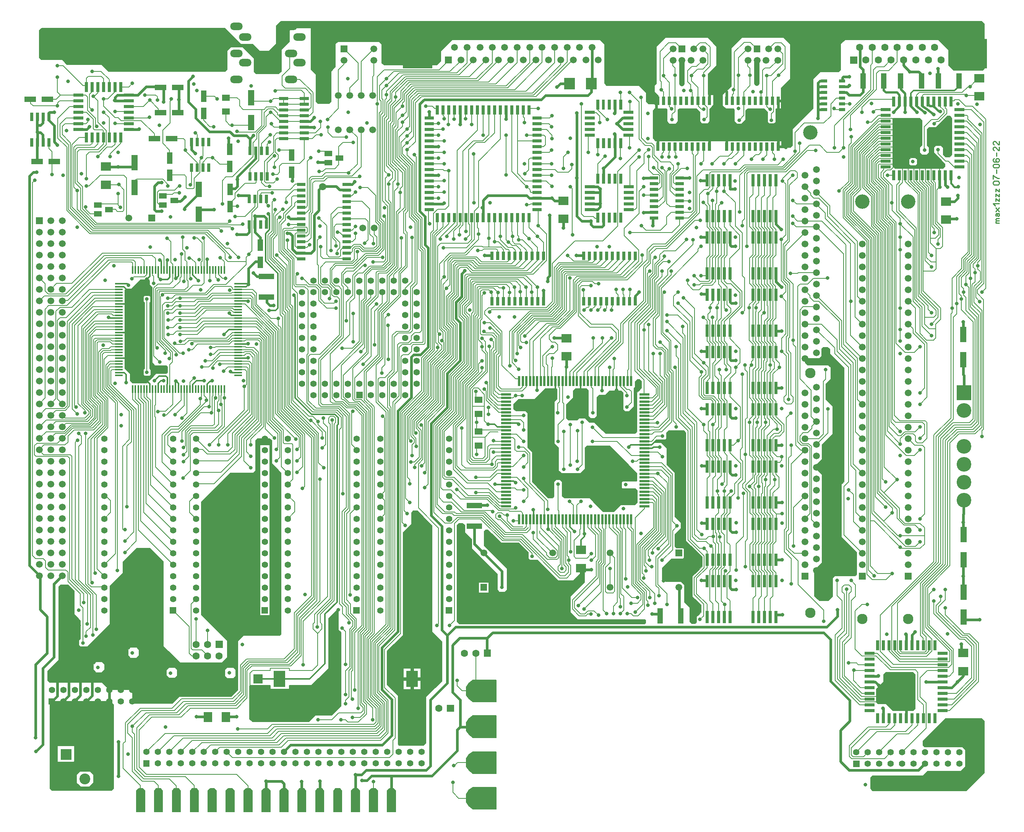
<source format=gbr>
%FSLAX34Y34*%
%MOMM*%
%LNCOPPER_TOP*%
G71*
G01*
%ADD10C,0.800*%
%ADD11R,0.640X2.200*%
%ADD12R,2.200X0.640*%
%ADD13C,1.520*%
%ADD14C,3.200*%
%ADD15C,2.300*%
%ADD16C,3.200*%
%ADD17C,2.300*%
%ADD18R,0.700X2.800*%
%ADD19R,2.200X0.500*%
%ADD20R,0.500X2.200*%
%ADD21R,1.900X0.700*%
%ADD22R,0.700X1.900*%
%ADD23R,0.640X2.100*%
%ADD24R,2.100X0.640*%
%ADD25C,1.500*%
%ADD26C,1.600*%
%ADD27C,1.520*%
%ADD28C,2.100*%
%ADD29C,1.800*%
%ADD30R,1.700X1.200*%
%ADD31R,0.450X1.800*%
%ADD32R,1.800X0.450*%
%ADD33C,1.400*%
%ADD34C,1.520*%
%ADD35C,0.200*%
%ADD36C,3.250*%
%ADD37C,2.400*%
%ADD38R,1.400X3.400*%
%ADD39R,2.600X1.300*%
%ADD40R,1.300X2.600*%
%ADD41R,2.300X1.900*%
%ADD42R,1.900X2.300*%
%ADD43C,2.000*%
%ADD44R,1.800X1.400*%
%ADD45R,2.400X2.600*%
%ADD46R,1.300X3.500*%
%ADD47R,3.500X1.300*%
%ADD48R,1.450X0.750*%
%ADD49R,2.100X0.800*%
%ADD50C,0.150*%
%ADD51C,0.500*%
%ADD52C,0.350*%
%ADD53C,0.600*%
%ADD54C,0.400*%
%ADD55C,0.300*%
%ADD56C,1.200*%
%ADD57C,0.100*%
%ADD58C,0.167*%
%ADD59C,0.238*%
%ADD60R,2.600X3.600*%
%ADD61C,0.800*%
%LPD*%
X1098947Y196056D02*
G54D10*
D03*
X1098947Y211534D02*
G54D10*
D03*
X2099072Y757238D02*
G54D10*
D03*
X2010172Y762397D02*
G54D10*
D03*
X150812Y762397D02*
G54D10*
D03*
X285353Y788591D02*
G54D10*
D03*
X293688Y-633412D02*
G54D10*
D03*
X314325Y-660797D02*
G54D10*
D03*
X2038350Y-559991D02*
G54D10*
D03*
X2082403Y-500459D02*
G54D10*
D03*
X2074366Y622969D02*
G54D11*
D03*
X2087066Y622969D02*
G54D11*
D03*
X2099766Y622969D02*
G54D11*
D03*
X2112466Y622969D02*
G54D11*
D03*
X2125168Y622969D02*
G54D11*
D03*
X2137868Y622969D02*
G54D11*
D03*
X2155962Y641263D02*
G54D12*
D03*
X2155962Y653963D02*
G54D12*
D03*
X2155962Y666663D02*
G54D12*
D03*
X2155962Y679363D02*
G54D12*
D03*
X2155962Y692063D02*
G54D12*
D03*
X2155962Y704763D02*
G54D12*
D03*
X2155962Y717463D02*
G54D12*
D03*
X2155962Y730163D02*
G54D12*
D03*
X2155962Y742863D02*
G54D12*
D03*
X2155962Y755563D02*
G54D12*
D03*
X2155962Y768263D02*
G54D12*
D03*
X2137868Y786358D02*
G54D11*
D03*
X2125168Y786358D02*
G54D11*
D03*
X2112466Y786358D02*
G54D11*
D03*
X2099766Y786358D02*
G54D11*
D03*
X2087066Y786358D02*
G54D11*
D03*
X2074366Y786358D02*
G54D11*
D03*
X2061666Y786358D02*
G54D11*
D03*
X2048966Y786358D02*
G54D11*
D03*
X2036266Y786358D02*
G54D11*
D03*
X2023566Y786358D02*
G54D11*
D03*
X2010866Y786358D02*
G54D11*
D03*
X1992572Y768263D02*
G54D12*
D03*
X1992572Y755563D02*
G54D12*
D03*
X1992572Y742863D02*
G54D12*
D03*
X1992572Y730163D02*
G54D12*
D03*
X1992572Y717463D02*
G54D12*
D03*
X1992572Y704763D02*
G54D12*
D03*
X1992572Y692063D02*
G54D12*
D03*
X1992572Y679363D02*
G54D12*
D03*
X1992572Y666663D02*
G54D12*
D03*
X1992572Y653963D02*
G54D12*
D03*
X1992572Y641263D02*
G54D12*
D03*
X2010866Y622969D02*
G54D11*
D03*
X2023566Y622969D02*
G54D11*
D03*
X2036266Y622969D02*
G54D11*
D03*
X2048966Y622969D02*
G54D11*
D03*
X2061666Y622969D02*
G54D11*
D03*
X1813993Y-88440D02*
G54D13*
D03*
X1813993Y-63040D02*
G54D13*
D03*
X1813993Y-37641D02*
G54D13*
D03*
X1813993Y-12240D02*
G54D13*
D03*
X1813993Y13160D02*
G54D13*
D03*
X1813993Y38560D02*
G54D13*
D03*
X1813993Y63960D02*
G54D13*
D03*
X1813993Y89360D02*
G54D13*
D03*
X1813993Y114760D02*
G54D13*
D03*
X1813993Y140160D02*
G54D13*
D03*
X1813993Y216360D02*
G54D13*
D03*
X1813993Y241760D02*
G54D13*
D03*
X1813993Y267160D02*
G54D13*
D03*
X1813993Y292560D02*
G54D13*
D03*
X1813993Y317960D02*
G54D13*
D03*
X1813993Y343360D02*
G54D13*
D03*
X1813993Y368760D02*
G54D13*
D03*
X1813993Y394160D02*
G54D13*
D03*
X1813993Y419560D02*
G54D13*
D03*
X1813993Y444960D02*
G54D13*
D03*
X1813993Y470360D02*
G54D13*
D03*
X1813993Y495760D02*
G54D13*
D03*
X1813993Y521160D02*
G54D13*
D03*
X1813993Y546560D02*
G54D13*
D03*
X1813993Y571960D02*
G54D13*
D03*
X1813993Y597360D02*
G54D13*
D03*
X1813993Y622760D02*
G54D13*
D03*
X1839393Y-75740D02*
G54D13*
D03*
X1839393Y-50340D02*
G54D13*
D03*
X1839393Y-24940D02*
G54D13*
D03*
X1839393Y460D02*
G54D13*
D03*
X1839393Y25860D02*
G54D13*
D03*
X1839393Y51260D02*
G54D13*
D03*
X1839393Y76660D02*
G54D13*
D03*
X1839393Y102060D02*
G54D13*
D03*
X1839393Y127460D02*
G54D13*
D03*
X1839393Y152860D02*
G54D13*
D03*
X1839393Y229060D02*
G54D13*
D03*
X1839393Y254460D02*
G54D13*
D03*
X1839393Y279860D02*
G54D13*
D03*
X1839393Y305260D02*
G54D13*
D03*
X1839393Y330660D02*
G54D13*
D03*
X1839393Y356060D02*
G54D13*
D03*
X1839393Y381460D02*
G54D13*
D03*
X1839393Y406860D02*
G54D13*
D03*
X1839393Y432260D02*
G54D13*
D03*
X1839393Y457660D02*
G54D13*
D03*
X1839393Y483060D02*
G54D13*
D03*
X1839393Y508460D02*
G54D13*
D03*
X1839393Y533860D02*
G54D13*
D03*
X1839393Y559260D02*
G54D13*
D03*
X1839393Y584660D02*
G54D13*
D03*
X1839393Y610060D02*
G54D13*
D03*
X1839393Y635460D02*
G54D13*
D03*
G36*
X1806393Y-273840D02*
X1806393Y-258640D01*
X1821593Y-258640D01*
X1821593Y-273840D01*
X1806393Y-273840D01*
G37*
X1813993Y-240840D02*
G54D13*
D03*
X1813993Y-215440D02*
G54D13*
D03*
X1813993Y-190040D02*
G54D13*
D03*
X1813993Y-164640D02*
G54D13*
D03*
X1813993Y-139240D02*
G54D13*
D03*
X1813993Y-113840D02*
G54D13*
D03*
X1839393Y-253540D02*
G54D13*
D03*
X1839393Y-228140D02*
G54D13*
D03*
X1839393Y-202740D02*
G54D13*
D03*
X1839393Y-177340D02*
G54D13*
D03*
X1839393Y-151940D02*
G54D13*
D03*
X1839393Y-126540D02*
G54D13*
D03*
X1839393Y-101140D02*
G54D13*
D03*
X1825625Y717550D02*
G54D14*
D03*
X1825625Y184150D02*
G54D15*
D03*
X1825625Y-347662D02*
G54D15*
D03*
G36*
X2034719Y-273506D02*
X2034719Y-258306D01*
X2049919Y-258306D01*
X2049919Y-273506D01*
X2034719Y-273506D01*
G37*
X2042319Y-240506D02*
G54D13*
D03*
X2042319Y-215106D02*
G54D13*
D03*
X2042319Y-189706D02*
G54D13*
D03*
X2042319Y-164306D02*
G54D13*
D03*
X2042319Y-138906D02*
G54D13*
D03*
X2042319Y-113506D02*
G54D13*
D03*
X2042319Y-88106D02*
G54D13*
D03*
X2042319Y-62706D02*
G54D13*
D03*
X2042319Y-37306D02*
G54D13*
D03*
X2042319Y-11906D02*
G54D13*
D03*
X2042319Y13494D02*
G54D13*
D03*
X2042319Y38894D02*
G54D13*
D03*
X2042319Y64294D02*
G54D13*
D03*
X2042319Y89694D02*
G54D13*
D03*
X2042319Y115094D02*
G54D13*
D03*
X2042319Y140494D02*
G54D13*
D03*
X2042319Y165894D02*
G54D13*
D03*
X2042319Y191294D02*
G54D13*
D03*
X2042319Y216694D02*
G54D13*
D03*
X2042319Y242094D02*
G54D13*
D03*
X2042319Y267494D02*
G54D13*
D03*
X2042319Y292894D02*
G54D13*
D03*
X2042319Y318294D02*
G54D13*
D03*
X2042319Y343694D02*
G54D13*
D03*
X2042319Y369094D02*
G54D13*
D03*
X2042319Y394494D02*
G54D13*
D03*
X2042319Y419894D02*
G54D13*
D03*
X2042319Y445294D02*
G54D13*
D03*
X2042319Y470694D02*
G54D13*
D03*
G36*
X1933119Y-273506D02*
X1933119Y-258306D01*
X1948319Y-258306D01*
X1948319Y-273506D01*
X1933119Y-273506D01*
G37*
X1940719Y-240506D02*
G54D13*
D03*
X1940719Y-215106D02*
G54D13*
D03*
X1940719Y-189706D02*
G54D13*
D03*
X1940719Y-164306D02*
G54D13*
D03*
X1940719Y-138906D02*
G54D13*
D03*
X1940719Y-113506D02*
G54D13*
D03*
X1940719Y-88106D02*
G54D13*
D03*
X1940719Y-62706D02*
G54D13*
D03*
X1940719Y-37306D02*
G54D13*
D03*
X1940719Y-11906D02*
G54D13*
D03*
X1940719Y13494D02*
G54D13*
D03*
X1940719Y38894D02*
G54D13*
D03*
X1940719Y64294D02*
G54D13*
D03*
X1940719Y89694D02*
G54D13*
D03*
X1940719Y115094D02*
G54D13*
D03*
X1940719Y140494D02*
G54D13*
D03*
X1940719Y165894D02*
G54D13*
D03*
X1940719Y191294D02*
G54D13*
D03*
X1940719Y216694D02*
G54D13*
D03*
X1940719Y242094D02*
G54D13*
D03*
X1940719Y267494D02*
G54D13*
D03*
X1940719Y292894D02*
G54D13*
D03*
X1940719Y318294D02*
G54D13*
D03*
X1940719Y343694D02*
G54D13*
D03*
X1940719Y369094D02*
G54D13*
D03*
X1940719Y394494D02*
G54D13*
D03*
X1940719Y419894D02*
G54D13*
D03*
X1940719Y445294D02*
G54D13*
D03*
X1940719Y470694D02*
G54D13*
D03*
X1940719Y564356D02*
G54D16*
D03*
X2042319Y564356D02*
G54D16*
D03*
X1940719Y-361156D02*
G54D17*
D03*
X2042319Y-361156D02*
G54D17*
D03*
X2119174Y-500464D02*
G54D12*
D03*
X2119174Y-487764D02*
G54D12*
D03*
X2119174Y-475064D02*
G54D12*
D03*
X2119174Y-462364D02*
G54D12*
D03*
X2119174Y-449664D02*
G54D12*
D03*
X2119174Y-436964D02*
G54D12*
D03*
X2101672Y-419464D02*
G54D11*
D03*
X2088973Y-419464D02*
G54D11*
D03*
X2076273Y-419464D02*
G54D11*
D03*
X2063573Y-419464D02*
G54D11*
D03*
X2050873Y-419464D02*
G54D11*
D03*
X2038173Y-419464D02*
G54D11*
D03*
X2025473Y-419464D02*
G54D11*
D03*
X2012773Y-419464D02*
G54D11*
D03*
X2000073Y-419464D02*
G54D11*
D03*
X1987373Y-419464D02*
G54D11*
D03*
X1974673Y-419464D02*
G54D11*
D03*
X1957173Y-436964D02*
G54D12*
D03*
X1957173Y-449664D02*
G54D12*
D03*
X1957173Y-462364D02*
G54D12*
D03*
X1957173Y-475064D02*
G54D12*
D03*
X1957173Y-487764D02*
G54D12*
D03*
X1957173Y-500464D02*
G54D12*
D03*
X1957173Y-513164D02*
G54D12*
D03*
X1957173Y-525864D02*
G54D12*
D03*
X1957173Y-538564D02*
G54D12*
D03*
X1957173Y-551264D02*
G54D12*
D03*
X1957173Y-563964D02*
G54D12*
D03*
X1974673Y-581464D02*
G54D11*
D03*
X1987373Y-581464D02*
G54D11*
D03*
X2000073Y-581464D02*
G54D11*
D03*
X2012773Y-581464D02*
G54D11*
D03*
X2025473Y-581464D02*
G54D11*
D03*
X2038173Y-581464D02*
G54D11*
D03*
X2050873Y-581464D02*
G54D11*
D03*
X2063573Y-581464D02*
G54D11*
D03*
X2076273Y-581464D02*
G54D11*
D03*
X2088973Y-581464D02*
G54D11*
D03*
X2101672Y-581464D02*
G54D11*
D03*
X2119174Y-563964D02*
G54D12*
D03*
X2119174Y-551264D02*
G54D12*
D03*
X2119174Y-538564D02*
G54D12*
D03*
X2119174Y-525864D02*
G54D12*
D03*
X2119174Y-513164D02*
G54D12*
D03*
X1597095Y531900D02*
G54D18*
D03*
X1609795Y531900D02*
G54D18*
D03*
X1622495Y531900D02*
G54D18*
D03*
X1635195Y531900D02*
G54D18*
D03*
X1647895Y531900D02*
G54D18*
D03*
X1698695Y531900D02*
G54D18*
D03*
X1711395Y531900D02*
G54D18*
D03*
X1724095Y531900D02*
G54D18*
D03*
X1736795Y531900D02*
G54D18*
D03*
X1749495Y531900D02*
G54D18*
D03*
X1749495Y611837D02*
G54D18*
D03*
X1736795Y611837D02*
G54D18*
D03*
X1724095Y611837D02*
G54D18*
D03*
X1711395Y611837D02*
G54D18*
D03*
X1698695Y611837D02*
G54D18*
D03*
X1647895Y611837D02*
G54D18*
D03*
X1635195Y611837D02*
G54D18*
D03*
X1622495Y611837D02*
G54D18*
D03*
X1609795Y611837D02*
G54D18*
D03*
X1597095Y611837D02*
G54D18*
D03*
X1597095Y404900D02*
G54D18*
D03*
X1609795Y404900D02*
G54D18*
D03*
X1622495Y404900D02*
G54D18*
D03*
X1635195Y404900D02*
G54D18*
D03*
X1647895Y404900D02*
G54D18*
D03*
X1698695Y404900D02*
G54D18*
D03*
X1711395Y404900D02*
G54D18*
D03*
X1724095Y404900D02*
G54D18*
D03*
X1736795Y404900D02*
G54D18*
D03*
X1749495Y404900D02*
G54D18*
D03*
X1749495Y484837D02*
G54D18*
D03*
X1736795Y484837D02*
G54D18*
D03*
X1724095Y484837D02*
G54D18*
D03*
X1711395Y484837D02*
G54D18*
D03*
X1698695Y484837D02*
G54D18*
D03*
X1647895Y484837D02*
G54D18*
D03*
X1635195Y484837D02*
G54D18*
D03*
X1622495Y484837D02*
G54D18*
D03*
X1609795Y484837D02*
G54D18*
D03*
X1597095Y484837D02*
G54D18*
D03*
X1597095Y277900D02*
G54D18*
D03*
X1609795Y277900D02*
G54D18*
D03*
X1622495Y277900D02*
G54D18*
D03*
X1635195Y277900D02*
G54D18*
D03*
X1647895Y277900D02*
G54D18*
D03*
X1698695Y277900D02*
G54D18*
D03*
X1711395Y277900D02*
G54D18*
D03*
X1724095Y277900D02*
G54D18*
D03*
X1736795Y277900D02*
G54D18*
D03*
X1749495Y277900D02*
G54D18*
D03*
X1749495Y357837D02*
G54D18*
D03*
X1736795Y357837D02*
G54D18*
D03*
X1724095Y357837D02*
G54D18*
D03*
X1711395Y357837D02*
G54D18*
D03*
X1698695Y357837D02*
G54D18*
D03*
X1647895Y357837D02*
G54D18*
D03*
X1635195Y357837D02*
G54D18*
D03*
X1622495Y357837D02*
G54D18*
D03*
X1609795Y357837D02*
G54D18*
D03*
X1597095Y357837D02*
G54D18*
D03*
X1597095Y150900D02*
G54D18*
D03*
X1609795Y150900D02*
G54D18*
D03*
X1622495Y150900D02*
G54D18*
D03*
X1635195Y150900D02*
G54D18*
D03*
X1647895Y150900D02*
G54D18*
D03*
X1698695Y150900D02*
G54D18*
D03*
X1711395Y150900D02*
G54D18*
D03*
X1724095Y150900D02*
G54D18*
D03*
X1736795Y150900D02*
G54D18*
D03*
X1749495Y150900D02*
G54D18*
D03*
X1749495Y230837D02*
G54D18*
D03*
X1736795Y230837D02*
G54D18*
D03*
X1724095Y230837D02*
G54D18*
D03*
X1711395Y230837D02*
G54D18*
D03*
X1698695Y230837D02*
G54D18*
D03*
X1647895Y230837D02*
G54D18*
D03*
X1635195Y230837D02*
G54D18*
D03*
X1622495Y230837D02*
G54D18*
D03*
X1609795Y230837D02*
G54D18*
D03*
X1597095Y230837D02*
G54D18*
D03*
X1597095Y23900D02*
G54D18*
D03*
X1609795Y23900D02*
G54D18*
D03*
X1622495Y23900D02*
G54D18*
D03*
X1635195Y23900D02*
G54D18*
D03*
X1647895Y23900D02*
G54D18*
D03*
X1698695Y23900D02*
G54D18*
D03*
X1711395Y23900D02*
G54D18*
D03*
X1724095Y23900D02*
G54D18*
D03*
X1736795Y23900D02*
G54D18*
D03*
X1749495Y23900D02*
G54D18*
D03*
X1749495Y103838D02*
G54D18*
D03*
X1736795Y103838D02*
G54D18*
D03*
X1724095Y103838D02*
G54D18*
D03*
X1711395Y103838D02*
G54D18*
D03*
X1698695Y103838D02*
G54D18*
D03*
X1647895Y103838D02*
G54D18*
D03*
X1635195Y103838D02*
G54D18*
D03*
X1622495Y103838D02*
G54D18*
D03*
X1609795Y103838D02*
G54D18*
D03*
X1597095Y103838D02*
G54D18*
D03*
X1597095Y-103100D02*
G54D18*
D03*
X1609795Y-103100D02*
G54D18*
D03*
X1622495Y-103100D02*
G54D18*
D03*
X1635195Y-103100D02*
G54D18*
D03*
X1647895Y-103100D02*
G54D18*
D03*
X1698695Y-103100D02*
G54D18*
D03*
X1711395Y-103100D02*
G54D18*
D03*
X1724095Y-103100D02*
G54D18*
D03*
X1736795Y-103100D02*
G54D18*
D03*
X1749495Y-103100D02*
G54D18*
D03*
X1749495Y-23162D02*
G54D18*
D03*
X1736795Y-23162D02*
G54D18*
D03*
X1724095Y-23162D02*
G54D18*
D03*
X1711395Y-23162D02*
G54D18*
D03*
X1698695Y-23162D02*
G54D18*
D03*
X1647895Y-23162D02*
G54D18*
D03*
X1635195Y-23162D02*
G54D18*
D03*
X1622495Y-23162D02*
G54D18*
D03*
X1609795Y-23162D02*
G54D18*
D03*
X1597095Y-23162D02*
G54D18*
D03*
X1597095Y-230100D02*
G54D18*
D03*
X1609795Y-230100D02*
G54D18*
D03*
X1622495Y-230100D02*
G54D18*
D03*
X1635195Y-230100D02*
G54D18*
D03*
X1647895Y-230100D02*
G54D18*
D03*
X1698695Y-230100D02*
G54D18*
D03*
X1711395Y-230100D02*
G54D18*
D03*
X1724095Y-230100D02*
G54D18*
D03*
X1736795Y-230100D02*
G54D18*
D03*
X1749495Y-230100D02*
G54D18*
D03*
X1749495Y-150162D02*
G54D18*
D03*
X1736795Y-150162D02*
G54D18*
D03*
X1724095Y-150162D02*
G54D18*
D03*
X1711395Y-150162D02*
G54D18*
D03*
X1698695Y-150162D02*
G54D18*
D03*
X1647895Y-150162D02*
G54D18*
D03*
X1635195Y-150162D02*
G54D18*
D03*
X1622495Y-150162D02*
G54D18*
D03*
X1609795Y-150162D02*
G54D18*
D03*
X1597095Y-150162D02*
G54D18*
D03*
X1597095Y-357100D02*
G54D18*
D03*
X1609795Y-357100D02*
G54D18*
D03*
X1622495Y-357100D02*
G54D18*
D03*
X1635195Y-357100D02*
G54D18*
D03*
X1647895Y-357100D02*
G54D18*
D03*
X1698695Y-357100D02*
G54D18*
D03*
X1711395Y-357100D02*
G54D18*
D03*
X1724095Y-357100D02*
G54D18*
D03*
X1736795Y-357100D02*
G54D18*
D03*
X1749495Y-357100D02*
G54D18*
D03*
X1749495Y-277163D02*
G54D18*
D03*
X1736795Y-277163D02*
G54D18*
D03*
X1724095Y-277163D02*
G54D18*
D03*
X1711395Y-277163D02*
G54D18*
D03*
X1698695Y-277163D02*
G54D18*
D03*
X1647895Y-277163D02*
G54D18*
D03*
X1635195Y-277163D02*
G54D18*
D03*
X1622495Y-277163D02*
G54D18*
D03*
X1609795Y-277163D02*
G54D18*
D03*
X1597095Y-277163D02*
G54D18*
D03*
X1151556Y136957D02*
G54D19*
D03*
X1151556Y128957D02*
G54D19*
D03*
X1151556Y120957D02*
G54D19*
D03*
X1151556Y112957D02*
G54D19*
D03*
X1151556Y104957D02*
G54D19*
D03*
X1151556Y96957D02*
G54D19*
D03*
X1151556Y88957D02*
G54D19*
D03*
X1151556Y80957D02*
G54D19*
D03*
X1151556Y72957D02*
G54D19*
D03*
X1151556Y64957D02*
G54D19*
D03*
X1151556Y56957D02*
G54D19*
D03*
X1151556Y48957D02*
G54D19*
D03*
X1151556Y40957D02*
G54D19*
D03*
X1151556Y32957D02*
G54D19*
D03*
X1151556Y24957D02*
G54D19*
D03*
X1151556Y16957D02*
G54D19*
D03*
X1151556Y8957D02*
G54D19*
D03*
X1151556Y957D02*
G54D19*
D03*
X1151556Y-7043D02*
G54D19*
D03*
X1151556Y-15044D02*
G54D19*
D03*
X1151556Y-23044D02*
G54D19*
D03*
X1151556Y-31044D02*
G54D19*
D03*
X1151556Y-39044D02*
G54D19*
D03*
X1151556Y-47044D02*
G54D19*
D03*
X1151556Y-55043D02*
G54D19*
D03*
X1151556Y-63043D02*
G54D19*
D03*
X1151556Y-71043D02*
G54D19*
D03*
X1151556Y-79043D02*
G54D19*
D03*
X1151556Y-87043D02*
G54D19*
D03*
X1151556Y-95043D02*
G54D19*
D03*
X1151556Y-103043D02*
G54D19*
D03*
X1151556Y-111043D02*
G54D19*
D03*
X1180937Y-140425D02*
G54D20*
D03*
X1188937Y-140425D02*
G54D20*
D03*
X1196937Y-140425D02*
G54D20*
D03*
X1204937Y-140425D02*
G54D20*
D03*
X1212937Y-140425D02*
G54D20*
D03*
X1220937Y-140425D02*
G54D20*
D03*
X1228937Y-140425D02*
G54D20*
D03*
X1236937Y-140425D02*
G54D20*
D03*
X1244937Y-140425D02*
G54D20*
D03*
X1252937Y-140425D02*
G54D20*
D03*
X1260937Y-140425D02*
G54D20*
D03*
X1268937Y-140425D02*
G54D20*
D03*
X1276937Y-140425D02*
G54D20*
D03*
X1284937Y-140425D02*
G54D20*
D03*
X1292937Y-140425D02*
G54D20*
D03*
X1300937Y-140425D02*
G54D20*
D03*
X1308937Y-140425D02*
G54D20*
D03*
X1316937Y-140425D02*
G54D20*
D03*
X1324937Y-140425D02*
G54D20*
D03*
X1332937Y-140425D02*
G54D20*
D03*
X1340937Y-140425D02*
G54D20*
D03*
X1348937Y-140425D02*
G54D20*
D03*
X1356937Y-140425D02*
G54D20*
D03*
X1364936Y-140425D02*
G54D20*
D03*
X1372936Y-140425D02*
G54D20*
D03*
X1380936Y-140425D02*
G54D20*
D03*
X1388936Y-140425D02*
G54D20*
D03*
X1396936Y-140425D02*
G54D20*
D03*
X1404936Y-140425D02*
G54D20*
D03*
X1412936Y-140425D02*
G54D20*
D03*
X1420936Y-140425D02*
G54D20*
D03*
X1428936Y-140425D02*
G54D20*
D03*
X1458318Y-111043D02*
G54D19*
D03*
X1458318Y-103043D02*
G54D19*
D03*
X1458318Y-95043D02*
G54D19*
D03*
X1458318Y-87043D02*
G54D19*
D03*
X1458318Y-79043D02*
G54D19*
D03*
X1458318Y-71043D02*
G54D19*
D03*
X1458318Y-63043D02*
G54D19*
D03*
X1458318Y-55043D02*
G54D19*
D03*
X1458318Y-47044D02*
G54D19*
D03*
X1458318Y-39044D02*
G54D19*
D03*
X1458318Y-31044D02*
G54D19*
D03*
X1458318Y-23044D02*
G54D19*
D03*
X1458318Y-15044D02*
G54D19*
D03*
X1458318Y-7043D02*
G54D19*
D03*
X1458318Y957D02*
G54D19*
D03*
X1458318Y8957D02*
G54D19*
D03*
X1458318Y16957D02*
G54D19*
D03*
X1458318Y24957D02*
G54D19*
D03*
X1458318Y32957D02*
G54D19*
D03*
X1458318Y40957D02*
G54D19*
D03*
X1458318Y48957D02*
G54D19*
D03*
X1458318Y56957D02*
G54D19*
D03*
X1458318Y64957D02*
G54D19*
D03*
X1458318Y72957D02*
G54D19*
D03*
X1458318Y80957D02*
G54D19*
D03*
X1458318Y88957D02*
G54D19*
D03*
X1458318Y96957D02*
G54D19*
D03*
X1458318Y104957D02*
G54D19*
D03*
X1458318Y112957D02*
G54D19*
D03*
X1458318Y120957D02*
G54D19*
D03*
X1458318Y128957D02*
G54D19*
D03*
X1458318Y136957D02*
G54D19*
D03*
X1428936Y166338D02*
G54D20*
D03*
X1420936Y166338D02*
G54D20*
D03*
X1412936Y166338D02*
G54D20*
D03*
X1404936Y166338D02*
G54D20*
D03*
X1396936Y166338D02*
G54D20*
D03*
X1388936Y166338D02*
G54D20*
D03*
X1380936Y166338D02*
G54D20*
D03*
X1372936Y166338D02*
G54D20*
D03*
X1364936Y166338D02*
G54D20*
D03*
X1356937Y166338D02*
G54D20*
D03*
X1348937Y166338D02*
G54D20*
D03*
X1340937Y166338D02*
G54D20*
D03*
X1332937Y166338D02*
G54D20*
D03*
X1324937Y166338D02*
G54D20*
D03*
X1316937Y166338D02*
G54D20*
D03*
X1308937Y166338D02*
G54D20*
D03*
X1300937Y166338D02*
G54D20*
D03*
X1292937Y166338D02*
G54D20*
D03*
X1284937Y166338D02*
G54D20*
D03*
X1276937Y166338D02*
G54D20*
D03*
X1268937Y166338D02*
G54D20*
D03*
X1260937Y166338D02*
G54D20*
D03*
X1252937Y166338D02*
G54D20*
D03*
X1244937Y166338D02*
G54D20*
D03*
X1236937Y166338D02*
G54D20*
D03*
X1228937Y166338D02*
G54D20*
D03*
X1220937Y166338D02*
G54D20*
D03*
X1212937Y166338D02*
G54D20*
D03*
X1204937Y166338D02*
G54D20*
D03*
X1196937Y166338D02*
G54D20*
D03*
X1188937Y166338D02*
G54D20*
D03*
X1180937Y166338D02*
G54D20*
D03*
X1380301Y614742D02*
G54D11*
D03*
X1367601Y614742D02*
G54D11*
D03*
X1354901Y614742D02*
G54D11*
D03*
X1337301Y597142D02*
G54D12*
D03*
X1337301Y584442D02*
G54D12*
D03*
X1337301Y571742D02*
G54D12*
D03*
X1337301Y559042D02*
G54D12*
D03*
X1337301Y546342D02*
G54D12*
D03*
X1354901Y528742D02*
G54D11*
D03*
X1367601Y528742D02*
G54D11*
D03*
X1380301Y528742D02*
G54D11*
D03*
X1393001Y528742D02*
G54D11*
D03*
X1405701Y528742D02*
G54D11*
D03*
X1423301Y546342D02*
G54D12*
D03*
X1423301Y559042D02*
G54D12*
D03*
X1423301Y571742D02*
G54D12*
D03*
X1423301Y584442D02*
G54D12*
D03*
X1423301Y597142D02*
G54D12*
D03*
X1405701Y614742D02*
G54D11*
D03*
X1393001Y614742D02*
G54D11*
D03*
X1380268Y693624D02*
G54D11*
D03*
X1392967Y693624D02*
G54D11*
D03*
X1405668Y693624D02*
G54D11*
D03*
X1423268Y711224D02*
G54D12*
D03*
X1423268Y723924D02*
G54D12*
D03*
X1423268Y736624D02*
G54D12*
D03*
X1423268Y749324D02*
G54D12*
D03*
X1423268Y762024D02*
G54D12*
D03*
X1405668Y779624D02*
G54D11*
D03*
X1392968Y779624D02*
G54D11*
D03*
X1380268Y779624D02*
G54D11*
D03*
G36*
X1364367Y790624D02*
X1370767Y790624D01*
X1370768Y768624D01*
X1364368Y768624D01*
X1364367Y790624D01*
G37*
X1354868Y779624D02*
G54D11*
D03*
X1337268Y762024D02*
G54D12*
D03*
X1337268Y749324D02*
G54D12*
D03*
X1337268Y736624D02*
G54D12*
D03*
X1337268Y723924D02*
G54D12*
D03*
X1337268Y711224D02*
G54D12*
D03*
X1354868Y693624D02*
G54D11*
D03*
X1367568Y693624D02*
G54D11*
D03*
X1535911Y527520D02*
G54D21*
D03*
X1535911Y540219D02*
G54D21*
D03*
X1535911Y552919D02*
G54D21*
D03*
X1535911Y565619D02*
G54D21*
D03*
X1535911Y578319D02*
G54D21*
D03*
X1535911Y591019D02*
G54D21*
D03*
X1535911Y603719D02*
G54D21*
D03*
X1535911Y616419D02*
G54D21*
D03*
X1479561Y616419D02*
G54D21*
D03*
X1479561Y603719D02*
G54D21*
D03*
X1479561Y591019D02*
G54D21*
D03*
X1479561Y578319D02*
G54D21*
D03*
X1479561Y565619D02*
G54D21*
D03*
X1479561Y552919D02*
G54D21*
D03*
X1479561Y540219D02*
G54D21*
D03*
X1479561Y527520D02*
G54D21*
D03*
X1488227Y686072D02*
G54D22*
D03*
X1500927Y686072D02*
G54D22*
D03*
X1513627Y686072D02*
G54D22*
D03*
X1526327Y686072D02*
G54D22*
D03*
X1539027Y686072D02*
G54D22*
D03*
X1551727Y686072D02*
G54D22*
D03*
X1564427Y686072D02*
G54D22*
D03*
X1577127Y686072D02*
G54D22*
D03*
X1589827Y686072D02*
G54D22*
D03*
X1602527Y686072D02*
G54D22*
D03*
X1602527Y787598D02*
G54D22*
D03*
X1589827Y787598D02*
G54D22*
D03*
X1577127Y787598D02*
G54D22*
D03*
X1564427Y787598D02*
G54D22*
D03*
X1551727Y787598D02*
G54D22*
D03*
X1539027Y787598D02*
G54D22*
D03*
X1526327Y787598D02*
G54D22*
D03*
X1513627Y787598D02*
G54D22*
D03*
X1500927Y787598D02*
G54D22*
D03*
X1488227Y787598D02*
G54D22*
D03*
X1640627Y686072D02*
G54D22*
D03*
X1653327Y686072D02*
G54D22*
D03*
X1666027Y686072D02*
G54D22*
D03*
X1678727Y686072D02*
G54D22*
D03*
X1691427Y686072D02*
G54D22*
D03*
X1704127Y686072D02*
G54D22*
D03*
X1716827Y686072D02*
G54D22*
D03*
X1729527Y686072D02*
G54D22*
D03*
X1742227Y686072D02*
G54D22*
D03*
X1754927Y686072D02*
G54D22*
D03*
X1754927Y787598D02*
G54D22*
D03*
X1742227Y787598D02*
G54D22*
D03*
X1729527Y787598D02*
G54D22*
D03*
X1716827Y787598D02*
G54D22*
D03*
X1704127Y787598D02*
G54D22*
D03*
X1691427Y787598D02*
G54D22*
D03*
X1678727Y787598D02*
G54D22*
D03*
X1666027Y787598D02*
G54D22*
D03*
X1653327Y787598D02*
G54D22*
D03*
X1640627Y787598D02*
G54D22*
D03*
X1100818Y528526D02*
G54D23*
D03*
X1113518Y528526D02*
G54D23*
D03*
X1126218Y528526D02*
G54D23*
D03*
X1138918Y528526D02*
G54D23*
D03*
X1151618Y528526D02*
G54D23*
D03*
X1164318Y528526D02*
G54D23*
D03*
X1177018Y528526D02*
G54D23*
D03*
X1189718Y528526D02*
G54D23*
D03*
X1202418Y528526D02*
G54D23*
D03*
X1220215Y546124D02*
G54D24*
D03*
X1220215Y558824D02*
G54D24*
D03*
X1220215Y571524D02*
G54D24*
D03*
X1220215Y584224D02*
G54D24*
D03*
X1220215Y596924D02*
G54D24*
D03*
X1220215Y609624D02*
G54D24*
D03*
X1220215Y622324D02*
G54D24*
D03*
X1220215Y635024D02*
G54D24*
D03*
X1220215Y647724D02*
G54D24*
D03*
X1220215Y660424D02*
G54D24*
D03*
X1220215Y673124D02*
G54D24*
D03*
X1220215Y685824D02*
G54D24*
D03*
X1220215Y698524D02*
G54D24*
D03*
X1220215Y711224D02*
G54D24*
D03*
X1220215Y723924D02*
G54D24*
D03*
X1220215Y736624D02*
G54D24*
D03*
X1220215Y749324D02*
G54D24*
D03*
X1202418Y767120D02*
G54D23*
D03*
X1189718Y767120D02*
G54D23*
D03*
X1177018Y767120D02*
G54D23*
D03*
X1164318Y767120D02*
G54D23*
D03*
X1151618Y767120D02*
G54D23*
D03*
X1138918Y767120D02*
G54D23*
D03*
X1126218Y767120D02*
G54D23*
D03*
X1113518Y767120D02*
G54D23*
D03*
X1100818Y767120D02*
G54D23*
D03*
X1088118Y767120D02*
G54D23*
D03*
X1075418Y767120D02*
G54D23*
D03*
X1062718Y767120D02*
G54D23*
D03*
X1050018Y767120D02*
G54D23*
D03*
X1037318Y767120D02*
G54D23*
D03*
X1024618Y767120D02*
G54D23*
D03*
X1011918Y767120D02*
G54D23*
D03*
X999218Y767120D02*
G54D23*
D03*
X981421Y749324D02*
G54D24*
D03*
X981421Y736624D02*
G54D24*
D03*
X981421Y723924D02*
G54D24*
D03*
X981421Y711224D02*
G54D24*
D03*
X981421Y698524D02*
G54D24*
D03*
X981421Y685824D02*
G54D24*
D03*
X981421Y673124D02*
G54D24*
D03*
X981421Y660424D02*
G54D24*
D03*
X981421Y647724D02*
G54D24*
D03*
X981421Y635024D02*
G54D24*
D03*
X981421Y622324D02*
G54D24*
D03*
X981421Y609624D02*
G54D24*
D03*
X981421Y596924D02*
G54D24*
D03*
X981421Y584224D02*
G54D24*
D03*
X981421Y571524D02*
G54D24*
D03*
X981421Y558824D02*
G54D24*
D03*
X981421Y546124D02*
G54D24*
D03*
X999218Y528526D02*
G54D23*
D03*
X1011918Y528526D02*
G54D23*
D03*
X1024618Y528526D02*
G54D23*
D03*
X1037318Y528526D02*
G54D23*
D03*
X1050018Y528526D02*
G54D23*
D03*
X1062718Y528526D02*
G54D23*
D03*
X1075418Y528526D02*
G54D23*
D03*
X1088118Y528526D02*
G54D23*
D03*
X1120673Y342958D02*
G54D22*
D03*
X1133373Y342958D02*
G54D22*
D03*
X1146073Y342958D02*
G54D22*
D03*
X1158773Y342958D02*
G54D22*
D03*
X1171473Y342958D02*
G54D22*
D03*
X1184173Y342958D02*
G54D22*
D03*
X1196873Y342958D02*
G54D22*
D03*
X1209573Y342958D02*
G54D22*
D03*
X1222273Y342958D02*
G54D22*
D03*
X1234973Y342958D02*
G54D22*
D03*
X1234973Y444482D02*
G54D22*
D03*
X1222273Y444482D02*
G54D22*
D03*
X1209573Y444482D02*
G54D22*
D03*
X1196873Y444482D02*
G54D22*
D03*
X1184173Y444482D02*
G54D22*
D03*
X1171473Y444482D02*
G54D22*
D03*
X1158773Y444482D02*
G54D22*
D03*
X1146073Y444482D02*
G54D22*
D03*
X1133373Y444482D02*
G54D22*
D03*
X1120673Y444482D02*
G54D22*
D03*
X1323873Y342958D02*
G54D22*
D03*
X1336573Y342958D02*
G54D22*
D03*
X1349273Y342958D02*
G54D22*
D03*
X1361973Y342958D02*
G54D22*
D03*
X1374673Y342958D02*
G54D22*
D03*
X1387373Y342958D02*
G54D22*
D03*
X1400073Y342958D02*
G54D22*
D03*
X1412773Y342958D02*
G54D22*
D03*
X1425473Y342958D02*
G54D22*
D03*
X1438173Y342958D02*
G54D22*
D03*
X1438173Y444482D02*
G54D22*
D03*
X1425473Y444482D02*
G54D22*
D03*
X1412773Y444482D02*
G54D22*
D03*
X1400073Y444482D02*
G54D22*
D03*
X1387373Y444482D02*
G54D22*
D03*
X1374673Y444482D02*
G54D22*
D03*
X1361973Y444482D02*
G54D22*
D03*
X1349273Y444482D02*
G54D22*
D03*
X1336573Y444482D02*
G54D22*
D03*
X1323873Y444482D02*
G54D22*
D03*
X798947Y437728D02*
G54D21*
D03*
X798947Y450428D02*
G54D21*
D03*
X798947Y463128D02*
G54D21*
D03*
X798947Y475828D02*
G54D21*
D03*
X798947Y488528D02*
G54D21*
D03*
X798947Y501228D02*
G54D21*
D03*
X798947Y513928D02*
G54D21*
D03*
X798947Y526628D02*
G54D21*
D03*
X798947Y539328D02*
G54D21*
D03*
X798947Y552028D02*
G54D21*
D03*
X798947Y564728D02*
G54D21*
D03*
X798947Y577427D02*
G54D21*
D03*
X798947Y590126D02*
G54D21*
D03*
X798947Y602826D02*
G54D21*
D03*
X698185Y602826D02*
G54D21*
D03*
X698185Y590126D02*
G54D21*
D03*
X698185Y577427D02*
G54D21*
D03*
X698185Y564728D02*
G54D21*
D03*
X698185Y552028D02*
G54D21*
D03*
X698185Y539328D02*
G54D21*
D03*
X698185Y526628D02*
G54D21*
D03*
X698185Y513928D02*
G54D21*
D03*
X698185Y501228D02*
G54D21*
D03*
X698185Y488528D02*
G54D21*
D03*
X698185Y475828D02*
G54D21*
D03*
X698185Y463128D02*
G54D21*
D03*
X698185Y450428D02*
G54D21*
D03*
X698185Y437728D02*
G54D21*
D03*
X834800Y505600D02*
G54D25*
D03*
X860200Y505600D02*
G54D25*
D03*
G36*
X1930364Y870149D02*
X1914364Y870149D01*
X1914364Y886149D01*
X1930364Y886149D01*
X1930364Y870149D01*
G37*
X1949064Y878149D02*
G54D26*
D03*
X1976764Y878149D02*
G54D26*
D03*
X2004464Y878149D02*
G54D26*
D03*
X2032064Y878149D02*
G54D26*
D03*
X2059764Y878149D02*
G54D26*
D03*
X2087464Y878149D02*
G54D26*
D03*
X2115164Y878149D02*
G54D26*
D03*
X1935364Y906549D02*
G54D26*
D03*
X1963064Y906549D02*
G54D26*
D03*
X1990665Y906549D02*
G54D26*
D03*
X2018364Y906549D02*
G54D26*
D03*
X2046064Y906549D02*
G54D26*
D03*
X2073764Y906549D02*
G54D26*
D03*
X2101462Y906549D02*
G54D26*
D03*
G36*
X2151672Y925088D02*
X2216672Y925088D01*
X2216672Y860088D01*
X2151672Y860088D01*
X2151672Y925088D01*
G37*
G36*
X1819884Y925088D02*
X1884884Y925088D01*
X1884884Y860088D01*
X1819884Y860088D01*
X1819884Y925088D01*
G37*
G36*
X1393637Y925088D02*
X1458637Y925088D01*
X1458637Y860088D01*
X1393637Y860088D01*
X1393637Y925088D01*
G37*
G36*
X923741Y925088D02*
X988741Y925088D01*
X988741Y860088D01*
X923741Y860088D01*
X923741Y925088D01*
G37*
G36*
X1031657Y870549D02*
X1016457Y870549D01*
X1016457Y885749D01*
X1031657Y885749D01*
X1031657Y870549D01*
G37*
X1051758Y878149D02*
G54D27*
D03*
X1079358Y878149D02*
G54D27*
D03*
X1107058Y878149D02*
G54D27*
D03*
X1134758Y878149D02*
G54D27*
D03*
X1162458Y878149D02*
G54D27*
D03*
X1190158Y878149D02*
G54D27*
D03*
X1217853Y878149D02*
G54D27*
D03*
X1245554Y878149D02*
G54D27*
D03*
X1273154Y878149D02*
G54D27*
D03*
X1300854Y878149D02*
G54D27*
D03*
X1328554Y878149D02*
G54D27*
D03*
X1356254Y878149D02*
G54D27*
D03*
X1037958Y906549D02*
G54D27*
D03*
X1065658Y906549D02*
G54D27*
D03*
X1094358Y906549D02*
G54D27*
D03*
X1121058Y906549D02*
G54D27*
D03*
X1148758Y906549D02*
G54D27*
D03*
X1176458Y906549D02*
G54D27*
D03*
X1204157Y906549D02*
G54D27*
D03*
X1231754Y906549D02*
G54D27*
D03*
X1259454Y906549D02*
G54D27*
D03*
X1287154Y906549D02*
G54D27*
D03*
X1314854Y906549D02*
G54D27*
D03*
X1342554Y906549D02*
G54D27*
D03*
X1788272Y940120D02*
G54D28*
D03*
X1788272Y939120D02*
G54D28*
D03*
X1788272Y938120D02*
G54D28*
D03*
X1788272Y937120D02*
G54D28*
D03*
X1788272Y936120D02*
G54D28*
D03*
X1788272Y935120D02*
G54D28*
D03*
X1788272Y934120D02*
G54D28*
D03*
X1788272Y933120D02*
G54D28*
D03*
X1788272Y932120D02*
G54D28*
D03*
X1788272Y931120D02*
G54D28*
D03*
X1788272Y930120D02*
G54D28*
D03*
X1788272Y929120D02*
G54D28*
D03*
X1788272Y928120D02*
G54D28*
D03*
X1788272Y927120D02*
G54D28*
D03*
X1788272Y926120D02*
G54D28*
D03*
X1653336Y940120D02*
G54D28*
D03*
X1653336Y939120D02*
G54D28*
D03*
X1653336Y938120D02*
G54D28*
D03*
X1653336Y937120D02*
G54D28*
D03*
X1653336Y936120D02*
G54D28*
D03*
X1653336Y935120D02*
G54D28*
D03*
X1653336Y934120D02*
G54D28*
D03*
X1653336Y933120D02*
G54D28*
D03*
X1653336Y932120D02*
G54D28*
D03*
X1653336Y931120D02*
G54D28*
D03*
X1653336Y930120D02*
G54D28*
D03*
X1653336Y929120D02*
G54D28*
D03*
X1653336Y928120D02*
G54D28*
D03*
X1653336Y927120D02*
G54D28*
D03*
X1653336Y926120D02*
G54D28*
D03*
X1727803Y941057D02*
G54D28*
D03*
X1726804Y941057D02*
G54D28*
D03*
X1725804Y941057D02*
G54D28*
D03*
X1724804Y941057D02*
G54D28*
D03*
X1723804Y941057D02*
G54D28*
D03*
X1722804Y941057D02*
G54D28*
D03*
X1721803Y941057D02*
G54D28*
D03*
X1720803Y941057D02*
G54D28*
D03*
X1719804Y941057D02*
G54D28*
D03*
X1718804Y941057D02*
G54D28*
D03*
X1717804Y941057D02*
G54D28*
D03*
X1716804Y941057D02*
G54D28*
D03*
X1715804Y941057D02*
G54D28*
D03*
X1714803Y941057D02*
G54D28*
D03*
X1713803Y941057D02*
G54D28*
D03*
X1687878Y877763D02*
G54D25*
D03*
X1707878Y877763D02*
G54D25*
D03*
X1727878Y877763D02*
G54D25*
D03*
X1687878Y902763D02*
G54D25*
D03*
G36*
X1700378Y910263D02*
X1715378Y910263D01*
X1715378Y895263D01*
X1700378Y895263D01*
X1700378Y910263D01*
G37*
X1733878Y902763D02*
G54D25*
D03*
X1753878Y902763D02*
G54D25*
D03*
X1753878Y877763D02*
G54D25*
D03*
X1621982Y940120D02*
G54D28*
D03*
X1621982Y939120D02*
G54D28*
D03*
X1621982Y938120D02*
G54D28*
D03*
X1621982Y937120D02*
G54D28*
D03*
X1621982Y936120D02*
G54D28*
D03*
X1621982Y935120D02*
G54D28*
D03*
X1621982Y934120D02*
G54D28*
D03*
X1621982Y933120D02*
G54D28*
D03*
X1621982Y932120D02*
G54D28*
D03*
X1621982Y931120D02*
G54D28*
D03*
X1621982Y930120D02*
G54D28*
D03*
X1621982Y929120D02*
G54D28*
D03*
X1621982Y928120D02*
G54D28*
D03*
X1621982Y927120D02*
G54D28*
D03*
X1621982Y926120D02*
G54D28*
D03*
X1487045Y940120D02*
G54D28*
D03*
X1487045Y939120D02*
G54D28*
D03*
X1487045Y938120D02*
G54D28*
D03*
X1487045Y937120D02*
G54D28*
D03*
X1487045Y936120D02*
G54D28*
D03*
X1487045Y935120D02*
G54D28*
D03*
X1487045Y934120D02*
G54D28*
D03*
X1487045Y933120D02*
G54D28*
D03*
X1487045Y932120D02*
G54D28*
D03*
X1487045Y931120D02*
G54D28*
D03*
X1487045Y930120D02*
G54D28*
D03*
X1487045Y929120D02*
G54D28*
D03*
X1487045Y928120D02*
G54D28*
D03*
X1487045Y927120D02*
G54D28*
D03*
X1487045Y926120D02*
G54D28*
D03*
X1561513Y941057D02*
G54D28*
D03*
X1560514Y941057D02*
G54D28*
D03*
X1559514Y941057D02*
G54D28*
D03*
X1558514Y941057D02*
G54D28*
D03*
X1557514Y941057D02*
G54D28*
D03*
X1556514Y941057D02*
G54D28*
D03*
X1555513Y941057D02*
G54D28*
D03*
X1554513Y941057D02*
G54D28*
D03*
X1553514Y941057D02*
G54D28*
D03*
X1552514Y941057D02*
G54D28*
D03*
X1551514Y941057D02*
G54D28*
D03*
X1550514Y941057D02*
G54D28*
D03*
X1549514Y941057D02*
G54D28*
D03*
X1548513Y941057D02*
G54D28*
D03*
X1547513Y941057D02*
G54D28*
D03*
X1521588Y877763D02*
G54D25*
D03*
X1541588Y877763D02*
G54D25*
D03*
X1561588Y877763D02*
G54D25*
D03*
X1521588Y902763D02*
G54D25*
D03*
G36*
X1534088Y910263D02*
X1549088Y910263D01*
X1549088Y895263D01*
X1534088Y895263D01*
X1534088Y910263D01*
G37*
X1567588Y902763D02*
G54D25*
D03*
X1587588Y902763D02*
G54D25*
D03*
X1587588Y877763D02*
G54D25*
D03*
X893320Y940120D02*
G54D28*
D03*
X893320Y939120D02*
G54D28*
D03*
X893320Y938120D02*
G54D28*
D03*
X893320Y937120D02*
G54D28*
D03*
X893320Y936120D02*
G54D28*
D03*
X893320Y935120D02*
G54D28*
D03*
X893320Y934120D02*
G54D28*
D03*
X893320Y933120D02*
G54D28*
D03*
X893320Y932120D02*
G54D28*
D03*
X893320Y931120D02*
G54D28*
D03*
X893320Y930120D02*
G54D28*
D03*
X893320Y929120D02*
G54D28*
D03*
X893320Y928120D02*
G54D28*
D03*
X893320Y927120D02*
G54D28*
D03*
X893320Y926120D02*
G54D28*
D03*
X758382Y940120D02*
G54D28*
D03*
X758382Y939120D02*
G54D28*
D03*
X758382Y938120D02*
G54D28*
D03*
X758382Y937120D02*
G54D28*
D03*
X758382Y936120D02*
G54D28*
D03*
X758382Y935120D02*
G54D28*
D03*
X758382Y934120D02*
G54D28*
D03*
X758382Y933120D02*
G54D28*
D03*
X758382Y932120D02*
G54D28*
D03*
X758382Y931120D02*
G54D28*
D03*
X758382Y930120D02*
G54D28*
D03*
X758382Y929120D02*
G54D28*
D03*
X758382Y928120D02*
G54D28*
D03*
X758382Y927120D02*
G54D28*
D03*
X758382Y926120D02*
G54D28*
D03*
X832851Y941058D02*
G54D28*
D03*
X831851Y941058D02*
G54D28*
D03*
X830851Y941058D02*
G54D28*
D03*
X829851Y941058D02*
G54D28*
D03*
X828851Y941058D02*
G54D28*
D03*
X827851Y941058D02*
G54D28*
D03*
X826851Y941058D02*
G54D28*
D03*
X825851Y941058D02*
G54D28*
D03*
X824851Y941058D02*
G54D28*
D03*
X823851Y941058D02*
G54D28*
D03*
X822851Y941058D02*
G54D28*
D03*
X821851Y941058D02*
G54D28*
D03*
X820851Y941058D02*
G54D28*
D03*
X819851Y941058D02*
G54D28*
D03*
X818851Y941058D02*
G54D28*
D03*
X792926Y877763D02*
G54D25*
D03*
G36*
X785426Y910263D02*
X800426Y910263D01*
X800426Y895263D01*
X785426Y895263D01*
X785426Y910263D01*
G37*
X858926Y902763D02*
G54D25*
D03*
X858926Y877763D02*
G54D25*
D03*
X670951Y835271D02*
G54D29*
D03*
X671951Y835271D02*
G54D29*
D03*
X672951Y835271D02*
G54D29*
D03*
X673951Y835271D02*
G54D29*
D03*
X674951Y835271D02*
G54D29*
D03*
X675951Y835271D02*
G54D29*
D03*
X676951Y835271D02*
G54D29*
D03*
X677951Y835271D02*
G54D29*
D03*
X678951Y835271D02*
G54D29*
D03*
X679951Y835271D02*
G54D29*
D03*
X690001Y872577D02*
G54D29*
D03*
X691001Y872577D02*
G54D29*
D03*
X692001Y872577D02*
G54D29*
D03*
X693001Y872577D02*
G54D29*
D03*
X694001Y872577D02*
G54D29*
D03*
X695001Y872577D02*
G54D29*
D03*
X696001Y872577D02*
G54D29*
D03*
X697001Y872577D02*
G54D29*
D03*
X698001Y872577D02*
G54D29*
D03*
X699001Y872577D02*
G54D29*
D03*
X670951Y892421D02*
G54D29*
D03*
X671951Y892421D02*
G54D29*
D03*
X672951Y892421D02*
G54D29*
D03*
X673951Y892421D02*
G54D29*
D03*
X674951Y892421D02*
G54D29*
D03*
X675951Y892421D02*
G54D29*
D03*
X676951Y892421D02*
G54D29*
D03*
X677951Y892421D02*
G54D29*
D03*
X678951Y892421D02*
G54D29*
D03*
X679951Y892421D02*
G54D29*
D03*
X690001Y928933D02*
G54D29*
D03*
X691001Y928933D02*
G54D29*
D03*
X692001Y928933D02*
G54D29*
D03*
X693001Y928933D02*
G54D29*
D03*
X694001Y928933D02*
G54D29*
D03*
X695001Y928933D02*
G54D29*
D03*
X696001Y928933D02*
G54D29*
D03*
X697001Y928933D02*
G54D29*
D03*
X698001Y928933D02*
G54D29*
D03*
X699001Y928933D02*
G54D29*
D03*
X670951Y952746D02*
G54D29*
D03*
X671951Y952746D02*
G54D29*
D03*
X672951Y952746D02*
G54D29*
D03*
X673951Y952746D02*
G54D29*
D03*
X674951Y952746D02*
G54D29*
D03*
X675951Y952746D02*
G54D29*
D03*
X676951Y952746D02*
G54D29*
D03*
X677951Y952746D02*
G54D29*
D03*
X678951Y952746D02*
G54D29*
D03*
X679951Y952746D02*
G54D29*
D03*
X550301Y835271D02*
G54D29*
D03*
X551301Y835271D02*
G54D29*
D03*
X552301Y835271D02*
G54D29*
D03*
X553301Y835271D02*
G54D29*
D03*
X554301Y835271D02*
G54D29*
D03*
X555301Y835271D02*
G54D29*
D03*
X556301Y835271D02*
G54D29*
D03*
X557301Y835271D02*
G54D29*
D03*
X558301Y835271D02*
G54D29*
D03*
X559301Y835271D02*
G54D29*
D03*
X569351Y872577D02*
G54D29*
D03*
X570351Y872577D02*
G54D29*
D03*
X571351Y872577D02*
G54D29*
D03*
X572351Y872577D02*
G54D29*
D03*
X573351Y872577D02*
G54D29*
D03*
X574351Y872577D02*
G54D29*
D03*
X575351Y872577D02*
G54D29*
D03*
X576351Y872577D02*
G54D29*
D03*
X577351Y872577D02*
G54D29*
D03*
X578351Y872577D02*
G54D29*
D03*
X550301Y892421D02*
G54D29*
D03*
X551301Y892421D02*
G54D29*
D03*
X552301Y892421D02*
G54D29*
D03*
X553301Y892421D02*
G54D29*
D03*
X554301Y892421D02*
G54D29*
D03*
X555301Y892421D02*
G54D29*
D03*
X556301Y892421D02*
G54D29*
D03*
X557301Y892421D02*
G54D29*
D03*
X558301Y892421D02*
G54D29*
D03*
X559301Y892421D02*
G54D29*
D03*
X569351Y928933D02*
G54D29*
D03*
X570351Y928933D02*
G54D29*
D03*
X571351Y928933D02*
G54D29*
D03*
X572351Y928933D02*
G54D29*
D03*
X573351Y928933D02*
G54D29*
D03*
X574351Y928933D02*
G54D29*
D03*
X575351Y928933D02*
G54D29*
D03*
X576351Y928933D02*
G54D29*
D03*
X577351Y928933D02*
G54D29*
D03*
X578351Y928933D02*
G54D29*
D03*
X550301Y952746D02*
G54D29*
D03*
X551301Y952746D02*
G54D29*
D03*
X552301Y952746D02*
G54D29*
D03*
X553301Y952746D02*
G54D29*
D03*
X554301Y952746D02*
G54D29*
D03*
X555301Y952746D02*
G54D29*
D03*
X556301Y952746D02*
G54D29*
D03*
X557301Y952746D02*
G54D29*
D03*
X558301Y952746D02*
G54D29*
D03*
X559301Y952746D02*
G54D29*
D03*
X316121Y762608D02*
G54D12*
D03*
X316121Y775308D02*
G54D12*
D03*
X316121Y788008D02*
G54D12*
D03*
X316121Y800708D02*
G54D12*
D03*
X298221Y818608D02*
G54D11*
D03*
X285521Y818608D02*
G54D11*
D03*
X272821Y818608D02*
G54D11*
D03*
X260121Y818608D02*
G54D11*
D03*
X247421Y818608D02*
G54D11*
D03*
X234721Y818608D02*
G54D11*
D03*
X222021Y818608D02*
G54D11*
D03*
X204121Y800708D02*
G54D12*
D03*
X204121Y788008D02*
G54D12*
D03*
X204121Y775308D02*
G54D12*
D03*
X204121Y762608D02*
G54D12*
D03*
X204121Y749908D02*
G54D12*
D03*
X204121Y737208D02*
G54D12*
D03*
X204121Y724508D02*
G54D12*
D03*
X222021Y706608D02*
G54D11*
D03*
X234721Y706608D02*
G54D11*
D03*
X247421Y706608D02*
G54D11*
D03*
X260121Y706608D02*
G54D11*
D03*
X272821Y706608D02*
G54D11*
D03*
X285521Y706608D02*
G54D11*
D03*
X298221Y706608D02*
G54D11*
D03*
X316121Y724508D02*
G54D12*
D03*
X316121Y737208D02*
G54D12*
D03*
X316121Y749908D02*
G54D12*
D03*
X139010Y751972D02*
G54D22*
D03*
X126310Y751972D02*
G54D22*
D03*
X113610Y751972D02*
G54D22*
D03*
X100910Y751972D02*
G54D22*
D03*
X100910Y695622D02*
G54D22*
D03*
X113610Y695622D02*
G54D22*
D03*
X126310Y695622D02*
G54D22*
D03*
X139010Y695622D02*
G54D22*
D03*
X492919Y696365D02*
G54D22*
D03*
X480219Y696365D02*
G54D22*
D03*
X467519Y696365D02*
G54D22*
D03*
X454819Y696365D02*
G54D22*
D03*
X454819Y640015D02*
G54D22*
D03*
X467519Y640015D02*
G54D22*
D03*
X480219Y640015D02*
G54D22*
D03*
X492919Y640015D02*
G54D22*
D03*
X582613Y513809D02*
G54D22*
D03*
X595313Y513809D02*
G54D22*
D03*
X608013Y513809D02*
G54D22*
D03*
X620713Y513809D02*
G54D22*
D03*
X620713Y570159D02*
G54D22*
D03*
X608013Y570159D02*
G54D22*
D03*
X595313Y570159D02*
G54D22*
D03*
X582613Y570159D02*
G54D22*
D03*
X584994Y620171D02*
G54D22*
D03*
X597694Y620171D02*
G54D22*
D03*
X610394Y620171D02*
G54D22*
D03*
X623094Y620171D02*
G54D22*
D03*
X623094Y676521D02*
G54D22*
D03*
X610394Y676521D02*
G54D22*
D03*
X597694Y676521D02*
G54D22*
D03*
X584994Y676521D02*
G54D22*
D03*
X757863Y670772D02*
G54D30*
D03*
X757863Y650772D02*
G54D30*
D03*
X782625Y660772D02*
G54D30*
D03*
X391944Y577110D02*
G54D30*
D03*
X391944Y557110D02*
G54D30*
D03*
X416706Y567110D02*
G54D30*
D03*
X247879Y556869D02*
G54D30*
D03*
X247879Y536869D02*
G54D30*
D03*
X272641Y546869D02*
G54D30*
D03*
X324416Y148354D02*
G54D31*
D03*
X330816Y148354D02*
G54D31*
D03*
X337116Y148354D02*
G54D31*
D03*
X343416Y148354D02*
G54D31*
D03*
X349816Y148354D02*
G54D31*
D03*
X356216Y148354D02*
G54D31*
D03*
X362516Y148354D02*
G54D31*
D03*
X368816Y148354D02*
G54D31*
D03*
X375216Y148354D02*
G54D31*
D03*
X381616Y148354D02*
G54D31*
D03*
X387916Y148354D02*
G54D31*
D03*
X394216Y148354D02*
G54D31*
D03*
X400616Y148354D02*
G54D31*
D03*
X407016Y148354D02*
G54D31*
D03*
X413316Y148354D02*
G54D31*
D03*
X419616Y148354D02*
G54D31*
D03*
X426016Y148354D02*
G54D31*
D03*
X432416Y148354D02*
G54D31*
D03*
X438716Y148354D02*
G54D31*
D03*
X445016Y148354D02*
G54D31*
D03*
X451416Y148354D02*
G54D31*
D03*
X457816Y148354D02*
G54D31*
D03*
X464116Y148354D02*
G54D31*
D03*
X470416Y148354D02*
G54D31*
D03*
X476816Y148354D02*
G54D31*
D03*
X483216Y148354D02*
G54D31*
D03*
X489516Y148354D02*
G54D31*
D03*
X495816Y148354D02*
G54D31*
D03*
X502216Y148354D02*
G54D31*
D03*
X508616Y148354D02*
G54D31*
D03*
X514916Y148354D02*
G54D31*
D03*
X521216Y148354D02*
G54D31*
D03*
X527616Y148354D02*
G54D31*
D03*
X558016Y178754D02*
G54D32*
D03*
X558016Y185154D02*
G54D32*
D03*
X558016Y191454D02*
G54D32*
D03*
X558016Y197754D02*
G54D32*
D03*
X558016Y204154D02*
G54D32*
D03*
X558016Y210554D02*
G54D32*
D03*
X558016Y216854D02*
G54D32*
D03*
X558016Y223154D02*
G54D32*
D03*
X558016Y229554D02*
G54D32*
D03*
X558016Y235954D02*
G54D32*
D03*
X558016Y242254D02*
G54D32*
D03*
X558016Y248554D02*
G54D32*
D03*
X558016Y254954D02*
G54D32*
D03*
X558016Y261354D02*
G54D32*
D03*
X558016Y267654D02*
G54D32*
D03*
X558016Y273954D02*
G54D32*
D03*
X558016Y280354D02*
G54D32*
D03*
X558016Y286754D02*
G54D32*
D03*
X558016Y293054D02*
G54D32*
D03*
X558016Y299354D02*
G54D32*
D03*
X558016Y305754D02*
G54D32*
D03*
X558016Y312154D02*
G54D32*
D03*
X558016Y318454D02*
G54D32*
D03*
X558016Y324754D02*
G54D32*
D03*
X558016Y331154D02*
G54D32*
D03*
X558016Y337554D02*
G54D32*
D03*
X558016Y343854D02*
G54D32*
D03*
X558016Y350154D02*
G54D32*
D03*
X558016Y356554D02*
G54D32*
D03*
X558016Y362954D02*
G54D32*
D03*
X558016Y369254D02*
G54D32*
D03*
X558016Y375554D02*
G54D32*
D03*
X558016Y381954D02*
G54D32*
D03*
X527616Y412354D02*
G54D31*
D03*
X521216Y412354D02*
G54D31*
D03*
X514916Y412354D02*
G54D31*
D03*
X508616Y412354D02*
G54D31*
D03*
X502216Y412354D02*
G54D31*
D03*
X495816Y412354D02*
G54D31*
D03*
X489516Y412354D02*
G54D31*
D03*
X483216Y412354D02*
G54D31*
D03*
X476816Y412354D02*
G54D31*
D03*
X470416Y412354D02*
G54D31*
D03*
X464116Y412354D02*
G54D31*
D03*
X457816Y412354D02*
G54D31*
D03*
X451416Y412354D02*
G54D31*
D03*
X445016Y412354D02*
G54D31*
D03*
X438716Y412354D02*
G54D31*
D03*
X432416Y412354D02*
G54D31*
D03*
X426016Y412354D02*
G54D31*
D03*
X419616Y412354D02*
G54D31*
D03*
X413316Y412354D02*
G54D31*
D03*
X407016Y412354D02*
G54D31*
D03*
X400616Y412354D02*
G54D31*
D03*
X394216Y412354D02*
G54D31*
D03*
X387916Y412354D02*
G54D31*
D03*
X381616Y412354D02*
G54D31*
D03*
X375216Y412354D02*
G54D31*
D03*
X368816Y412354D02*
G54D31*
D03*
X362516Y412354D02*
G54D31*
D03*
X356216Y412354D02*
G54D31*
D03*
X349816Y412354D02*
G54D31*
D03*
X343416Y412354D02*
G54D31*
D03*
X337116Y412354D02*
G54D31*
D03*
X330816Y412354D02*
G54D31*
D03*
X324416Y412354D02*
G54D31*
D03*
X294016Y381954D02*
G54D32*
D03*
X294016Y375554D02*
G54D32*
D03*
X294016Y369254D02*
G54D32*
D03*
X294016Y362954D02*
G54D32*
D03*
X294016Y356554D02*
G54D32*
D03*
X294016Y350154D02*
G54D32*
D03*
X294016Y343854D02*
G54D32*
D03*
X294016Y337554D02*
G54D32*
D03*
X294016Y331154D02*
G54D32*
D03*
X294016Y324754D02*
G54D32*
D03*
X294016Y318454D02*
G54D32*
D03*
X294016Y312154D02*
G54D32*
D03*
X294016Y305754D02*
G54D32*
D03*
X294016Y299354D02*
G54D32*
D03*
X294016Y293054D02*
G54D32*
D03*
X294016Y286754D02*
G54D32*
D03*
X294016Y280354D02*
G54D32*
D03*
X294016Y273954D02*
G54D32*
D03*
X294016Y267654D02*
G54D32*
D03*
X294016Y261354D02*
G54D32*
D03*
X294016Y254954D02*
G54D32*
D03*
X294016Y248554D02*
G54D32*
D03*
X294016Y242254D02*
G54D32*
D03*
X294016Y235954D02*
G54D32*
D03*
X294016Y229554D02*
G54D32*
D03*
X294016Y223154D02*
G54D32*
D03*
X294016Y216854D02*
G54D32*
D03*
X294016Y210554D02*
G54D32*
D03*
X294016Y204154D02*
G54D32*
D03*
X294016Y197754D02*
G54D32*
D03*
X294016Y191454D02*
G54D32*
D03*
X294016Y185154D02*
G54D32*
D03*
X294016Y178754D02*
G54D32*
D03*
G36*
X1018472Y-349228D02*
X1018472Y-335228D01*
X1032472Y-335228D01*
X1032472Y-349228D01*
X1018472Y-349228D01*
G37*
X1025472Y-316828D02*
G54D33*
D03*
X1025472Y-291428D02*
G54D33*
D03*
X1025472Y-266028D02*
G54D33*
D03*
X1025472Y-240628D02*
G54D33*
D03*
X1025472Y-215228D02*
G54D33*
D03*
X1025472Y-189828D02*
G54D33*
D03*
X1025472Y-164428D02*
G54D33*
D03*
X1025472Y-139028D02*
G54D33*
D03*
X1025472Y-113628D02*
G54D33*
D03*
X1025472Y-88228D02*
G54D33*
D03*
X1025472Y-62828D02*
G54D33*
D03*
X1025472Y-37428D02*
G54D33*
D03*
X1025472Y-12028D02*
G54D33*
D03*
X1025472Y13372D02*
G54D33*
D03*
X1025472Y38772D02*
G54D33*
D03*
X873072Y38772D02*
G54D33*
D03*
X873072Y13372D02*
G54D33*
D03*
X873072Y-12028D02*
G54D33*
D03*
X873072Y-37428D02*
G54D33*
D03*
X873072Y-62828D02*
G54D33*
D03*
X873072Y-88228D02*
G54D33*
D03*
X873072Y-113628D02*
G54D33*
D03*
X873072Y-139028D02*
G54D33*
D03*
X873072Y-164428D02*
G54D33*
D03*
X873072Y-189828D02*
G54D33*
D03*
X873072Y-215228D02*
G54D33*
D03*
X873072Y-240628D02*
G54D33*
D03*
X873072Y-266028D02*
G54D33*
D03*
X873072Y-291428D02*
G54D33*
D03*
X873072Y-316828D02*
G54D33*
D03*
X873072Y-342228D02*
G54D33*
D03*
G36*
X813685Y-349228D02*
X813685Y-335228D01*
X827685Y-335228D01*
X827685Y-349228D01*
X813685Y-349228D01*
G37*
X820685Y-316828D02*
G54D33*
D03*
X820685Y-291428D02*
G54D33*
D03*
X820685Y-266028D02*
G54D33*
D03*
X820685Y-240628D02*
G54D33*
D03*
X820685Y-215228D02*
G54D33*
D03*
X820685Y-189828D02*
G54D33*
D03*
X820685Y-164428D02*
G54D33*
D03*
X820685Y-139028D02*
G54D33*
D03*
X820685Y-113628D02*
G54D33*
D03*
X820685Y-88228D02*
G54D33*
D03*
X820685Y-62828D02*
G54D33*
D03*
X820685Y-37428D02*
G54D33*
D03*
X820685Y-12028D02*
G54D33*
D03*
X820685Y13372D02*
G54D33*
D03*
X820685Y38772D02*
G54D33*
D03*
X668285Y38772D02*
G54D33*
D03*
X668285Y13372D02*
G54D33*
D03*
X668285Y-12028D02*
G54D33*
D03*
X668285Y-37428D02*
G54D33*
D03*
X668285Y-62828D02*
G54D33*
D03*
X668285Y-88228D02*
G54D33*
D03*
X668285Y-113628D02*
G54D33*
D03*
X668285Y-139028D02*
G54D33*
D03*
X668285Y-164428D02*
G54D33*
D03*
X668285Y-189828D02*
G54D33*
D03*
X668285Y-215228D02*
G54D33*
D03*
X668285Y-240628D02*
G54D33*
D03*
X668285Y-266028D02*
G54D33*
D03*
X668285Y-291428D02*
G54D33*
D03*
X668285Y-316828D02*
G54D33*
D03*
X668285Y-342228D02*
G54D33*
D03*
G36*
X610485Y-349228D02*
X610485Y-335228D01*
X624485Y-335228D01*
X624485Y-349228D01*
X610485Y-349228D01*
G37*
X617485Y-316828D02*
G54D33*
D03*
X617485Y-291428D02*
G54D33*
D03*
X617485Y-266028D02*
G54D33*
D03*
X617485Y-240628D02*
G54D33*
D03*
X617485Y-215228D02*
G54D33*
D03*
X617485Y-189828D02*
G54D33*
D03*
X617485Y-164428D02*
G54D33*
D03*
X617485Y-139028D02*
G54D33*
D03*
X617485Y-113628D02*
G54D33*
D03*
X617485Y-88228D02*
G54D33*
D03*
X617485Y-62828D02*
G54D33*
D03*
X617485Y-37428D02*
G54D33*
D03*
X617485Y-12028D02*
G54D33*
D03*
X617485Y13372D02*
G54D33*
D03*
X617485Y38772D02*
G54D33*
D03*
X465086Y38772D02*
G54D33*
D03*
X465086Y13372D02*
G54D33*
D03*
X465086Y-12028D02*
G54D33*
D03*
X465086Y-37428D02*
G54D33*
D03*
X465086Y-62828D02*
G54D33*
D03*
X465086Y-88228D02*
G54D33*
D03*
X465086Y-113628D02*
G54D33*
D03*
X465086Y-139028D02*
G54D33*
D03*
X465086Y-164428D02*
G54D33*
D03*
X465086Y-189828D02*
G54D33*
D03*
X465086Y-215228D02*
G54D33*
D03*
X465086Y-240628D02*
G54D33*
D03*
X465086Y-266028D02*
G54D33*
D03*
X465086Y-291428D02*
G54D33*
D03*
X465086Y-316828D02*
G54D33*
D03*
X465086Y-342228D02*
G54D33*
D03*
G36*
X407286Y-349228D02*
X407286Y-335228D01*
X421286Y-335228D01*
X421286Y-349228D01*
X407286Y-349228D01*
G37*
X414286Y-316828D02*
G54D33*
D03*
X414286Y-291428D02*
G54D33*
D03*
X414286Y-266028D02*
G54D33*
D03*
X414286Y-240628D02*
G54D33*
D03*
X414286Y-215228D02*
G54D33*
D03*
X414286Y-189828D02*
G54D33*
D03*
X414286Y-164428D02*
G54D33*
D03*
X414286Y-139028D02*
G54D33*
D03*
X414286Y-113628D02*
G54D33*
D03*
X414286Y-88228D02*
G54D33*
D03*
X414286Y-62828D02*
G54D33*
D03*
X414286Y-37428D02*
G54D33*
D03*
X414286Y-12028D02*
G54D33*
D03*
X414286Y13372D02*
G54D33*
D03*
X414286Y38772D02*
G54D33*
D03*
X261886Y38772D02*
G54D33*
D03*
X261886Y13372D02*
G54D33*
D03*
X261886Y-12028D02*
G54D33*
D03*
X261886Y-37428D02*
G54D33*
D03*
X261886Y-62828D02*
G54D33*
D03*
X261886Y-88228D02*
G54D33*
D03*
X261886Y-113628D02*
G54D33*
D03*
X261886Y-139028D02*
G54D33*
D03*
X261886Y-164428D02*
G54D33*
D03*
X261886Y-189828D02*
G54D33*
D03*
X261886Y-215228D02*
G54D33*
D03*
X261886Y-240628D02*
G54D33*
D03*
X261886Y-266028D02*
G54D33*
D03*
X261886Y-291428D02*
G54D33*
D03*
X261886Y-316828D02*
G54D33*
D03*
X261886Y-342228D02*
G54D33*
D03*
X168672Y-214312D02*
G54D34*
D03*
X168672Y-188912D02*
G54D34*
D03*
X168672Y-163512D02*
G54D34*
D03*
X168672Y-138112D02*
G54D34*
D03*
X168672Y-112712D02*
G54D34*
D03*
X168672Y-87312D02*
G54D34*
D03*
X168672Y-61912D02*
G54D34*
D03*
X168672Y-36512D02*
G54D34*
D03*
X168672Y-11112D02*
G54D34*
D03*
X168672Y14288D02*
G54D34*
D03*
X168672Y39688D02*
G54D34*
D03*
X168672Y65088D02*
G54D34*
D03*
X168672Y90488D02*
G54D34*
D03*
X168672Y115888D02*
G54D34*
D03*
X168672Y141288D02*
G54D34*
D03*
X168672Y166688D02*
G54D34*
D03*
X168672Y192088D02*
G54D34*
D03*
X168672Y217488D02*
G54D34*
D03*
X168672Y242888D02*
G54D34*
D03*
X168672Y268288D02*
G54D34*
D03*
X168672Y293688D02*
G54D34*
D03*
X168672Y319088D02*
G54D34*
D03*
X168672Y344488D02*
G54D34*
D03*
X168672Y369888D02*
G54D34*
D03*
X168672Y395288D02*
G54D34*
D03*
X168672Y420688D02*
G54D34*
D03*
X168672Y446088D02*
G54D34*
D03*
X168672Y471488D02*
G54D34*
D03*
X168672Y496888D02*
G54D34*
D03*
X168672Y522288D02*
G54D34*
D03*
X143272Y-214312D02*
G54D34*
D03*
X143272Y-188912D02*
G54D34*
D03*
X143272Y-163512D02*
G54D34*
D03*
X143272Y-138112D02*
G54D34*
D03*
X143272Y-112712D02*
G54D34*
D03*
X143272Y-87312D02*
G54D34*
D03*
X143272Y-61912D02*
G54D34*
D03*
X143272Y-36512D02*
G54D34*
D03*
X143272Y-11112D02*
G54D34*
D03*
X143272Y14288D02*
G54D34*
D03*
X143272Y39688D02*
G54D34*
D03*
X143272Y65088D02*
G54D34*
D03*
X143272Y90488D02*
G54D34*
D03*
X143272Y115888D02*
G54D34*
D03*
X143272Y141288D02*
G54D34*
D03*
X143272Y166688D02*
G54D34*
D03*
X143272Y192088D02*
G54D34*
D03*
X143272Y217488D02*
G54D34*
D03*
X143272Y242888D02*
G54D34*
D03*
X143272Y268288D02*
G54D34*
D03*
X143272Y293688D02*
G54D34*
D03*
X143272Y319088D02*
G54D34*
D03*
X143272Y344488D02*
G54D34*
D03*
X143272Y369888D02*
G54D34*
D03*
X143272Y395288D02*
G54D34*
D03*
X143272Y420688D02*
G54D34*
D03*
X143272Y446088D02*
G54D34*
D03*
X143272Y471488D02*
G54D34*
D03*
X143272Y496888D02*
G54D34*
D03*
X143272Y522288D02*
G54D34*
D03*
X117872Y-214312D02*
G54D34*
D03*
X117872Y-188912D02*
G54D34*
D03*
X117872Y-163512D02*
G54D34*
D03*
X117872Y-138112D02*
G54D34*
D03*
X117872Y-112712D02*
G54D34*
D03*
X117872Y-87312D02*
G54D34*
D03*
X117872Y-61912D02*
G54D34*
D03*
X117872Y-36512D02*
G54D34*
D03*
X117872Y-11112D02*
G54D34*
D03*
X117872Y14288D02*
G54D34*
D03*
X117872Y39688D02*
G54D34*
D03*
X117872Y65088D02*
G54D34*
D03*
X117872Y90488D02*
G54D34*
D03*
X117872Y115888D02*
G54D34*
D03*
X117872Y141288D02*
G54D34*
D03*
X117872Y166688D02*
G54D34*
D03*
X117872Y192088D02*
G54D34*
D03*
X117872Y217488D02*
G54D34*
D03*
X117872Y242888D02*
G54D34*
D03*
X117872Y268288D02*
G54D34*
D03*
X117872Y293688D02*
G54D34*
D03*
X117872Y319088D02*
G54D34*
D03*
X117872Y344488D02*
G54D34*
D03*
X117872Y369888D02*
G54D34*
D03*
X117872Y395288D02*
G54D34*
D03*
X117872Y420688D02*
G54D34*
D03*
X117872Y446088D02*
G54D34*
D03*
X117872Y471488D02*
G54D34*
D03*
X117872Y496888D02*
G54D34*
D03*
G36*
X110272Y514688D02*
X110272Y529888D01*
X125472Y529888D01*
X125472Y514688D01*
X110272Y514688D01*
G37*
X168672Y-265112D02*
G54D34*
D03*
X168672Y-239712D02*
G54D34*
D03*
X143272Y-265112D02*
G54D34*
D03*
X143272Y-239712D02*
G54D34*
D03*
X117872Y-265112D02*
G54D34*
D03*
X117872Y-239712D02*
G54D34*
D03*
G36*
X348092Y-674400D02*
X362092Y-674400D01*
X362092Y-688400D01*
X348092Y-688400D01*
X348092Y-674400D01*
G37*
X355092Y-656000D02*
G54D33*
D03*
X380492Y-681400D02*
G54D33*
D03*
X380492Y-656000D02*
G54D33*
D03*
X405892Y-681400D02*
G54D33*
D03*
X405892Y-656000D02*
G54D33*
D03*
X431292Y-681400D02*
G54D33*
D03*
X431292Y-656000D02*
G54D33*
D03*
X456692Y-681400D02*
G54D33*
D03*
X456692Y-656000D02*
G54D33*
D03*
X482092Y-681400D02*
G54D33*
D03*
X482092Y-656000D02*
G54D33*
D03*
X507491Y-681400D02*
G54D33*
D03*
X507492Y-656000D02*
G54D33*
D03*
X532892Y-681400D02*
G54D33*
D03*
X532892Y-656000D02*
G54D33*
D03*
X558292Y-681400D02*
G54D33*
D03*
X558292Y-656000D02*
G54D33*
D03*
X583692Y-681400D02*
G54D33*
D03*
X583692Y-656000D02*
G54D33*
D03*
X609092Y-681400D02*
G54D33*
D03*
X609092Y-656000D02*
G54D33*
D03*
X634492Y-681400D02*
G54D33*
D03*
X634492Y-656000D02*
G54D33*
D03*
X659892Y-681400D02*
G54D33*
D03*
X659892Y-656000D02*
G54D33*
D03*
X685292Y-681400D02*
G54D33*
D03*
X685292Y-656000D02*
G54D33*
D03*
X710692Y-681400D02*
G54D33*
D03*
X710692Y-656000D02*
G54D33*
D03*
X736092Y-681400D02*
G54D33*
D03*
X736092Y-656000D02*
G54D33*
D03*
X761493Y-681400D02*
G54D33*
D03*
X761493Y-656000D02*
G54D33*
D03*
X786893Y-681400D02*
G54D33*
D03*
X786893Y-656000D02*
G54D33*
D03*
X812293Y-681400D02*
G54D33*
D03*
X812293Y-656000D02*
G54D33*
D03*
X837694Y-681400D02*
G54D33*
D03*
X837694Y-656000D02*
G54D33*
D03*
X863094Y-681400D02*
G54D33*
D03*
X863094Y-656000D02*
G54D33*
D03*
X888494Y-681400D02*
G54D33*
D03*
X888494Y-656000D02*
G54D33*
D03*
X913894Y-681400D02*
G54D33*
D03*
X913894Y-656000D02*
G54D33*
D03*
X939294Y-681400D02*
G54D33*
D03*
X939294Y-656000D02*
G54D33*
D03*
X964694Y-681400D02*
G54D33*
D03*
X964694Y-656000D02*
G54D33*
D03*
G36*
X1920878Y-675298D02*
X1934878Y-675298D01*
X1934878Y-689298D01*
X1920878Y-689298D01*
X1920878Y-675298D01*
G37*
X1927878Y-656898D02*
G54D33*
D03*
X1953278Y-682298D02*
G54D33*
D03*
X1953278Y-656898D02*
G54D33*
D03*
X1978678Y-682298D02*
G54D33*
D03*
X1978678Y-656898D02*
G54D33*
D03*
X2004078Y-682298D02*
G54D33*
D03*
X2004078Y-656898D02*
G54D33*
D03*
X2029478Y-682298D02*
G54D33*
D03*
X2029478Y-656898D02*
G54D33*
D03*
X2054878Y-682298D02*
G54D33*
D03*
X2054878Y-656898D02*
G54D33*
D03*
X2080278Y-682298D02*
G54D33*
D03*
X2080278Y-656898D02*
G54D33*
D03*
X2105678Y-682298D02*
G54D33*
D03*
X2105678Y-656898D02*
G54D33*
D03*
X2131078Y-682298D02*
G54D33*
D03*
X2131078Y-656898D02*
G54D33*
D03*
X2156478Y-682298D02*
G54D33*
D03*
X2156478Y-656898D02*
G54D33*
D03*
G36*
X1118456Y-444960D02*
X1102456Y-444960D01*
X1102456Y-428960D01*
X1118456Y-428960D01*
X1118456Y-444960D01*
G37*
X1085056Y-436960D02*
G54D26*
D03*
X1059656Y-436960D02*
G54D26*
D03*
G36*
X1036700Y-567198D02*
X1020700Y-567198D01*
X1020700Y-551198D01*
X1036700Y-551198D01*
X1036700Y-567198D01*
G37*
X1003300Y-559198D02*
G54D26*
D03*
G36*
X1130300Y-496689D02*
X1078706Y-496689D01*
X1069975Y-503039D01*
X1063625Y-511770D01*
X1063625Y-530026D01*
X1069975Y-537964D01*
X1078706Y-545108D01*
X1130300Y-545108D01*
X1130300Y-496689D01*
G37*
G54D35*
X1130300Y-496689D02*
X1078706Y-496689D01*
X1069975Y-503039D01*
X1063625Y-511770D01*
X1063625Y-530026D01*
X1069975Y-537964D01*
X1078706Y-545108D01*
X1130300Y-545108D01*
X1130300Y-496689D01*
G36*
X1130300Y-575667D02*
X1078706Y-575667D01*
X1069975Y-582017D01*
X1063625Y-590748D01*
X1063625Y-609004D01*
X1069975Y-616942D01*
X1078706Y-624086D01*
X1130300Y-624086D01*
X1130300Y-575667D01*
G37*
G54D35*
X1130300Y-575667D02*
X1078706Y-575667D01*
X1069975Y-582017D01*
X1063625Y-590748D01*
X1063625Y-609004D01*
X1069975Y-616942D01*
X1078706Y-624086D01*
X1130300Y-624086D01*
X1130300Y-575667D01*
G36*
X1130300Y-655439D02*
X1078706Y-655439D01*
X1069975Y-661789D01*
X1063625Y-670520D01*
X1063625Y-688776D01*
X1069975Y-696714D01*
X1078706Y-703858D01*
X1130300Y-703858D01*
X1130300Y-655439D01*
G37*
G54D35*
X1130300Y-655439D02*
X1078706Y-655439D01*
X1069975Y-661789D01*
X1063625Y-670520D01*
X1063625Y-688776D01*
X1069975Y-696714D01*
X1078706Y-703858D01*
X1130300Y-703858D01*
X1130300Y-655439D01*
G36*
X1130300Y-734417D02*
X1078706Y-734417D01*
X1069975Y-740767D01*
X1063625Y-749498D01*
X1063625Y-767754D01*
X1069975Y-775692D01*
X1078706Y-782836D01*
X1130300Y-782836D01*
X1130300Y-734417D01*
G37*
G54D35*
X1130300Y-734417D02*
X1078706Y-734417D01*
X1069975Y-740767D01*
X1063625Y-749498D01*
X1063625Y-767754D01*
X1069975Y-775692D01*
X1078706Y-782836D01*
X1130300Y-782836D01*
X1130300Y-734417D01*
G36*
X907058Y-788590D02*
X907058Y-741760D01*
X902295Y-736998D01*
X893564Y-736998D01*
X888801Y-741760D01*
X888801Y-788590D01*
X907058Y-788590D01*
G37*
G54D35*
X907058Y-788590D02*
X907058Y-741760D01*
X902295Y-736998D01*
X893564Y-736998D01*
X888801Y-741760D01*
X888801Y-788590D01*
X907058Y-788590D01*
G36*
X867370Y-788590D02*
X867370Y-741760D01*
X862608Y-736998D01*
X853877Y-736998D01*
X849114Y-741760D01*
X849114Y-788590D01*
X867370Y-788590D01*
G37*
G54D35*
X867370Y-788590D02*
X867370Y-741760D01*
X862608Y-736998D01*
X853877Y-736998D01*
X849114Y-741760D01*
X849114Y-788590D01*
X867370Y-788590D01*
G36*
X827683Y-788590D02*
X827683Y-741760D01*
X822920Y-736998D01*
X814189Y-736998D01*
X809427Y-741760D01*
X809427Y-788590D01*
X827683Y-788590D01*
G37*
G54D35*
X827683Y-788590D02*
X827683Y-741760D01*
X822920Y-736998D01*
X814189Y-736998D01*
X809427Y-741760D01*
X809427Y-788590D01*
X827683Y-788590D01*
G36*
X787995Y-788590D02*
X787995Y-741760D01*
X783233Y-736998D01*
X774501Y-736998D01*
X769739Y-741760D01*
X769739Y-788590D01*
X787995Y-788590D01*
G37*
G54D35*
X787995Y-788590D02*
X787995Y-741760D01*
X783233Y-736998D01*
X774501Y-736998D01*
X769739Y-741760D01*
X769739Y-788590D01*
X787995Y-788590D01*
G36*
X748308Y-788590D02*
X748308Y-741760D01*
X743545Y-736998D01*
X734814Y-736998D01*
X730051Y-741760D01*
X730051Y-788590D01*
X748308Y-788590D01*
G37*
G54D35*
X748308Y-788590D02*
X748308Y-741760D01*
X743545Y-736998D01*
X734814Y-736998D01*
X730051Y-741760D01*
X730051Y-788590D01*
X748308Y-788590D01*
G36*
X708620Y-788590D02*
X708620Y-741760D01*
X703858Y-736998D01*
X695127Y-736998D01*
X690364Y-741760D01*
X690364Y-788590D01*
X708620Y-788590D01*
G37*
G54D35*
X708620Y-788590D02*
X708620Y-741760D01*
X703858Y-736998D01*
X695127Y-736998D01*
X690364Y-741760D01*
X690364Y-788590D01*
X708620Y-788590D01*
G36*
X668933Y-788590D02*
X668933Y-741760D01*
X664170Y-736998D01*
X655439Y-736998D01*
X650677Y-741760D01*
X650677Y-788590D01*
X668933Y-788590D01*
G37*
G54D35*
X668933Y-788590D02*
X668933Y-741760D01*
X664170Y-736998D01*
X655439Y-736998D01*
X650677Y-741760D01*
X650677Y-788590D01*
X668933Y-788590D01*
G36*
X629245Y-788590D02*
X629245Y-741760D01*
X624483Y-736998D01*
X615751Y-736998D01*
X610989Y-741760D01*
X610989Y-788590D01*
X629245Y-788590D01*
G37*
G54D35*
X629245Y-788590D02*
X629245Y-741760D01*
X624483Y-736998D01*
X615751Y-736998D01*
X610989Y-741760D01*
X610989Y-788590D01*
X629245Y-788590D01*
G36*
X589558Y-788590D02*
X589558Y-741760D01*
X584795Y-736998D01*
X576064Y-736998D01*
X571301Y-741760D01*
X571301Y-788590D01*
X589558Y-788590D01*
G37*
G54D35*
X589558Y-788590D02*
X589558Y-741760D01*
X584795Y-736998D01*
X576064Y-736998D01*
X571301Y-741760D01*
X571301Y-788590D01*
X589558Y-788590D01*
G36*
X549870Y-788590D02*
X549870Y-741760D01*
X545108Y-736998D01*
X536377Y-736998D01*
X531614Y-741760D01*
X531614Y-788590D01*
X549870Y-788590D01*
G37*
G54D35*
X549870Y-788590D02*
X549870Y-741760D01*
X545108Y-736998D01*
X536377Y-736998D01*
X531614Y-741760D01*
X531614Y-788590D01*
X549870Y-788590D01*
G36*
X510183Y-788590D02*
X510183Y-741760D01*
X505420Y-736998D01*
X496689Y-736998D01*
X491927Y-741760D01*
X491927Y-788590D01*
X510183Y-788590D01*
G37*
G54D35*
X510183Y-788590D02*
X510183Y-741760D01*
X505420Y-736998D01*
X496689Y-736998D01*
X491927Y-741760D01*
X491927Y-788590D01*
X510183Y-788590D01*
G36*
X470495Y-788590D02*
X470495Y-741760D01*
X465733Y-736998D01*
X457001Y-736998D01*
X452239Y-741760D01*
X452239Y-788590D01*
X470495Y-788590D01*
G37*
G54D35*
X470495Y-788590D02*
X470495Y-741760D01*
X465733Y-736998D01*
X457001Y-736998D01*
X452239Y-741760D01*
X452239Y-788590D01*
X470495Y-788590D01*
G36*
X430808Y-788590D02*
X430808Y-741760D01*
X426045Y-736998D01*
X417314Y-736998D01*
X412551Y-741760D01*
X412551Y-788590D01*
X430808Y-788590D01*
G37*
G54D35*
X430808Y-788590D02*
X430808Y-741760D01*
X426045Y-736998D01*
X417314Y-736998D01*
X412551Y-741760D01*
X412551Y-788590D01*
X430808Y-788590D01*
G36*
X391120Y-788590D02*
X391120Y-741760D01*
X386358Y-736998D01*
X377627Y-736998D01*
X372864Y-741760D01*
X372864Y-788590D01*
X391120Y-788590D01*
G37*
G54D35*
X391120Y-788590D02*
X391120Y-741760D01*
X386358Y-736998D01*
X377627Y-736998D01*
X372864Y-741760D01*
X372864Y-788590D01*
X391120Y-788590D01*
G36*
X351433Y-788590D02*
X351433Y-741760D01*
X346670Y-736998D01*
X337939Y-736998D01*
X333177Y-741760D01*
X333177Y-788590D01*
X351433Y-788590D01*
G37*
G54D35*
X351433Y-788590D02*
X351433Y-741760D01*
X346670Y-736998D01*
X337939Y-736998D01*
X333177Y-741760D01*
X333177Y-788590D01*
X351433Y-788590D01*
X2166144Y-97631D02*
G54D36*
D03*
X2166144Y-57944D02*
G54D36*
D03*
X2166144Y-18256D02*
G54D36*
D03*
X2166144Y21431D02*
G54D36*
D03*
X2166144Y100806D02*
G54D36*
D03*
G36*
X2149894Y156744D02*
X2182394Y156744D01*
X2182394Y124244D01*
X2149894Y124244D01*
X2149894Y156744D01*
G37*
G36*
X165402Y-649590D02*
X189402Y-649590D01*
X189402Y-673590D01*
X165402Y-673590D01*
X165402Y-649590D01*
G37*
X218678Y-661590D02*
G54D37*
D03*
X177403Y-715566D02*
G54D37*
D03*
X218678Y-715566D02*
G54D37*
D03*
X2165079Y-301638D02*
G54D38*
D03*
X2165079Y-357200D02*
G54D38*
D03*
X2165079Y-174242D02*
G54D38*
D03*
X2165079Y-229804D02*
G54D38*
D03*
X2164520Y213950D02*
G54D38*
D03*
X2164520Y269513D02*
G54D38*
D03*
X471451Y536213D02*
G54D38*
D03*
X471451Y591775D02*
G54D38*
D03*
X329126Y650860D02*
G54D38*
D03*
X329126Y595298D02*
G54D38*
D03*
X587491Y794925D02*
G54D38*
D03*
X587491Y739363D02*
G54D38*
D03*
X136074Y791046D02*
G54D39*
D03*
X97974Y791046D02*
G54D39*
D03*
X113056Y653330D02*
G54D39*
D03*
X151156Y653330D02*
G54D39*
D03*
X406831Y660848D02*
G54D40*
D03*
X406831Y622748D02*
G54D40*
D03*
X410712Y704130D02*
G54D39*
D03*
X372612Y704130D02*
G54D39*
D03*
X424999Y761677D02*
G54D39*
D03*
X386899Y761677D02*
G54D39*
D03*
X424999Y817636D02*
G54D39*
D03*
X386899Y817636D02*
G54D39*
D03*
X481840Y798166D02*
G54D40*
D03*
X481840Y760066D02*
G54D40*
D03*
X540181Y679898D02*
G54D40*
D03*
X540181Y641798D02*
G54D40*
D03*
X540975Y590998D02*
G54D40*
D03*
X540975Y552898D02*
G54D40*
D03*
X677205Y629765D02*
G54D40*
D03*
X677205Y667865D02*
G54D40*
D03*
X607650Y467966D02*
G54D40*
D03*
X607650Y429866D02*
G54D40*
D03*
X780257Y800100D02*
G54D25*
D03*
X805657Y800100D02*
G54D25*
D03*
X831057Y800100D02*
G54D25*
D03*
X856457Y800100D02*
G54D25*
D03*
X780257Y723900D02*
G54D25*
D03*
X805657Y723900D02*
G54D25*
D03*
X831057Y723900D02*
G54D25*
D03*
X856456Y723900D02*
G54D25*
D03*
X1102519Y-214312D02*
G54D25*
D03*
X1254919Y-214312D02*
G54D25*
D03*
X1254920Y-290512D02*
G54D25*
D03*
G36*
X1095019Y-283012D02*
X1110019Y-283012D01*
X1110019Y-298012D01*
X1095019Y-298012D01*
X1095019Y-283012D01*
G37*
X1534716Y-290512D02*
G54D25*
D03*
X1382316Y-290512D02*
G54D25*
D03*
X1382315Y-214312D02*
G54D25*
D03*
G36*
X1542216Y-221812D02*
X1527216Y-221812D01*
X1527216Y-206812D01*
X1542216Y-206812D01*
X1542216Y-221812D01*
G37*
X2164716Y-476710D02*
G54D41*
D03*
X2164716Y-436810D02*
G54D41*
D03*
X1317817Y-208187D02*
G54D41*
D03*
X1317817Y-248087D02*
G54D41*
D03*
X1285637Y221393D02*
G54D41*
D03*
X1285637Y261293D02*
G54D41*
D03*
X2200038Y797656D02*
G54D41*
D03*
X2200038Y837556D02*
G54D41*
D03*
X265668Y601996D02*
G54D41*
D03*
X265668Y641896D02*
G54D41*
D03*
X531709Y-579004D02*
G54D42*
D03*
X491809Y-579004D02*
G54D42*
D03*
X2126368Y564356D02*
G54D41*
D03*
X2126368Y524456D02*
G54D41*
D03*
X1278924Y566116D02*
G54D41*
D03*
X1278924Y526216D02*
G54D41*
D03*
X897731Y-494110D02*
G54D43*
D03*
G36*
X592456Y-484110D02*
X612456Y-484110D01*
X612456Y-504110D01*
X592456Y-504110D01*
X592456Y-484110D01*
G37*
X1091308Y54715D02*
G54D44*
D03*
X1091308Y23540D02*
G54D44*
D03*
X1091308Y124962D02*
G54D44*
D03*
X1091308Y93787D02*
G54D44*
D03*
X530921Y794887D02*
G54D44*
D03*
X530921Y763712D02*
G54D44*
D03*
G36*
X374312Y520243D02*
X359112Y520243D01*
X359112Y535443D01*
X374312Y535443D01*
X374312Y520243D01*
G37*
X315912Y527844D02*
G54D13*
D03*
G36*
X524334Y-425512D02*
X508334Y-425512D01*
X508334Y-409512D01*
X524334Y-409512D01*
X524334Y-425512D01*
G37*
X516334Y-442912D02*
G54D26*
D03*
X490934Y-417512D02*
G54D26*
D03*
X490934Y-442912D02*
G54D26*
D03*
X465534Y-417512D02*
G54D26*
D03*
X465534Y-442912D02*
G54D26*
D03*
X1292867Y826091D02*
G54D45*
D03*
X1340491Y826091D02*
G54D45*
D03*
X1942703Y832048D02*
G54D46*
D03*
X1988740Y832048D02*
G54D46*
D03*
X2026047Y832048D02*
G54D46*
D03*
X2072084Y832048D02*
G54D46*
D03*
X2109394Y832048D02*
G54D46*
D03*
X2155438Y832048D02*
G54D46*
D03*
X1082003Y-109402D02*
G54D47*
D03*
X1082003Y-155439D02*
G54D47*
D03*
X620834Y398598D02*
G54D47*
D03*
X620834Y352561D02*
G54D47*
D03*
X1539221Y-354070D02*
G54D46*
D03*
X1493183Y-354070D02*
G54D46*
D03*
G36*
X138852Y-537116D02*
X152852Y-537116D01*
X152852Y-551116D01*
X138852Y-551116D01*
X138852Y-537116D01*
G37*
X145852Y-518716D02*
G54D33*
D03*
X171252Y-544116D02*
G54D33*
D03*
X171252Y-518716D02*
G54D33*
D03*
X196652Y-544116D02*
G54D33*
D03*
X196652Y-518716D02*
G54D33*
D03*
X222052Y-544116D02*
G54D33*
D03*
X222052Y-518716D02*
G54D33*
D03*
X247452Y-544116D02*
G54D33*
D03*
X247452Y-518716D02*
G54D33*
D03*
X272852Y-544116D02*
G54D33*
D03*
X272852Y-518716D02*
G54D33*
D03*
X298252Y-544116D02*
G54D33*
D03*
X298252Y-518716D02*
G54D33*
D03*
X323652Y-544116D02*
G54D33*
D03*
X323652Y-518716D02*
G54D33*
D03*
X700088Y363934D02*
G54D33*
D03*
X725488Y363934D02*
G54D33*
D03*
X700088Y338534D02*
G54D33*
D03*
X725488Y338534D02*
G54D33*
D03*
X700088Y313134D02*
G54D33*
D03*
X725488Y313134D02*
G54D33*
D03*
X700088Y287734D02*
G54D33*
D03*
X725488Y287734D02*
G54D33*
D03*
X700088Y262334D02*
G54D33*
D03*
X725488Y262334D02*
G54D33*
D03*
X700088Y236934D02*
G54D33*
D03*
X725488Y236934D02*
G54D33*
D03*
X700088Y211534D02*
G54D33*
D03*
X725488Y211534D02*
G54D33*
D03*
X700088Y186134D02*
G54D33*
D03*
X725488Y186134D02*
G54D33*
D03*
X700088Y160734D02*
G54D33*
D03*
X725488Y160734D02*
G54D33*
D03*
X928688Y363934D02*
G54D33*
D03*
X954088Y363934D02*
G54D33*
D03*
X928688Y338534D02*
G54D33*
D03*
X954088Y338534D02*
G54D33*
D03*
X928688Y313134D02*
G54D33*
D03*
X954088Y313134D02*
G54D33*
D03*
X928688Y287734D02*
G54D33*
D03*
X954088Y287734D02*
G54D33*
D03*
X928688Y262334D02*
G54D33*
D03*
X954088Y262334D02*
G54D33*
D03*
X928688Y236934D02*
G54D33*
D03*
X954088Y236934D02*
G54D33*
D03*
X928688Y211534D02*
G54D33*
D03*
X954088Y211534D02*
G54D33*
D03*
X928688Y186134D02*
G54D33*
D03*
X954088Y186134D02*
G54D33*
D03*
X928688Y160734D02*
G54D33*
D03*
X954088Y160734D02*
G54D33*
D03*
X750888Y363934D02*
G54D33*
D03*
X750888Y389334D02*
G54D33*
D03*
X776288Y363934D02*
G54D33*
D03*
X776288Y389334D02*
G54D33*
D03*
X801688Y363934D02*
G54D33*
D03*
X801688Y389334D02*
G54D33*
D03*
X827088Y363934D02*
G54D33*
D03*
X827088Y389334D02*
G54D33*
D03*
X852488Y363934D02*
G54D33*
D03*
X852488Y389334D02*
G54D33*
D03*
X877888Y363934D02*
G54D33*
D03*
X877888Y389334D02*
G54D33*
D03*
X903288Y363934D02*
G54D33*
D03*
X903288Y389334D02*
G54D33*
D03*
X750888Y135334D02*
G54D33*
D03*
X750888Y160734D02*
G54D33*
D03*
X776288Y135334D02*
G54D33*
D03*
X776288Y160734D02*
G54D33*
D03*
X801688Y135334D02*
G54D33*
D03*
X801688Y160734D02*
G54D33*
D03*
G36*
X820088Y142334D02*
X834088Y142334D01*
X834088Y128334D01*
X820088Y128334D01*
X820088Y142334D01*
G37*
X827088Y160734D02*
G54D33*
D03*
X852488Y135334D02*
G54D33*
D03*
X852487Y160734D02*
G54D33*
D03*
X877887Y135334D02*
G54D33*
D03*
X877887Y160734D02*
G54D33*
D03*
X903288Y135334D02*
G54D33*
D03*
X903288Y160734D02*
G54D33*
D03*
X725488Y389334D02*
G54D33*
D03*
X725488Y135334D02*
G54D33*
D03*
X928688Y135334D02*
G54D33*
D03*
X928688Y389334D02*
G54D33*
D03*
X1856582Y831454D02*
G54D48*
D03*
X1856582Y793354D02*
G54D48*
D03*
X1856582Y806054D02*
G54D48*
D03*
X1856582Y818754D02*
G54D48*
D03*
X1856582Y767954D02*
G54D48*
D03*
X1856582Y780654D02*
G54D48*
D03*
X1896270Y831454D02*
G54D48*
D03*
X1896270Y793354D02*
G54D48*
D03*
X1896270Y806054D02*
G54D48*
D03*
X1896270Y818754D02*
G54D48*
D03*
X1896270Y767954D02*
G54D48*
D03*
X1896270Y780654D02*
G54D48*
D03*
X659010Y792956D02*
G54D49*
D03*
X659010Y780256D02*
G54D49*
D03*
X659010Y767556D02*
G54D49*
D03*
X659010Y754856D02*
G54D49*
D03*
X659010Y742156D02*
G54D49*
D03*
X659010Y729456D02*
G54D49*
D03*
X659010Y716756D02*
G54D49*
D03*
X659010Y704056D02*
G54D49*
D03*
X705048Y792956D02*
G54D49*
D03*
X705048Y780256D02*
G54D49*
D03*
X705048Y767556D02*
G54D49*
D03*
X705048Y754856D02*
G54D49*
D03*
X705048Y742156D02*
G54D49*
D03*
X705048Y729456D02*
G54D49*
D03*
X705048Y716756D02*
G54D49*
D03*
X705048Y704056D02*
G54D49*
D03*
X1965722Y763191D02*
G54D10*
D03*
X1940322Y762794D02*
G54D10*
D03*
X1960959Y782241D02*
G54D10*
D03*
X1953022Y740172D02*
G54D10*
D03*
X1914922Y724694D02*
G54D10*
D03*
X1912938Y781050D02*
G54D10*
D03*
X1878806Y770731D02*
G54D10*
D03*
X1912144Y821531D02*
G54D10*
D03*
X2035969Y762794D02*
G54D10*
D03*
X2061766Y762794D02*
G54D10*
D03*
X2079625Y761603D02*
G54D10*
D03*
X2113360Y763984D02*
G54D10*
D03*
X2099866Y736997D02*
G54D10*
D03*
X2046288Y852488D02*
G54D10*
D03*
X2091134Y848519D02*
G54D10*
D03*
X2108994Y858838D02*
G54D10*
D03*
X2179637Y819150D02*
G54D10*
D03*
X2171700Y799306D02*
G54D10*
D03*
X2194719Y780256D02*
G54D10*
D03*
X2152650Y781447D02*
G54D10*
D03*
X2201465Y735409D02*
G54D10*
D03*
X2052637Y653256D02*
G54D10*
D03*
X2039937Y661591D02*
G54D10*
D03*
X2040334Y686594D02*
G54D10*
D03*
X2108994Y679053D02*
G54D10*
D03*
X2134394Y679847D02*
G54D10*
D03*
X2078831Y678259D02*
G54D10*
D03*
X1916112Y708422D02*
G54D10*
D03*
X1899444Y683816D02*
G54D10*
D03*
X1879203Y683816D02*
G54D10*
D03*
X1899444Y663575D02*
G54D10*
D03*
X1837928Y677862D02*
G54D10*
D03*
X1802209Y694134D02*
G54D10*
D03*
X1791891Y676275D02*
G54D10*
D03*
X1766094Y658416D02*
G54D10*
D03*
X1771650Y684212D02*
G54D10*
D03*
X1775619Y731441D02*
G54D10*
D03*
X1775619Y761206D02*
G54D10*
D03*
X1842691Y748903D02*
G54D10*
D03*
X1912144Y841375D02*
G54D10*
D03*
X1997075Y623094D02*
G54D10*
D03*
X2006600Y561975D02*
G54D10*
D03*
X2024856Y515144D02*
G54D10*
D03*
X2024856Y485775D02*
G54D10*
D03*
X2024856Y457994D02*
G54D10*
D03*
X2094309Y419497D02*
G54D10*
D03*
X2094309Y444897D02*
G54D10*
D03*
X2108994Y470297D02*
G54D10*
D03*
X2100262Y495697D02*
G54D10*
D03*
X2150269Y526256D02*
G54D10*
D03*
X2152650Y578247D02*
G54D10*
D03*
X2112962Y596106D02*
G54D10*
D03*
X2129631Y596106D02*
G54D10*
D03*
X2153840Y597297D02*
G54D10*
D03*
X2155428Y617934D02*
G54D10*
D03*
X2201069Y342900D02*
G54D10*
D03*
X2205831Y363538D02*
G54D10*
D03*
X2197100Y422275D02*
G54D10*
D03*
X2190750Y406797D02*
G54D10*
D03*
X2180431Y394494D02*
G54D10*
D03*
X2170510Y380206D02*
G54D10*
D03*
X2165350Y363538D02*
G54D10*
D03*
X2160190Y348456D02*
G54D10*
D03*
X2149872Y338138D02*
G54D10*
D03*
X2139950Y327819D02*
G54D10*
D03*
X2164160Y297656D02*
G54D10*
D03*
X2093912Y318294D02*
G54D10*
D03*
X2093912Y292497D02*
G54D10*
D03*
X2094309Y267494D02*
G54D10*
D03*
X2068909Y242491D02*
G54D10*
D03*
X2024856Y227409D02*
G54D10*
D03*
X2025253Y255191D02*
G54D10*
D03*
X2025253Y280591D02*
G54D10*
D03*
X2024856Y328216D02*
G54D10*
D03*
X1915319Y343694D02*
G54D10*
D03*
X1889522Y587772D02*
G54D10*
D03*
X1864122Y394891D02*
G54D10*
D03*
X1781969Y404812D02*
G54D10*
D03*
X1787525Y257175D02*
G54D10*
D03*
X1762125Y232172D02*
G54D10*
D03*
X1762125Y277416D02*
G54D10*
D03*
X1859359Y191690D02*
G54D10*
D03*
X1864519Y104775D02*
G54D10*
D03*
X1783159Y24210D02*
G54D10*
D03*
X1782762Y94853D02*
G54D10*
D03*
X1777603Y125412D02*
G54D10*
D03*
X1762522Y105172D02*
G54D10*
D03*
X1762522Y150813D02*
G54D10*
D03*
X1909763Y-94059D02*
G54D10*
D03*
X1910953Y-75010D02*
G54D10*
D03*
X2007394Y-125809D02*
G54D10*
D03*
X1992312Y-112712D02*
G54D10*
D03*
X2068512Y-138906D02*
G54D10*
D03*
X2068909Y-163910D02*
G54D10*
D03*
X1992312Y-57150D02*
G54D10*
D03*
X2017713Y-52387D02*
G54D10*
D03*
X2025253Y1191D02*
G54D10*
D03*
X2068909Y13890D02*
G54D10*
D03*
X2068909Y39290D02*
G54D10*
D03*
X2025253Y26591D02*
G54D10*
D03*
X2025253Y54372D02*
G54D10*
D03*
X2068512Y115094D02*
G54D10*
D03*
X2068512Y140494D02*
G54D10*
D03*
X2025253Y-176609D02*
G54D10*
D03*
X2025253Y-202009D02*
G54D10*
D03*
X2069306Y-189706D02*
G54D10*
D03*
X2164160Y-147240D02*
G54D10*
D03*
X2164556Y-265906D02*
G54D10*
D03*
X2099469Y-321072D02*
G54D10*
D03*
X2114550Y-311150D02*
G54D10*
D03*
X2124869Y-296069D02*
G54D10*
D03*
X2099469Y-295672D02*
G54D10*
D03*
X2124869Y-336550D02*
G54D10*
D03*
X2201069Y-362744D02*
G54D10*
D03*
X2130028Y-394097D02*
G54D10*
D03*
X2160587Y-416719D02*
G54D10*
D03*
X2151856Y-500459D02*
G54D10*
D03*
X1986756Y-559594D02*
G54D10*
D03*
X2045494Y-486966D02*
G54D10*
D03*
X1977628Y-508397D02*
G54D10*
D03*
X1976834Y-487363D02*
G54D10*
D03*
X1922066Y-474662D02*
G54D10*
D03*
X1910953Y-458390D02*
G54D10*
D03*
X2057797Y-390128D02*
G54D10*
D03*
X2037159Y-394891D02*
G54D10*
D03*
X1995091Y-394891D02*
G54D10*
D03*
X1952228Y-328612D02*
G54D10*
D03*
X1906191Y-295275D02*
G54D10*
D03*
X1916112Y-275431D02*
G54D10*
D03*
X1885553Y-275431D02*
G54D10*
D03*
X1967706Y-265510D02*
G54D10*
D03*
X2007394Y-260747D02*
G54D10*
D03*
X1702991Y731044D02*
G54D10*
D03*
X1702991Y760413D02*
G54D10*
D03*
X1640284Y709613D02*
G54D10*
D03*
X1668066Y744934D02*
G54D10*
D03*
X1739503Y744934D02*
G54D10*
D03*
X1736725Y769144D02*
G54D10*
D03*
X1666478Y770731D02*
G54D10*
D03*
X1655366Y812403D02*
G54D10*
D03*
X1637903Y811212D02*
G54D10*
D03*
X1606153Y811212D02*
G54D10*
D03*
X1698625Y808434D02*
G54D10*
D03*
X1716484Y807641D02*
G54D10*
D03*
X1707356Y825897D02*
G54D10*
D03*
X1729184Y843756D02*
G54D10*
D03*
X1755378Y844153D02*
G54D10*
D03*
X1692275Y844153D02*
G54D10*
D03*
X1666875Y844153D02*
G54D10*
D03*
X1775619Y786209D02*
G54D10*
D03*
X1625600Y731441D02*
G54D10*
D03*
X1625600Y760809D02*
G54D10*
D03*
X1625600Y790178D02*
G54D10*
D03*
X1746250Y658416D02*
G54D10*
D03*
X1720850Y658416D02*
G54D10*
D03*
X1695450Y658416D02*
G54D10*
D03*
X1659731Y648097D02*
G54D10*
D03*
X1634331Y648097D02*
G54D10*
D03*
X1608534Y648097D02*
G54D10*
D03*
X1787128Y516334D02*
G54D10*
D03*
X1787128Y531812D02*
G54D10*
D03*
X1787128Y567134D02*
G54D10*
D03*
X1787128Y623094D02*
G54D10*
D03*
X1764109Y610394D02*
G54D10*
D03*
X1761331Y502444D02*
G54D10*
D03*
X1761331Y480616D02*
G54D10*
D03*
X1762125Y374253D02*
G54D10*
D03*
X1761728Y354012D02*
G54D10*
D03*
X1723628Y318294D02*
G54D10*
D03*
X1705769Y328612D02*
G54D10*
D03*
X1690688Y328612D02*
G54D10*
D03*
X1675606Y318294D02*
G54D10*
D03*
X1685131Y465534D02*
G54D10*
D03*
X1659731Y465534D02*
G54D10*
D03*
X1659731Y485775D02*
G54D10*
D03*
X1675209Y511175D02*
G54D10*
D03*
X1669653Y541734D02*
G54D10*
D03*
X1659334Y592534D02*
G54D10*
D03*
X1659334Y610394D02*
G54D10*
D03*
X1634331Y587375D02*
G54D10*
D03*
X1629172Y561975D02*
G54D10*
D03*
X1618853Y587375D02*
G54D10*
D03*
X1608931Y567134D02*
G54D10*
D03*
X1598612Y582216D02*
G54D10*
D03*
X1588691Y562372D02*
G54D10*
D03*
X2068909Y64690D02*
G54D10*
D03*
X1947863Y-728662D02*
G54D10*
D03*
X2013347Y-728662D02*
G54D10*
D03*
X1885950Y-340916D02*
G54D10*
D03*
X1855391Y-366316D02*
G54D10*
D03*
X1783556Y-282972D02*
G54D10*
D03*
X1763316Y-275828D02*
G54D10*
D03*
X1762919Y-230187D02*
G54D10*
D03*
X1788319Y-199231D02*
G54D10*
D03*
X1762919Y-148431D02*
G54D10*
D03*
X1762919Y-127794D02*
G54D10*
D03*
X1762919Y-102791D02*
G54D10*
D03*
X1762522Y-21828D02*
G54D10*
D03*
X1762522Y-1190D02*
G54D10*
D03*
X1762522Y24209D02*
G54D10*
D03*
X1763712Y-351631D02*
G54D10*
D03*
X1635919Y-328612D02*
G54D10*
D03*
X1581547Y-361950D02*
G54D10*
D03*
X1661716Y-295672D02*
G54D10*
D03*
X1660922Y-275431D02*
G54D10*
D03*
X1584722Y-275431D02*
G54D10*
D03*
X1638300Y-254000D02*
G54D10*
D03*
X1661319Y-252810D02*
G54D10*
D03*
X1681559Y-245269D02*
G54D10*
D03*
X1590278Y-204390D02*
G54D10*
D03*
X1605359Y-199231D02*
G54D10*
D03*
X1610519Y-178594D02*
G54D10*
D03*
X1585119Y-173831D02*
G54D10*
D03*
X1625600Y-178990D02*
G54D10*
D03*
X1661319Y-168672D02*
G54D10*
D03*
X1666081Y-92869D02*
G54D10*
D03*
X1677591Y-82550D02*
G54D10*
D03*
X1650603Y-77390D02*
G54D10*
D03*
X1635522Y-77390D02*
G54D10*
D03*
X1620044Y-77390D02*
G54D10*
D03*
X1629966Y-62310D02*
G54D10*
D03*
X1691084Y-67469D02*
G54D10*
D03*
X1711722Y-67469D02*
G54D10*
D03*
X1726803Y-51990D02*
G54D10*
D03*
X1747441Y-51990D02*
G54D10*
D03*
X1660922Y-42069D02*
G54D10*
D03*
X1660922Y-21431D02*
G54D10*
D03*
X1585119Y-21431D02*
G54D10*
D03*
X1682353Y3969D02*
G54D10*
D03*
X1666081Y34528D02*
G54D10*
D03*
X1752203Y59531D02*
G54D10*
D03*
X1726803Y75010D02*
G54D10*
D03*
X1708547Y75010D02*
G54D10*
D03*
X1691084Y75010D02*
G54D10*
D03*
X1660525Y84534D02*
G54D10*
D03*
X1660525Y105172D02*
G54D10*
D03*
X1610122Y69850D02*
G54D10*
D03*
X1589484Y69850D02*
G54D10*
D03*
X1584325Y105172D02*
G54D10*
D03*
X1584325Y186531D02*
G54D10*
D03*
X1589484Y207169D02*
G54D10*
D03*
X1624806Y191690D02*
G54D10*
D03*
X1639888Y191690D02*
G54D10*
D03*
X1660525Y196850D02*
G54D10*
D03*
X1675606Y181769D02*
G54D10*
D03*
X1680766Y202010D02*
G54D10*
D03*
X1695847Y202010D02*
G54D10*
D03*
X1660525Y211931D02*
G54D10*
D03*
X1660525Y232569D02*
G54D10*
D03*
X1737122Y202010D02*
G54D10*
D03*
X1756966Y196850D02*
G54D10*
D03*
X1584325Y232172D02*
G54D10*
D03*
X1589088Y307975D02*
G54D10*
D03*
X1609328Y307975D02*
G54D10*
D03*
X1604169Y328612D02*
G54D10*
D03*
X1619647Y328612D02*
G54D10*
D03*
X1639888Y323453D02*
G54D10*
D03*
X1660525Y338931D02*
G54D10*
D03*
X1660128Y357188D02*
G54D10*
D03*
X1568847Y379809D02*
G54D10*
D03*
X1584325Y359172D02*
G54D10*
D03*
X1553766Y389731D02*
G54D10*
D03*
X1568847Y399653D02*
G54D10*
D03*
X1583531Y399653D02*
G54D10*
D03*
X1583531Y465534D02*
G54D10*
D03*
X1566069Y479425D02*
G54D10*
D03*
X1551384Y480219D02*
G54D10*
D03*
X1583531Y485775D02*
G54D10*
D03*
X1573609Y506413D02*
G54D10*
D03*
X1582341Y522684D02*
G54D10*
D03*
X1558528Y549275D02*
G54D10*
D03*
X1558528Y565547D02*
G54D10*
D03*
X1558528Y584597D02*
G54D10*
D03*
X1558528Y616744D02*
G54D10*
D03*
X1583134Y610791D02*
G54D10*
D03*
X1583531Y648494D02*
G54D10*
D03*
X1553369Y638175D02*
G54D10*
D03*
X1532731Y648097D02*
G54D10*
D03*
X1513681Y636984D02*
G54D10*
D03*
X1497012Y639762D02*
G54D10*
D03*
X1479153Y639366D02*
G54D10*
D03*
X1527572Y663575D02*
G54D10*
D03*
X1512491Y663575D02*
G54D10*
D03*
X1497012Y663575D02*
G54D10*
D03*
X1468041Y664369D02*
G54D10*
D03*
X1467644Y679847D02*
G54D10*
D03*
X1466453Y704056D02*
G54D10*
D03*
X1514078Y713581D02*
G54D10*
D03*
X1554559Y731441D02*
G54D10*
D03*
X1602581Y709613D02*
G54D10*
D03*
X1590675Y746125D02*
G54D10*
D03*
X1589881Y769144D02*
G54D10*
D03*
X1554559Y760016D02*
G54D10*
D03*
X1519634Y746125D02*
G54D10*
D03*
X1518444Y770334D02*
G54D10*
D03*
X1495822Y812006D02*
G54D10*
D03*
X1545431Y810816D02*
G54D10*
D03*
X1560512Y810816D02*
G54D10*
D03*
X1562894Y843756D02*
G54D10*
D03*
X1589484Y843756D02*
G54D10*
D03*
X1541462Y825897D02*
G54D10*
D03*
X1526381Y844153D02*
G54D10*
D03*
X1500584Y843756D02*
G54D10*
D03*
X1466453Y760016D02*
G54D10*
D03*
X1450975Y795734D02*
G54D10*
D03*
X1425575Y806053D02*
G54D10*
D03*
X1405334Y806053D02*
G54D10*
D03*
X1425972Y785812D02*
G54D10*
D03*
X1446212Y663575D02*
G54D10*
D03*
X1446212Y678656D02*
G54D10*
D03*
X1425575Y683816D02*
G54D10*
D03*
X1405334Y660400D02*
G54D10*
D03*
X1456531Y616347D02*
G54D10*
D03*
X1456531Y597694D02*
G54D10*
D03*
X1456531Y578644D02*
G54D10*
D03*
X1456531Y540147D02*
G54D10*
D03*
X1451769Y510778D02*
G54D10*
D03*
X1477169Y511175D02*
G54D10*
D03*
X1425972Y495697D02*
G54D10*
D03*
G54D50*
X2125168Y786358D02*
X2125168Y772020D01*
X2128044Y769144D01*
X2128044Y760016D01*
X2110184Y742156D01*
X2105025Y742156D01*
X2099866Y736997D01*
G54D50*
X2112466Y786358D02*
X2112466Y776386D01*
X2122090Y766762D01*
X2122090Y760412D01*
X2107803Y746125D01*
X2093912Y746125D01*
X2078434Y730647D01*
X2078434Y678656D01*
X2078831Y678259D01*
G54D50*
X2155962Y641263D02*
X2144402Y641263D01*
X2131616Y654050D01*
X2125662Y654050D01*
X2108994Y670719D01*
X2108994Y679053D01*
G54D50*
X2074366Y786358D02*
X2074366Y799603D01*
X2077244Y802481D01*
X2168525Y802481D01*
X2171700Y799306D01*
X2198388Y799306D01*
X2200038Y797656D01*
G54D50*
X2061666Y786358D02*
X2061666Y800794D01*
X2066925Y806053D01*
X2162175Y806053D01*
X2174478Y818356D01*
X2178844Y818356D01*
X2179638Y819150D01*
X2191147Y830659D01*
X2193141Y830659D01*
X2200038Y837556D01*
G54D50*
X1992572Y768263D02*
X1970794Y768263D01*
X1965722Y763191D01*
G54D50*
X1940322Y762794D02*
X1940322Y773112D01*
X1958181Y790972D01*
X2010569Y790972D01*
X2010569Y786655D01*
X2010866Y786358D01*
G54D51*
X2023566Y786358D02*
X2023566Y800597D01*
X2018109Y806053D01*
X1993503Y806053D01*
X1988741Y810816D01*
X1988740Y832048D01*
G54D51*
X2023566Y786358D02*
X2023566Y775791D01*
X2010172Y762397D01*
G54D51*
X2036266Y786358D02*
X2036266Y763091D01*
X2035969Y762794D01*
G54D51*
X2048966Y786358D02*
X2048966Y775594D01*
X2061766Y762794D01*
G54D51*
X2061666Y786358D02*
X2061666Y776388D01*
X2079625Y761603D01*
G54D51*
X2074366Y786358D02*
X2074366Y775991D01*
X2084388Y769541D01*
X2099072Y757238D01*
G54D51*
X2087066Y786358D02*
X2087066Y779960D01*
X2090738Y776288D01*
X2098675Y776288D01*
X2099469Y777081D01*
X2099469Y786061D01*
X2099766Y786358D01*
G54D51*
X2113360Y763984D02*
X2110978Y763984D01*
X2098675Y776288D01*
G54D51*
X2036266Y786358D02*
X2036266Y804169D01*
X2026841Y813594D01*
X2026841Y831254D01*
X2026047Y832048D01*
G54D52*
X2048966Y786358D02*
X2048966Y805160D01*
X2054424Y810617D01*
X2145308Y810617D01*
X2150666Y815975D01*
X2153444Y827276D01*
X2155438Y832048D01*
G54D50*
X2137172Y783034D02*
X2137172Y785416D01*
X2139950Y788194D01*
X2143919Y788194D01*
X2146300Y790575D01*
X2155031Y790575D01*
X2169319Y776288D01*
X2184797Y776288D01*
X2214166Y746919D01*
X2214166Y371872D01*
X2205831Y363538D01*
G54D50*
X2155962Y768263D02*
X2182503Y768263D01*
X2210197Y740569D01*
X2210197Y382984D01*
X2195910Y368697D01*
X2195910Y360759D01*
X2209800Y346869D01*
X2209800Y59928D01*
X2206228Y56356D01*
X2206228Y43656D01*
X2206228Y43656D02*
G54D10*
D03*
G54D50*
X2155962Y755563D02*
X2172581Y755563D01*
X2174478Y753666D01*
X2174478Y747316D01*
X2206228Y715566D01*
X2206228Y386556D01*
X2192338Y372666D01*
X2192338Y351631D01*
X2201069Y342900D01*
G54D50*
X2155962Y742863D02*
X2171787Y742863D01*
X2202656Y711994D01*
X2202656Y435372D01*
X2197100Y429816D01*
X2197100Y414734D01*
X2202260Y409575D01*
X2202260Y390128D01*
X2188369Y376238D01*
X2188369Y340519D01*
X2206228Y322659D01*
X2206228Y64294D01*
X2191147Y49212D01*
X2155428Y49212D01*
X2135188Y28972D01*
X2135188Y-242490D01*
X2085578Y-292100D01*
X2085578Y-377428D01*
X2139156Y-431006D01*
X2139156Y-461962D01*
X2132410Y-468710D01*
X2005409Y-468710D01*
X1974056Y-437356D01*
X1957566Y-437356D01*
X1957173Y-436964D01*
G54D50*
X2099469Y-295672D02*
X2089150Y-305990D01*
X2089150Y-374650D01*
X2142728Y-428228D01*
X2142728Y-479028D01*
X2133997Y-487760D01*
X2119180Y-487760D01*
X2119174Y-487764D01*
G54D50*
X2099469Y-321072D02*
X2099469Y-349250D01*
X2155825Y-405606D01*
X2166938Y-405606D01*
X2183606Y-422275D01*
X2183606Y-491331D01*
X2149078Y-525860D01*
X2119180Y-525860D01*
X2119174Y-525864D01*
G54D50*
X2114550Y-311150D02*
X2114550Y-321468D01*
X2104628Y-331390D01*
X2104628Y-346868D01*
X2159397Y-401638D01*
X2170510Y-401638D01*
X2188369Y-419497D01*
X2188369Y-494506D01*
X2144316Y-538560D01*
X2122090Y-538560D01*
X2121694Y-538956D01*
G54D50*
X2124869Y-296069D02*
X2124869Y-318690D01*
X2109788Y-333772D01*
X2109788Y-344884D01*
X2162572Y-397669D01*
X2174081Y-397669D01*
X2193528Y-417116D01*
X2193528Y-496888D01*
X2139156Y-551260D01*
X2116932Y-551260D01*
X2116534Y-550862D01*
G54D50*
X2124869Y-336550D02*
X2124869Y-352028D01*
X2166938Y-394097D01*
X2178050Y-394097D01*
X2198290Y-414338D01*
X2198290Y-500062D01*
X2134394Y-563960D01*
X2119180Y-563960D01*
X2119174Y-563964D01*
G54D50*
X2119174Y-475064D02*
X2085176Y-475064D01*
X2068909Y-491331D01*
X2068909Y-533797D01*
X2082403Y-547290D01*
X2082403Y-602853D01*
X2033191Y-652066D01*
X2033191Y-653186D01*
X2029478Y-656898D01*
G54D50*
X1957173Y-462364D02*
X1931992Y-462364D01*
X1928019Y-458390D01*
X1910953Y-458390D01*
G54D50*
X1957173Y-513164D02*
X1937152Y-513164D01*
X1921669Y-497681D01*
X1921669Y-475060D01*
X1922066Y-474662D01*
G54D50*
X1957173Y-475064D02*
X1922468Y-475064D01*
X1922066Y-474662D01*
G54D50*
X2063573Y-581464D02*
X2063573Y-596283D01*
X2043906Y-615950D01*
X2018506Y-615950D01*
X1981994Y-652462D01*
X1981994Y-652860D01*
X1976438Y-658416D01*
G54D50*
X2050873Y-581464D02*
X2050873Y-596283D01*
X2036366Y-610790D01*
X1972866Y-610790D01*
X1931591Y-652066D01*
X1931591Y-653186D01*
X1927878Y-656898D01*
G54D50*
X2012773Y-581464D02*
X2012773Y-596283D01*
X2003425Y-605631D01*
X1958181Y-605631D01*
X1916509Y-647303D01*
X1916509Y-662781D01*
X1920478Y-666750D01*
X1943426Y-666750D01*
X1953278Y-656898D01*
G54D50*
G75*
G01X2001087Y-581464D02*
G03X2001087Y-581464I-1014J0D01*
G01*
G54D50*
X2000073Y-581464D02*
X2000073Y-594299D01*
X1993900Y-600472D01*
X1953816Y-600472D01*
X1912144Y-642144D01*
X1912144Y-665560D01*
X1917303Y-670719D01*
X1990258Y-670719D01*
X2004078Y-656898D01*
G54D50*
X2155962Y730163D02*
X2171787Y730163D01*
X2198688Y703262D01*
X2198688Y437753D01*
X2186781Y425847D01*
X2186781Y419100D01*
X2190750Y415131D01*
X2190750Y386556D01*
X2184400Y380206D01*
X2184400Y335756D01*
X2202260Y317897D01*
X2202260Y67866D01*
X2188369Y53975D01*
X2152650Y53975D01*
X2130028Y31353D01*
X2130028Y-241300D01*
X2081609Y-289719D01*
X2081609Y-379412D01*
X2135188Y-432990D01*
X2135188Y-454025D01*
X2133203Y-456010D01*
X2024062Y-456010D01*
X2000250Y-432197D01*
X2000250Y-419640D01*
X2000073Y-419464D01*
G54D50*
X2155962Y717463D02*
X2172184Y717463D01*
X2194719Y694928D01*
X2194719Y440134D01*
X2180828Y426244D01*
X2180828Y330597D01*
X2198688Y312738D01*
X2198688Y71834D01*
X2185988Y59134D01*
X2149872Y59134D01*
X2124869Y34131D01*
X2124869Y-240110D01*
X2077641Y-287338D01*
X2077641Y-388144D01*
X2095103Y-405606D01*
X2095103Y-432197D01*
X2083594Y-443706D01*
X2024856Y-443706D01*
X2012950Y-431800D01*
X2012950Y-419640D01*
X2012773Y-419464D01*
G54D50*
X2155962Y704763D02*
X2172184Y704763D01*
X2190948Y685998D01*
X2190948Y442714D01*
X2176860Y428625D01*
X2176860Y405606D01*
X2170510Y399256D01*
X2170510Y380206D01*
X2176860Y373856D01*
X2176860Y325437D01*
X2194719Y307578D01*
X2194719Y75406D01*
X2183606Y64294D01*
X2147491Y64294D01*
X2119710Y36512D01*
X2119710Y-238918D01*
X2074069Y-284560D01*
X2074069Y-392510D01*
X2082403Y-400844D01*
X2082403Y-431800D01*
X2079625Y-434578D01*
X2028031Y-434578D01*
X2026047Y-432594D01*
X2026047Y-420038D01*
X2025473Y-419464D01*
G54D50*
X2155962Y692063D02*
X2172184Y692063D01*
X2187178Y677069D01*
X2187178Y445294D01*
X2172890Y431006D01*
X2172890Y408384D01*
X2160588Y396081D01*
X2160588Y376238D01*
X2165350Y371475D01*
X2165350Y357188D01*
X2170510Y352028D01*
X2170510Y322858D01*
X2190948Y302419D01*
X2190948Y79375D01*
X2180828Y69255D01*
X2144514Y69255D01*
X2114550Y39290D01*
X2114550Y-237728D01*
X2070100Y-282178D01*
X2070100Y-397272D01*
X2076053Y-403225D01*
X2076053Y-419244D01*
X2076273Y-419464D01*
G54D50*
X2155962Y679363D02*
X2172184Y679363D01*
X2183408Y668139D01*
X2183408Y447874D01*
X2169120Y433586D01*
X2169120Y410964D01*
X2155031Y396875D01*
X2155031Y360362D01*
X2160190Y355203D01*
X2160190Y324446D01*
X2186980Y297656D01*
X2186980Y82947D01*
X2178447Y74414D01*
X2141934Y74414D01*
X2109390Y41870D01*
X2109390Y-235942D01*
X2018903Y-326628D01*
X2018903Y-431800D01*
X2025253Y-438150D01*
X2082403Y-438150D01*
X2088753Y-431800D01*
X2088753Y-419683D01*
X2088973Y-419464D01*
G54D50*
X2119174Y-449664D02*
X2024067Y-449664D01*
X2006600Y-432197D01*
X2006600Y-332978D01*
X2104231Y-235347D01*
X2104231Y43458D01*
X2142530Y81756D01*
X2142530Y307776D01*
X2149872Y315119D01*
X2149872Y398066D01*
X2165350Y413544D01*
X2165350Y435769D01*
X2179240Y449659D01*
X2179240Y659606D01*
X2172097Y666750D01*
X2156050Y666750D01*
X2155962Y666663D01*
G54D50*
X2155962Y653963D02*
X2172184Y653963D01*
X2175669Y650478D01*
X2175669Y452834D01*
X2161381Y438547D01*
X2161381Y415925D01*
X2139950Y394494D01*
X2139950Y317897D01*
X2137172Y315119D01*
X2137172Y84534D01*
X2099469Y46831D01*
X2099469Y-233760D01*
X1980803Y-352425D01*
X1980803Y-432990D01*
X2009775Y-461962D01*
X2118774Y-461962D01*
X2119174Y-462364D01*
G54D50*
X2112466Y622969D02*
X2112466Y645021D01*
X2111772Y645716D01*
G54D50*
X2112962Y596106D02*
X2111772Y596106D01*
X2106216Y590550D01*
X2106216Y519112D01*
X2118916Y506412D01*
X2118916Y465138D01*
X2114153Y460375D01*
X2104231Y460375D01*
G54D50*
X2099766Y622969D02*
X2099766Y609501D01*
X2102644Y606624D01*
X2102644Y515937D01*
X2114153Y504428D01*
X2114153Y485775D01*
X2108994Y480616D01*
X2108994Y470297D01*
G54D50*
X2093714Y642144D02*
X2093714Y609005D01*
X2098675Y604044D01*
X2098675Y513556D01*
X2110184Y502047D01*
X2110184Y490538D01*
X2102644Y482997D01*
X2091531Y482997D01*
G54D50*
X2087066Y622969D02*
X2087066Y609303D01*
X2095103Y601266D01*
X2095103Y509588D01*
X2100262Y504428D01*
X2100262Y495697D01*
G54D50*
X2080816Y642541D02*
X2080816Y609203D01*
X2091333Y598686D01*
X2091333Y473274D01*
X2104231Y460375D01*
X2104231Y415131D01*
X2099072Y409972D01*
X2076053Y409972D01*
G54D50*
X2074366Y622969D02*
X2074366Y609303D01*
X2087562Y596106D01*
X2087562Y451644D01*
X2094309Y444897D01*
G54D50*
X2068116Y641747D02*
X2068116Y609203D01*
X2083594Y593725D01*
X2083594Y440134D01*
X2093516Y430212D01*
X2103834Y430212D01*
G54D50*
X2061666Y622969D02*
X2061666Y609303D01*
X2079625Y591344D01*
X2079625Y434181D01*
X2094309Y419497D01*
G54D50*
X2055416Y640953D02*
X2055416Y609203D01*
X2076053Y588566D01*
X2076053Y366316D01*
X2114550Y327819D01*
X2114550Y303212D01*
X2103834Y292497D01*
X2103834Y261938D01*
X2099469Y257572D01*
G54D50*
X2048966Y622969D02*
X2048966Y609303D01*
X2072084Y586184D01*
X2072084Y362347D01*
X2108994Y325438D01*
X2108994Y307578D01*
X2093912Y292497D01*
G54D50*
X2042319Y642938D02*
X2042319Y609600D01*
X2068116Y583803D01*
X2068116Y359172D01*
X2104231Y323056D01*
X2104231Y313134D01*
X2099072Y307975D01*
X2078831Y307975D01*
G54D50*
X2036266Y622969D02*
X2036266Y609303D01*
X2064544Y581025D01*
X2064544Y355203D01*
X2086372Y333375D01*
X2086372Y325834D01*
X2093912Y318294D01*
G54D50*
X2030016Y646906D02*
X2030016Y606822D01*
X2022078Y598884D01*
X2022078Y544512D01*
X2060575Y506016D01*
X2060575Y351234D01*
X2078831Y332978D01*
X2078831Y292894D01*
X2089150Y282575D01*
X2103438Y282575D01*
G54D50*
X1997075Y623094D02*
X2010741Y623094D01*
X2010866Y622969D01*
G54D50*
X2023566Y622969D02*
X2023566Y607913D01*
X2016919Y601266D01*
X2016919Y542131D01*
X2057003Y502047D01*
X2057003Y347266D01*
X2073275Y330994D01*
X2073275Y288528D01*
X2094309Y267494D01*
G54D50*
X2013347Y643731D02*
X2003822Y634206D01*
X1995488Y634206D01*
X1987947Y626666D01*
X1987947Y619125D01*
X2006997Y600075D01*
X2006997Y544512D01*
X2024856Y526653D01*
X2024856Y515144D01*
X2024856Y514747D01*
X2053431Y486172D01*
X2053431Y343297D01*
X2068512Y328216D01*
X2068512Y272256D01*
X2083594Y257175D01*
X2099072Y257175D01*
X2099469Y257572D01*
G54D50*
X1992572Y641263D02*
X1989447Y641263D01*
X1988741Y640556D01*
X1988741Y635397D01*
X1982391Y629047D01*
X1982391Y618331D01*
X1999059Y601662D01*
X1999059Y535384D01*
X2015728Y518716D01*
X2015728Y250031D01*
X2035969Y229791D01*
X2056209Y229791D01*
X2068909Y242491D01*
G54D50*
X2024856Y515144D02*
X2024856Y255588D01*
X2025253Y255191D01*
G54D50*
X2042319Y343694D02*
X2043112Y343694D01*
X2058591Y328216D01*
X2058591Y275431D01*
X2083991Y250031D01*
X2083991Y130572D01*
X2068512Y115094D01*
G54D50*
X2042319Y292894D02*
X2042716Y292894D01*
X2053431Y282178D01*
X2053431Y272653D01*
X2078831Y247253D01*
X2078831Y150812D01*
X2068512Y140494D01*
G54D50*
X2010172Y647700D02*
X1978025Y647700D01*
X1976438Y646112D01*
X1976438Y617934D01*
X1995289Y599083D01*
X1995289Y533202D01*
X2012156Y516334D01*
X2012156Y90090D01*
X2023666Y78581D01*
X2080022Y78581D01*
X2083991Y74612D01*
X2083991Y39290D01*
X2074069Y29369D01*
X2063353Y29369D01*
X2058988Y33734D01*
X2058988Y44053D01*
X2053431Y49610D01*
X2036366Y49610D01*
X2025253Y38497D01*
X2025253Y26590D01*
G54D50*
X1992572Y653963D02*
X1977938Y653963D01*
X1972469Y648494D01*
X1972469Y615950D01*
X1991519Y596900D01*
X1991519Y530225D01*
X2008188Y513556D01*
X2008188Y81360D01*
X2014538Y75010D01*
X2073672Y75010D01*
X2078831Y69850D01*
X2078831Y49212D01*
X2068909Y39290D01*
G54D50*
X2010569Y660400D02*
X1978422Y660400D01*
X1968897Y650875D01*
X1968897Y612775D01*
X1987550Y594122D01*
X1987550Y528241D01*
X2004219Y511572D01*
X2004219Y75406D01*
X2025253Y54372D01*
G54D50*
X1992572Y666663D02*
X1978335Y666663D01*
X1964928Y653256D01*
X1964928Y610394D01*
X1983978Y591344D01*
X1983978Y525462D01*
X2000250Y509191D01*
X2000250Y65484D01*
X2020491Y45244D01*
X2026841Y45244D01*
X2035175Y53578D01*
X2057797Y53578D01*
X2068909Y64690D01*
G54D50*
X2011362Y673100D02*
X1978025Y673100D01*
X1960959Y656034D01*
X1960959Y608012D01*
X1980009Y588962D01*
X1980009Y522684D01*
X1996678Y506016D01*
X1996678Y55166D01*
X2025253Y26590D01*
G54D50*
X1992572Y679363D02*
X1977938Y679363D01*
X1957388Y658812D01*
X1957388Y605234D01*
X1976041Y586581D01*
X1976041Y520502D01*
X1992908Y503634D01*
X1992908Y46633D01*
X2038350Y1190D01*
X2056209Y1190D01*
X2068909Y13890D01*
G54D50*
X2068512Y-138906D02*
X2068512Y-138510D01*
X2078831Y-128190D01*
X2078831Y18653D01*
X2073672Y23812D01*
X2057400Y23812D01*
X2042319Y38894D01*
G54D50*
X2009378Y685800D02*
X1978025Y685800D01*
X1953022Y660797D01*
X1953022Y602853D01*
X1972469Y583406D01*
X1972469Y517525D01*
X1989138Y500856D01*
X1989138Y-23812D01*
X2017712Y-52388D01*
G54D50*
X1992572Y692063D02*
X1977938Y692063D01*
X1949450Y663575D01*
X1949450Y600472D01*
X1968500Y581422D01*
X1968500Y515144D01*
X1985169Y498475D01*
X1985169Y-50006D01*
X1992312Y-57150D01*
G54D50*
X2011759Y698500D02*
X1977628Y698500D01*
X1945481Y666353D01*
X1945481Y598091D01*
X1964928Y578644D01*
X1964928Y512366D01*
X1981597Y495697D01*
X1981597Y-74216D01*
X2022872Y-115490D01*
X2022872Y-137319D01*
X2035175Y-149622D01*
X2069306Y-149622D01*
X2078831Y-159147D01*
X2078831Y-194866D01*
X2069306Y-204390D01*
X2027634Y-204390D01*
X2025253Y-202010D01*
G54D50*
X2025253Y-176610D02*
X2078038Y-176610D01*
G54D50*
X2017712Y-52388D02*
X1989138Y-80962D01*
G54D50*
X1992572Y704763D02*
X1977541Y704763D01*
X1941909Y669131D01*
X1941909Y595312D01*
X1960959Y576262D01*
X1960959Y509984D01*
X1977628Y493316D01*
X1977628Y-78184D01*
X2017712Y-118269D01*
X2017712Y-137319D01*
X2033588Y-153194D01*
X2058194Y-153194D01*
X2068909Y-163910D01*
G54D50*
X2008981Y711200D02*
X1978025Y711200D01*
X1937941Y671116D01*
X1937941Y591741D01*
X1921272Y575072D01*
X1921272Y543322D01*
X1973659Y490934D01*
X1973659Y-81360D01*
X2007791Y-115490D01*
X2007791Y-125412D01*
X2007394Y-125810D01*
G54D50*
X1992572Y717463D02*
X1978335Y717463D01*
X1934369Y673497D01*
X1934369Y594122D01*
X1917700Y577453D01*
X1917700Y540544D01*
X1969889Y488355D01*
X1969889Y-90289D01*
X1992312Y-112712D01*
G54D50*
X2010569Y723900D02*
X1977628Y723900D01*
X1930202Y676474D01*
X1930202Y596305D01*
X1913731Y579834D01*
X1913731Y538361D01*
X1966119Y485974D01*
X1966119Y-122238D01*
X2020094Y-176212D01*
X2024856Y-176212D01*
X2025253Y-176610D01*
G54D50*
X2007394Y-125810D02*
X1988741Y-144462D01*
G54D50*
X1992572Y730163D02*
X1977938Y730163D01*
X1926431Y678656D01*
X1926431Y598884D01*
X1909762Y582216D01*
X1909762Y535781D01*
X1962547Y482997D01*
X1962547Y-126603D01*
X2036366Y-200422D01*
X2058591Y-200422D01*
X2069306Y-189706D01*
G54D50*
X2011362Y736600D02*
X1978025Y736600D01*
X1922859Y681434D01*
X1922859Y601662D01*
X1906191Y584994D01*
X1906191Y533400D01*
X1958578Y481012D01*
X1958578Y-243681D01*
X1975247Y-260350D01*
X2006997Y-260350D01*
X2007394Y-260747D01*
G54D50*
X2025253Y-202010D02*
X2025253Y-201612D01*
X1967309Y-143669D01*
X1958975Y-143669D01*
G54D50*
X1992572Y742863D02*
X1977541Y742863D01*
X1918891Y684212D01*
X1918891Y604441D01*
X1902222Y587772D01*
X1902222Y531019D01*
X1955006Y478234D01*
X1955006Y-252810D01*
X1967706Y-265510D01*
G54D50*
X2010172Y746919D02*
X2009378Y746919D01*
X2006997Y749300D01*
X1978025Y749300D01*
X1915319Y686594D01*
X1915319Y606822D01*
X1898650Y590153D01*
X1898650Y529034D01*
X1951434Y476250D01*
X1951434Y-262334D01*
X1963341Y-274240D01*
X1993900Y-274240D01*
X2007394Y-260747D01*
G54D50*
X1992572Y755563D02*
X1976350Y755563D01*
X1960959Y740172D01*
X1953022Y740172D01*
G54D50*
X2018364Y906549D02*
X2018364Y874372D01*
X1999059Y855067D01*
X1978223Y855067D01*
X1972270Y849114D01*
X1972270Y812998D01*
X1914922Y755650D01*
X1914922Y724694D01*
G54D50*
X1916112Y708422D02*
X1916112Y694531D01*
X1911350Y689769D01*
X1911350Y609600D01*
X1889522Y587772D01*
G54D50*
X2004464Y878149D02*
X2004083Y878149D01*
X1989138Y863203D01*
X1972469Y863203D01*
X1965722Y856456D01*
X1965722Y812403D01*
X1899444Y746125D01*
X1899444Y683816D01*
G54D50*
X1963064Y906549D02*
X1963064Y870467D01*
X1959372Y866775D01*
X1959372Y812800D01*
X1879203Y732631D01*
X1879203Y683816D01*
G54D50*
X1896270Y767954D02*
X1881584Y767954D01*
X1878806Y770731D01*
G54D50*
X1896270Y780654D02*
X1912541Y780654D01*
X1912938Y781050D01*
G54D50*
X1839393Y584660D02*
X1839393Y584323D01*
X1868884Y554831D01*
X1868884Y536972D01*
X1930003Y475853D01*
X1930003Y354409D01*
X1940719Y343694D01*
G54D50*
X1813993Y597360D02*
X1813993Y595832D01*
X1826816Y583009D01*
X1826816Y578644D01*
X1833166Y572294D01*
X1844278Y572294D01*
X1863725Y552847D01*
X1863725Y532209D01*
X1925241Y470694D01*
X1925241Y308372D01*
X1940719Y292894D01*
G54D50*
X1839393Y559260D02*
X1795003Y559260D01*
X1787128Y567134D01*
G54D50*
X1839393Y559260D02*
X1839393Y558526D01*
X1858962Y538956D01*
X1858962Y527050D01*
X1914922Y471091D01*
X1914922Y267891D01*
X1940719Y242094D01*
G54D50*
X1787128Y531812D02*
X1797447Y521494D01*
X1851422Y521494D01*
X1904603Y468312D01*
X1904603Y252809D01*
X1940719Y216694D01*
G54D50*
X1787128Y516334D02*
X1787128Y515938D01*
X1794272Y508794D01*
X1839058Y508794D01*
X1839393Y508460D01*
X1839453Y508460D01*
X1899841Y448072D01*
X1899841Y247650D01*
X1930003Y217488D01*
X1930003Y125810D01*
X1940719Y115094D01*
G54D50*
X1839393Y406860D02*
X1799494Y406860D01*
X1797447Y404812D01*
X1781969Y404812D01*
G54D50*
X1839393Y356060D02*
X1839453Y356060D01*
X1895078Y300434D01*
X1895078Y242888D01*
X1926034Y211931D01*
X1926034Y53578D01*
X1940719Y38894D01*
G54D50*
X1813993Y368760D02*
X1813993Y367629D01*
X1825228Y356394D01*
X1825228Y351631D01*
X1833166Y343694D01*
X1844278Y343694D01*
X1889919Y298053D01*
X1889919Y237728D01*
X1920478Y207169D01*
X1920478Y-17066D01*
X1940719Y-37306D01*
G54D50*
X1813993Y292560D02*
X1850169Y292560D01*
X1885156Y257572D01*
X1885156Y232172D01*
X1915716Y201612D01*
X1915716Y-21034D01*
X1926431Y-31750D01*
X1926431Y-124619D01*
X1940719Y-138906D01*
G54D50*
X1910953Y-75010D02*
X1921272Y-85328D01*
X1921272Y-144860D01*
X1940719Y-164306D01*
G54D50*
X1839393Y279860D02*
X1839850Y279860D01*
X1879997Y239712D01*
X1879997Y227012D01*
X1910556Y196453D01*
X1910556Y-56753D01*
X1900238Y-67072D01*
X1900238Y-174625D01*
X1940719Y-215106D01*
G54D50*
X1864519Y104775D02*
X1864519Y50986D01*
X1839393Y25860D01*
G54D50*
X1859359Y191690D02*
X1859359Y170656D01*
X1854597Y165894D01*
X1854597Y48816D01*
X1844278Y38497D01*
X1814055Y38497D01*
X1813993Y38560D01*
G54D50*
X2076273Y-581464D02*
X2076273Y-551876D01*
X2064147Y-539750D01*
X2064147Y-479425D01*
X2058591Y-473869D01*
X2002631Y-473869D01*
X1971675Y-442912D01*
X1939925Y-442912D01*
X1925241Y-428228D01*
X1925241Y-343694D01*
X1940322Y-328612D01*
X1952228Y-328612D01*
G54D50*
X1916112Y-275431D02*
X1926034Y-285353D01*
X1926034Y-311150D01*
X1916509Y-320675D01*
X1916509Y-402431D01*
X1901428Y-417512D01*
X1901428Y-487362D01*
X1939925Y-525860D01*
X1957168Y-525860D01*
X1957173Y-525864D01*
G54D50*
X1972469Y-532606D02*
X1939131Y-532606D01*
X1896666Y-490140D01*
X1896666Y-412353D01*
X1911747Y-397272D01*
X1911747Y-305197D01*
X1916509Y-300434D01*
X1916509Y-290910D01*
X1911350Y-285750D01*
X1901031Y-285750D01*
X1896269Y-290512D01*
X1896269Y-300831D01*
X1901031Y-305594D01*
X1901031Y-387747D01*
X1885950Y-402828D01*
X1885950Y-494110D01*
X1936353Y-544512D01*
X1973262Y-544512D01*
X1973659Y-544116D01*
G54D50*
X1957173Y-538564D02*
X1937549Y-538564D01*
X1891506Y-492522D01*
X1891506Y-407194D01*
X1906588Y-392112D01*
X1906588Y-295672D01*
X1906191Y-295275D01*
G54D50*
X1957173Y-551264D02*
X1934771Y-551264D01*
X1881188Y-497681D01*
X1881188Y-396478D01*
X1896269Y-381397D01*
X1896269Y-320278D01*
X1885553Y-309562D01*
X1885553Y-275431D01*
G54D50*
X1839393Y-151940D02*
X1839393Y-151880D01*
X1828403Y-140890D01*
X1828403Y21431D01*
X1822053Y27781D01*
X1808559Y27781D01*
X1803003Y33338D01*
X1803003Y44847D01*
X1810147Y51990D01*
X1819672Y51990D01*
X1829197Y61516D01*
X1829197Y66464D01*
X1839393Y76660D01*
X1838659Y76660D01*
X1827609Y87710D01*
X1827609Y146447D01*
X1803003Y171053D01*
X1803003Y324247D01*
X1810147Y331391D01*
X1838662Y331391D01*
X1839393Y330660D01*
G54D50*
X1813993Y-139240D02*
X1813993Y-138632D01*
X1824831Y-127794D01*
X1824831Y18653D01*
X1819275Y24210D01*
X1805781Y24210D01*
X1798241Y31750D01*
X1798241Y376634D01*
X1803003Y381397D01*
X1819672Y381397D01*
X1832769Y394494D01*
X1863725Y394494D01*
X1864122Y394891D01*
G54D50*
X1788319Y-199231D02*
X1788319Y-114114D01*
X1813993Y-88440D01*
G54D50*
X1813993Y-215440D02*
X1790240Y-215440D01*
X1778000Y-203200D01*
X1778000Y-174625D01*
X1783556Y-169069D01*
X1783556Y-17277D01*
X1813993Y13160D01*
X1804528Y13160D01*
X1793478Y24210D01*
X1793478Y241697D01*
X1787525Y247650D01*
X1787525Y381794D01*
X1773238Y396081D01*
X1773238Y455004D01*
X1813993Y495760D01*
X1453356Y445691D02*
G54D10*
D03*
X1482328Y440531D02*
G54D10*
D03*
X1502569Y442912D02*
G54D10*
D03*
X1512888Y431403D02*
G54D10*
D03*
X1470025Y409972D02*
G54D10*
D03*
X1497409Y409972D02*
G54D10*
D03*
X1518047Y409972D02*
G54D10*
D03*
X1502569Y363934D02*
G54D10*
D03*
X1533128Y363934D02*
G54D10*
D03*
X1544638Y351234D02*
G54D10*
D03*
X1533128Y338931D02*
G54D10*
D03*
X1508125Y313134D02*
G54D10*
D03*
X1457325Y279797D02*
G54D10*
D03*
X1467644Y291306D02*
G54D10*
D03*
X1493044Y252412D02*
G54D10*
D03*
X1528366Y242491D02*
G54D10*
D03*
X1508125Y277812D02*
G54D10*
D03*
X1508125Y298053D02*
G54D10*
D03*
X1543447Y287734D02*
G54D10*
D03*
X1477962Y227012D02*
G54D10*
D03*
X1493044Y227012D02*
G54D10*
D03*
X1525984Y196453D02*
G54D10*
D03*
X1391444Y216694D02*
G54D10*
D03*
X1385888Y262334D02*
G54D10*
D03*
X1365647Y262334D02*
G54D10*
D03*
X1345009Y262334D02*
G54D10*
D03*
X1324372Y323453D02*
G54D10*
D03*
X1339850Y323453D02*
G54D10*
D03*
X1355328Y323453D02*
G54D10*
D03*
X1370409Y323453D02*
G54D10*
D03*
X1385888Y323453D02*
G54D10*
D03*
X1447006Y363934D02*
G54D10*
D03*
X1426369Y369491D02*
G54D10*
D03*
X1411288Y369491D02*
G54D10*
D03*
X1395809Y369491D02*
G54D10*
D03*
X1356519Y382191D02*
G54D10*
D03*
X1339850Y378222D02*
G54D10*
D03*
X1323181Y369094D02*
G54D10*
D03*
X1380331Y464344D02*
G54D10*
D03*
X1353741Y464344D02*
G54D10*
D03*
X1307703Y444897D02*
G54D10*
D03*
X1288653Y445294D02*
G54D10*
D03*
X1371203Y664766D02*
G54D10*
D03*
X1367631Y638175D02*
G54D10*
D03*
X1354931Y668338D02*
G54D10*
D03*
X1334294Y673497D02*
G54D10*
D03*
X1392238Y714375D02*
G54D10*
D03*
X1397794Y737394D02*
G54D10*
D03*
X1375966Y746125D02*
G54D10*
D03*
X1359297Y739775D02*
G54D10*
D03*
X1392634Y760016D02*
G54D10*
D03*
X1289050Y673497D02*
G54D10*
D03*
X1278731Y638175D02*
G54D10*
D03*
X1297781Y646509D02*
G54D10*
D03*
X1252934Y648494D02*
G54D10*
D03*
X1252934Y678656D02*
G54D10*
D03*
X1253331Y704056D02*
G54D10*
D03*
X1252934Y730250D02*
G54D10*
D03*
X1253728Y754856D02*
G54D10*
D03*
X1222772Y770731D02*
G54D10*
D03*
X1192212Y739775D02*
G54D10*
D03*
X1197372Y711994D02*
G54D10*
D03*
X1151731Y747316D02*
G54D10*
D03*
X1151731Y711994D02*
G54D10*
D03*
X1100931Y711994D02*
G54D10*
D03*
X1075531Y735012D02*
G54D10*
D03*
X1062434Y747712D02*
G54D10*
D03*
X1050131Y735013D02*
G54D10*
D03*
X1037034Y747316D02*
G54D10*
D03*
X1024334Y735012D02*
G54D10*
D03*
X1014809Y747712D02*
G54D10*
D03*
X1001712Y737791D02*
G54D10*
D03*
X1012428Y725091D02*
G54D10*
D03*
X1002109Y711994D02*
G54D10*
D03*
X1014809Y698897D02*
G54D10*
D03*
X1001712Y686197D02*
G54D10*
D03*
X1014809Y673894D02*
G54D10*
D03*
X1001712Y660797D02*
G54D10*
D03*
X1014412Y648097D02*
G54D10*
D03*
X1080294Y669925D02*
G54D10*
D03*
X1080691Y561975D02*
G54D10*
D03*
X1099344Y550466D02*
G54D10*
D03*
X1197372Y557212D02*
G54D10*
D03*
X1197769Y597694D02*
G54D10*
D03*
X1193403Y625872D02*
G54D10*
D03*
X1151731Y623491D02*
G54D10*
D03*
X1253331Y598091D02*
G54D10*
D03*
X1252934Y623094D02*
G54D10*
D03*
X1024731Y633016D02*
G54D10*
D03*
X1001712Y623094D02*
G54D10*
D03*
X1014809Y610791D02*
G54D10*
D03*
X1001712Y597694D02*
G54D10*
D03*
X1014412Y585391D02*
G54D10*
D03*
X1001712Y572294D02*
G54D10*
D03*
X1014413Y560784D02*
G54D10*
D03*
X1308894Y617141D02*
G54D10*
D03*
X1293812Y597694D02*
G54D10*
D03*
X1253331Y572294D02*
G54D10*
D03*
X1248172Y534194D02*
G54D10*
D03*
X1278731Y506016D02*
G54D10*
D03*
X1222772Y511175D02*
G54D10*
D03*
X1298972Y490934D02*
G54D10*
D03*
X1339850Y521494D02*
G54D10*
D03*
X1360091Y559991D02*
G54D10*
D03*
X1360091Y592534D02*
G54D10*
D03*
X1264444Y818356D02*
G54D10*
D03*
X1221581Y486966D02*
G54D10*
D03*
X1202531Y482203D02*
G54D10*
D03*
X1179909Y479425D02*
G54D10*
D03*
X1166019Y486966D02*
G54D10*
D03*
X1156891Y474266D02*
G54D10*
D03*
X1139031Y487362D02*
G54D10*
D03*
X1126331Y475456D02*
G54D10*
D03*
X1114028Y483394D02*
G54D10*
D03*
X1104900Y445294D02*
G54D10*
D03*
X1089422Y455612D02*
G54D10*
D03*
X1090612Y492125D02*
G54D10*
D03*
X1062038Y481012D02*
G54D10*
D03*
X1062831Y498475D02*
G54D10*
D03*
X1048544Y490934D02*
G54D10*
D03*
X1036241Y481012D02*
G54D10*
D03*
X1020762Y486966D02*
G54D10*
D03*
X1006078Y481012D02*
G54D10*
D03*
X1013222Y461962D02*
G54D10*
D03*
X982662Y515144D02*
G54D10*
D03*
X943372Y484981D02*
G54D10*
D03*
X919956Y483791D02*
G54D10*
D03*
X1234678Y366712D02*
G54D10*
D03*
X1244600Y386953D02*
G54D10*
D03*
X1221581Y374253D02*
G54D10*
D03*
X1208881Y363934D02*
G54D10*
D03*
X1196380Y374452D02*
G54D10*
D03*
X1183481Y364331D02*
G54D10*
D03*
X1170781Y374253D02*
G54D10*
D03*
X1159669Y362744D02*
G54D10*
D03*
X1145778Y373062D02*
G54D10*
D03*
X1134269Y362744D02*
G54D10*
D03*
X1118791Y363934D02*
G54D10*
D03*
X1103709Y361553D02*
G54D10*
D03*
X1115219Y319881D02*
G54D10*
D03*
X1103709Y295672D02*
G54D10*
D03*
X1116806Y284162D02*
G54D10*
D03*
X1102519Y276622D02*
G54D10*
D03*
X1119188Y258762D02*
G54D10*
D03*
X1098550Y261144D02*
G54D10*
D03*
X1098550Y242491D02*
G54D10*
D03*
X1114425Y243681D02*
G54D10*
D03*
X1160066Y200422D02*
G54D10*
D03*
X1180306Y192881D02*
G54D10*
D03*
X1172766Y211931D02*
G54D10*
D03*
X1176734Y227012D02*
G54D10*
D03*
X1184275Y240903D02*
G54D10*
D03*
X1196578Y251619D02*
G54D10*
D03*
X1193800Y266303D02*
G54D10*
D03*
X1254522Y217091D02*
G54D10*
D03*
X1285875Y198040D02*
G54D10*
D03*
X1254125Y242888D02*
G54D10*
D03*
X1258491Y262334D02*
G54D10*
D03*
X1293019Y394891D02*
G54D10*
D03*
X1071166Y323453D02*
G54D10*
D03*
X1060450Y411162D02*
G54D10*
D03*
X1019572Y371872D02*
G54D10*
D03*
X1014412Y397272D02*
G54D10*
D03*
X1009650Y256381D02*
G54D10*
D03*
X1004491Y270669D02*
G54D10*
D03*
X1000522Y241300D02*
G54D10*
D03*
X1108075Y162719D02*
G54D10*
D03*
X1104106Y148431D02*
G54D10*
D03*
X1085056Y143669D02*
G54D10*
D03*
X1113234Y107950D02*
G54D10*
D03*
X1113234Y92472D02*
G54D10*
D03*
X1086644Y74612D02*
G54D10*
D03*
X1112044Y71041D02*
G54D10*
D03*
X1124347Y34131D02*
G54D10*
D03*
X1124347Y8731D02*
G54D10*
D03*
X1086644Y3969D02*
G54D10*
D03*
X1054100Y62310D02*
G54D10*
D03*
X1120378Y-18256D02*
G54D10*
D03*
X1127125Y-62309D02*
G54D10*
D03*
X1085056Y-47228D02*
G54D10*
D03*
X1042988Y-73819D02*
G54D10*
D03*
X1085056Y-80566D02*
G54D10*
D03*
X1110853Y-109141D02*
G54D10*
D03*
X1122362Y-123031D02*
G54D10*
D03*
X1137444Y-132953D02*
G54D10*
D03*
X1154509Y-130572D02*
G54D10*
D03*
X1168400Y-143272D02*
G54D10*
D03*
X1211659Y-169466D02*
G54D10*
D03*
X1173162Y-114300D02*
G54D10*
D03*
X1190625Y-100410D02*
G54D10*
D03*
X1212453Y-119062D02*
G54D10*
D03*
X1244203Y-117872D02*
G54D10*
D03*
X1317625Y-100410D02*
G54D10*
D03*
X1292225Y-100410D02*
G54D10*
D03*
X1266825Y-62310D02*
G54D10*
D03*
X1190625Y-75010D02*
G54D10*
D03*
X1172766Y-58738D02*
G54D10*
D03*
X1190625Y-49610D02*
G54D10*
D03*
X1190625Y-24210D02*
G54D10*
D03*
X1191022Y1190D02*
G54D10*
D03*
X1180306Y20240D02*
G54D10*
D03*
X1190625Y32940D02*
G54D10*
D03*
X1190625Y58340D02*
G54D10*
D03*
X1180306Y70644D02*
G54D10*
D03*
X1190625Y90090D02*
G54D10*
D03*
X1172766Y134144D02*
G54D10*
D03*
X1187847Y134540D02*
G54D10*
D03*
X1220788Y145653D02*
G54D10*
D03*
X1260475Y146447D02*
G54D10*
D03*
X1266428Y96044D02*
G54D10*
D03*
X1294606Y69850D02*
G54D10*
D03*
X1320403Y74612D02*
G54D10*
D03*
X1343819Y96440D02*
G54D10*
D03*
X1343025Y64294D02*
G54D10*
D03*
X1310084Y55960D02*
G54D10*
D03*
X1343422Y32940D02*
G54D10*
D03*
X1279525Y54769D02*
G54D10*
D03*
X1267222Y32940D02*
G54D10*
D03*
X1279525Y-29369D02*
G54D10*
D03*
X1294606Y-20240D02*
G54D10*
D03*
X1309688Y-11510D02*
G54D10*
D03*
X1310084Y-28972D02*
G54D10*
D03*
X1423591Y20241D02*
G54D10*
D03*
X1419622Y109140D02*
G54D10*
D03*
X1419622Y134540D02*
G54D10*
D03*
X1397000Y146447D02*
G54D10*
D03*
X1364853Y145256D02*
G54D10*
D03*
X1487091Y73819D02*
G54D10*
D03*
X1498600Y44450D02*
G54D10*
D03*
X1528762Y64690D02*
G54D10*
D03*
X1492250Y20241D02*
G54D10*
D03*
X1498600Y-1190D02*
G54D10*
D03*
X1488281Y-38100D02*
G54D10*
D03*
X1432322Y-11510D02*
G54D10*
D03*
X1530747Y-154781D02*
G54D10*
D03*
X1488678Y-205581D02*
G54D10*
D03*
X1475978Y-214710D02*
G54D10*
D03*
X1497806Y-230981D02*
G54D10*
D03*
X1469628Y-230981D02*
G54D10*
D03*
X1474788Y-245269D02*
G54D10*
D03*
X1462088Y-254000D02*
G54D10*
D03*
X1456928Y-270272D02*
G54D10*
D03*
X1490266Y-309562D02*
G54D10*
D03*
X1508125Y-328612D02*
G54D10*
D03*
X1481534Y-326231D02*
G54D10*
D03*
X1470025Y-313531D02*
G54D10*
D03*
X1466056Y-330200D02*
G54D10*
D03*
X1438275Y-345678D02*
G54D10*
D03*
X1429147Y-326231D02*
G54D10*
D03*
X1420416Y-349250D02*
G54D10*
D03*
X1404938Y-349250D02*
G54D10*
D03*
X1404938Y-333772D02*
G54D10*
D03*
X1389856Y-349250D02*
G54D10*
D03*
X1374378Y-349250D02*
G54D10*
D03*
X1356916Y-352822D02*
G54D10*
D03*
X1340247Y-350440D02*
G54D10*
D03*
X1324769Y-338931D02*
G54D10*
D03*
X1311672Y-331390D02*
G54D10*
D03*
X1417241Y-271860D02*
G54D10*
D03*
X1381919Y-249238D02*
G54D10*
D03*
X1341041Y-230584D02*
G54D10*
D03*
X1341041Y-216297D02*
G54D10*
D03*
X1295003Y-211931D02*
G54D10*
D03*
X1291034Y-230981D02*
G54D10*
D03*
X1275953Y-249238D02*
G54D10*
D03*
X1325562Y-172244D02*
G54D10*
D03*
X1303734Y-167481D02*
G54D10*
D03*
X1244997Y-162322D02*
G54D10*
D03*
X1443038Y-313531D02*
G54D10*
D03*
X1475184Y-350441D02*
G54D10*
D03*
G54D50*
X1837928Y677862D02*
X1818878Y677862D01*
X1771650Y630634D01*
G54D50*
X1771650Y630634D02*
X1689894Y630634D01*
X1685131Y625872D01*
X1685131Y465534D01*
G54D50*
X1797050Y627856D02*
X1797050Y617934D01*
X1779588Y600472D01*
X1779588Y475853D01*
X1769269Y465534D01*
X1769269Y393700D01*
X1779984Y382984D01*
X1779984Y263922D01*
X1777603Y261541D01*
X1777603Y233759D01*
X1782762Y228600D01*
X1782762Y135731D01*
X1787922Y130572D01*
X1787922Y120253D01*
X1783159Y115490D01*
G54D50*
X1777603Y125412D02*
X1777603Y225822D01*
X1772444Y230981D01*
X1772444Y264319D01*
X1776016Y267891D01*
X1776016Y380603D01*
X1765697Y390922D01*
X1765697Y469900D01*
X1775619Y479822D01*
X1775619Y611584D01*
X1787128Y623094D01*
G54D50*
X1797050Y627856D02*
X1797050Y628253D01*
X1792288Y633016D01*
X1781572Y633016D01*
X1763712Y615156D01*
X1763712Y610791D01*
X1764109Y610394D01*
X1771650Y602853D01*
X1771650Y490934D01*
X1761331Y480616D01*
X1761331Y388938D01*
X1772047Y378222D01*
X1772047Y364331D01*
X1761728Y354012D01*
X1772047Y343694D01*
X1772047Y271066D01*
X1762125Y261144D01*
X1762125Y232172D01*
X1762522Y232172D01*
X1772444Y222250D01*
X1772444Y136128D01*
X1767284Y130969D01*
X1767284Y121840D01*
X1773634Y115490D01*
X1783159Y115490D01*
G54D50*
X1749495Y611837D02*
X1749495Y579508D01*
X1743075Y573088D01*
X1743075Y509191D01*
X1749425Y502841D01*
X1749425Y484907D01*
X1749495Y484837D01*
G54D50*
X1736795Y611837D02*
X1736795Y578714D01*
X1730375Y572294D01*
X1730375Y508794D01*
X1736328Y502841D01*
X1736328Y485304D01*
X1736795Y484837D01*
G54D50*
X1724095Y611837D02*
X1724095Y579111D01*
X1717675Y572691D01*
X1717675Y509191D01*
X1724025Y502841D01*
X1724025Y484907D01*
X1724095Y484837D01*
G54D50*
X1711395Y611837D02*
X1711395Y578714D01*
X1704975Y572294D01*
X1704975Y508794D01*
X1710928Y502841D01*
X1710928Y485304D01*
X1711395Y484837D01*
G54D50*
X1698695Y611837D02*
X1698695Y580301D01*
X1691084Y572691D01*
X1691084Y509588D01*
X1698625Y502047D01*
X1698625Y484907D01*
X1698695Y484837D01*
G54D50*
X1736795Y531900D02*
X1736795Y508724D01*
X1743075Y502444D01*
X1743075Y446088D01*
X1736725Y439738D01*
X1736725Y404970D01*
X1736795Y404900D01*
G54D50*
X1724095Y531900D02*
X1724095Y508724D01*
X1730375Y502444D01*
X1730375Y446088D01*
X1723628Y439341D01*
X1723628Y405367D01*
X1724095Y404900D01*
G54D50*
X1711395Y531900D02*
X1711395Y508724D01*
X1717675Y502444D01*
X1717675Y445691D01*
X1710928Y438944D01*
X1710928Y405367D01*
X1711395Y404900D01*
G54D50*
X1698695Y531900D02*
X1698695Y507930D01*
X1704975Y501650D01*
X1704975Y446484D01*
X1698228Y439738D01*
X1698228Y405367D01*
X1698695Y404900D01*
G54D50*
X1749495Y484837D02*
X1749495Y445364D01*
X1743075Y438944D01*
X1743075Y382191D01*
X1749028Y376238D01*
X1749028Y361156D01*
X1749425Y360759D01*
G54D50*
X1736795Y484837D02*
X1736795Y445761D01*
X1730375Y439341D01*
X1730375Y382191D01*
X1736725Y375841D01*
X1736725Y357907D01*
X1736795Y357837D01*
G54D50*
X1724095Y484837D02*
X1724095Y445364D01*
X1717675Y438944D01*
X1717675Y381794D01*
X1723628Y375841D01*
X1723628Y358304D01*
X1724095Y357837D01*
G54D50*
X1711395Y484837D02*
X1711395Y446158D01*
X1704975Y439738D01*
X1704975Y382191D01*
X1711325Y375841D01*
X1711325Y357907D01*
X1711395Y357837D01*
G54D50*
X1698695Y484837D02*
X1698695Y446951D01*
X1691084Y439341D01*
X1691084Y383381D01*
X1699022Y375444D01*
X1699022Y358164D01*
X1698695Y357837D01*
G54D50*
X1899444Y683816D02*
X1889522Y673894D01*
X1862138Y673894D01*
X1846659Y689372D01*
X1824038Y689372D01*
X1768872Y634206D01*
X1687116Y634206D01*
X1679972Y627062D01*
X1679972Y526256D01*
X1675209Y521494D01*
X1675209Y511175D01*
G54D50*
X1802209Y694134D02*
X1802209Y674291D01*
X1766094Y638175D01*
X1685131Y638175D01*
X1669653Y622697D01*
X1669653Y541734D01*
G54D50*
X1736795Y404900D02*
X1736795Y382914D01*
X1743075Y376634D01*
X1743075Y305594D01*
X1736725Y299244D01*
X1736725Y277970D01*
X1736795Y277900D01*
G54D50*
X1724095Y404900D02*
X1724095Y381724D01*
X1730375Y375444D01*
X1730574Y334367D01*
X1731566Y333375D01*
X1731566Y307181D01*
X1724025Y299641D01*
X1724025Y277970D01*
X1724095Y277900D01*
G54D50*
X1711395Y404900D02*
X1711395Y381327D01*
X1717675Y375047D01*
X1717675Y324644D01*
X1710928Y317897D01*
X1710928Y278367D01*
X1711395Y277900D01*
G54D50*
X1698695Y404900D02*
X1698695Y381724D01*
X1704975Y375444D01*
X1704975Y342106D01*
X1698625Y335756D01*
X1698625Y277970D01*
X1698695Y277900D01*
G54D50*
X1749495Y357837D02*
X1749495Y305664D01*
X1743075Y299244D01*
X1743075Y255588D01*
X1749425Y249238D01*
X1749425Y230907D01*
X1749495Y230837D01*
G54D50*
X1736795Y357837D02*
X1736795Y305267D01*
X1730375Y298847D01*
X1730375Y255191D01*
X1736725Y248841D01*
X1736725Y230907D01*
X1736795Y230837D01*
G54D50*
X1724095Y357837D02*
X1724095Y318761D01*
X1723628Y318294D01*
X1717675Y312341D01*
X1717675Y255588D01*
X1724025Y249238D01*
X1724025Y230907D01*
X1724095Y230837D01*
G54D50*
X1711395Y357837D02*
X1711395Y340986D01*
X1705769Y335359D01*
X1705769Y328612D01*
X1705769Y320278D01*
X1704975Y319484D01*
X1704975Y255191D01*
X1711325Y248841D01*
X1711325Y230907D01*
X1711395Y230837D01*
G54D50*
X1698695Y357837D02*
X1698695Y343367D01*
X1690688Y335359D01*
X1690688Y256778D01*
X1698625Y248841D01*
X1698625Y230907D01*
X1698695Y230837D01*
G54D50*
X1736795Y277900D02*
X1736795Y255518D01*
X1743075Y249238D01*
X1743075Y211534D01*
X1746647Y207962D01*
X1746647Y194072D01*
X1736725Y184150D01*
X1736725Y150970D01*
X1736795Y150900D01*
G54D50*
X1724095Y277900D02*
X1724095Y254724D01*
X1730375Y248444D01*
X1730375Y210741D01*
X1727597Y207962D01*
X1727597Y190103D01*
X1724025Y186531D01*
X1724025Y150970D01*
X1724095Y150900D01*
G54D50*
X1711395Y277900D02*
X1711395Y255518D01*
X1717675Y249238D01*
X1717675Y195660D01*
X1711325Y189310D01*
X1711325Y150970D01*
X1711395Y150900D01*
G54D50*
X1698695Y277900D02*
X1698695Y255121D01*
X1704975Y248841D01*
X1704975Y198040D01*
X1698625Y191690D01*
X1698625Y150970D01*
X1698695Y150900D01*
G54D50*
X1698695Y230837D02*
X1698695Y212795D01*
X1695847Y209947D01*
X1695847Y202010D01*
X1691084Y197247D01*
X1691084Y129778D01*
X1698228Y122634D01*
X1698228Y104304D01*
X1698695Y103838D01*
G54D50*
X1711395Y230837D02*
X1711395Y195730D01*
X1704975Y189310D01*
X1704975Y128190D01*
X1711325Y121840D01*
X1711325Y103908D01*
X1711395Y103838D01*
G54D50*
X1724095Y230837D02*
X1724095Y213192D01*
X1722438Y211534D01*
X1722438Y191690D01*
X1717675Y186928D01*
X1717675Y128190D01*
X1724025Y121840D01*
X1724025Y103908D01*
X1724095Y103838D01*
G54D50*
X1736795Y230837D02*
X1736795Y202336D01*
X1737122Y202010D01*
X1737122Y190897D01*
X1730375Y184150D01*
X1730375Y128190D01*
X1736725Y121840D01*
X1736725Y103908D01*
X1736795Y103838D01*
G54D50*
X1749495Y230837D02*
X1749495Y213846D01*
X1756966Y206375D01*
X1756966Y196850D01*
X1756966Y196056D01*
X1743075Y182166D01*
X1743075Y128588D01*
X1749822Y121840D01*
X1749822Y104164D01*
X1749495Y103838D01*
G54D50*
X1746250Y658416D02*
X1746250Y668338D01*
X1742281Y672306D01*
X1742281Y686018D01*
X1742227Y686072D01*
G54D50*
X1720850Y658416D02*
X1720850Y658812D01*
X1729581Y667544D01*
X1729581Y686018D01*
X1729527Y686072D01*
G54D50*
X1695450Y658416D02*
X1695450Y659209D01*
X1704975Y668734D01*
X1711722Y668734D01*
X1716484Y673497D01*
X1716484Y685730D01*
X1716827Y686072D01*
G54D50*
X1659731Y648097D02*
X1659731Y648494D01*
X1678384Y667147D01*
X1678384Y685730D01*
X1678727Y686072D01*
G54D50*
X1634331Y648097D02*
X1634331Y648494D01*
X1645444Y659606D01*
X1651794Y659606D01*
X1665684Y673497D01*
X1665684Y685730D01*
X1666027Y686072D01*
G54D50*
X1608534Y648097D02*
X1625203Y664766D01*
X1644650Y664766D01*
X1653381Y673497D01*
X1653381Y686018D01*
X1653327Y686072D01*
G54D50*
X1739503Y744934D02*
X1739503Y759222D01*
X1744662Y764381D01*
X1744662Y785162D01*
X1742227Y787598D01*
X1742227Y831002D01*
X1770062Y858838D01*
X1770062Y908050D01*
X1761728Y916384D01*
X1747500Y916384D01*
X1733878Y902763D01*
G54D50*
X1736725Y769144D02*
X1735138Y769144D01*
X1729184Y775097D01*
X1729184Y843756D01*
X1739106Y843756D01*
X1764903Y869553D01*
X1764903Y891738D01*
X1753878Y902763D01*
G54D50*
X1716827Y787598D02*
X1716827Y807298D01*
X1716484Y807641D01*
X1716881Y807641D01*
X1720453Y811212D01*
X1720453Y855662D01*
X1725216Y860425D01*
X1736541Y860425D01*
X1753878Y877763D01*
G54D50*
X1668066Y744934D02*
X1678384Y755253D01*
X1678384Y807641D01*
X1692275Y821531D01*
X1692275Y860028D01*
X1687116Y865188D01*
X1687116Y877000D01*
X1687878Y877763D01*
G54D50*
X1687878Y902763D02*
X1685797Y902763D01*
X1666875Y883841D01*
X1666875Y844153D01*
X1666875Y841772D01*
X1665684Y840581D01*
X1665684Y787940D01*
X1666027Y787598D01*
G54D50*
X1653327Y787598D02*
X1653327Y801633D01*
X1655366Y803672D01*
X1655366Y812403D01*
X1655366Y814784D01*
X1657747Y817166D01*
X1657747Y896144D01*
X1679178Y917575D01*
X1693066Y917575D01*
X1707878Y902763D01*
G54D50*
X1736795Y150900D02*
X1736795Y127724D01*
X1743075Y121444D01*
X1743075Y86916D01*
X1762522Y67469D01*
X1762522Y57150D01*
X1755378Y50006D01*
X1745059Y50006D01*
X1737122Y42069D01*
X1737122Y27781D01*
G54D50*
X1724095Y150900D02*
X1724095Y128120D01*
X1730375Y121840D01*
X1730375Y85328D01*
X1735534Y80169D01*
X1735534Y68660D01*
X1723628Y56753D01*
X1723628Y24367D01*
X1724095Y23900D01*
G54D50*
X1711395Y150900D02*
X1711395Y128120D01*
X1717675Y121840D01*
X1717675Y67072D01*
X1711325Y60722D01*
X1711325Y23970D01*
X1711395Y23900D01*
G54D50*
X1698695Y150900D02*
X1698695Y128120D01*
X1704975Y121840D01*
X1704975Y86122D01*
X1699816Y80962D01*
X1699816Y68660D01*
X1698625Y67469D01*
X1698625Y23970D01*
X1698695Y23900D01*
G54D50*
X1749495Y103838D02*
X1749495Y88036D01*
X1767681Y69850D01*
X1767681Y54769D01*
X1757759Y44847D01*
X1748631Y44847D01*
X1743075Y39290D01*
X1743075Y7938D01*
X1752203Y-1190D01*
X1762522Y-1190D01*
X1762522Y-9128D01*
X1757759Y-13890D01*
X1749822Y-13890D01*
G54D50*
X1736795Y103838D02*
X1736795Y86846D01*
X1752600Y71040D01*
X1752600Y59928D01*
X1752203Y59531D01*
X1744662Y59531D01*
X1730375Y45244D01*
X1730375Y1984D01*
X1736725Y-4366D01*
X1736725Y-23092D01*
X1736795Y-23162D01*
G54D50*
X1724095Y103838D02*
X1724095Y84464D01*
X1726803Y81756D01*
X1726803Y67072D01*
X1717675Y57944D01*
X1717675Y1588D01*
X1723628Y-4366D01*
X1723628Y-22696D01*
X1724095Y-23162D01*
G54D50*
X1711395Y103838D02*
X1711395Y85001D01*
X1708547Y82153D01*
X1708547Y75010D01*
X1708547Y65881D01*
X1704975Y62310D01*
X1704975Y1190D01*
X1711325Y-5160D01*
X1711325Y-23092D01*
X1711395Y-23162D01*
G54D50*
X1698695Y103838D02*
X1698695Y88970D01*
X1691481Y81756D01*
X1691481Y2381D01*
X1698625Y-4762D01*
X1698625Y-23092D01*
X1698695Y-23162D01*
G54D50*
X1736795Y23900D02*
X1736795Y1914D01*
X1743075Y-4366D01*
X1743075Y-41275D01*
X1747441Y-45640D01*
X1747441Y-64690D01*
X1736725Y-75406D01*
X1736725Y-103030D01*
X1736795Y-103100D01*
G54D50*
X1724095Y23900D02*
X1724095Y1518D01*
X1730375Y-4762D01*
X1730375Y-42069D01*
X1726803Y-45640D01*
X1726803Y-66278D01*
X1724025Y-69056D01*
X1724025Y-103030D01*
X1724095Y-103100D01*
G54D50*
X1711395Y23900D02*
X1711395Y1120D01*
X1717675Y-5160D01*
X1717675Y-41275D01*
X1711722Y-47228D01*
X1711722Y-102773D01*
X1711395Y-103100D01*
G54D50*
X1698695Y23900D02*
X1698695Y1518D01*
X1704975Y-4762D01*
X1704975Y-40084D01*
X1702594Y-42466D01*
X1702594Y-55960D01*
X1691084Y-67469D01*
X1691481Y-67469D01*
X1698625Y-74612D01*
X1698625Y-103030D01*
X1698695Y-103100D01*
G54D50*
X1749495Y-23162D02*
X1749495Y-40551D01*
X1756172Y-47228D01*
X1756172Y-68660D01*
X1743075Y-81756D01*
X1743075Y-121047D01*
X1750219Y-128190D01*
X1750219Y-149439D01*
X1749495Y-150162D01*
G54D50*
X1750219Y-128190D02*
X1762522Y-128190D01*
X1762919Y-127794D01*
G54D50*
X1736795Y-23162D02*
X1736795Y-62636D01*
X1730375Y-69056D01*
X1730375Y-125016D01*
X1737122Y-131762D01*
X1737122Y-149836D01*
X1736795Y-150162D01*
G54D50*
X1724095Y-23162D02*
X1724095Y-41205D01*
X1718072Y-47228D01*
X1718072Y-58738D01*
X1720056Y-60722D01*
X1720056Y-81756D01*
X1717675Y-84138D01*
X1717675Y-125016D01*
X1724422Y-131762D01*
X1724422Y-149836D01*
X1724095Y-150162D01*
G54D50*
X1711395Y-23162D02*
X1711395Y-40808D01*
X1707356Y-44847D01*
X1707356Y-58738D01*
X1701403Y-64690D01*
X1701403Y-69850D01*
X1704975Y-73422D01*
X1704975Y-125412D01*
X1711722Y-132160D01*
X1711722Y-149836D01*
X1711395Y-150162D01*
G54D50*
X1698695Y-103100D02*
X1698695Y-125482D01*
X1704975Y-131762D01*
X1704975Y-190103D01*
X1698625Y-196453D01*
X1698625Y-230030D01*
X1698695Y-230100D01*
G54D50*
X1711395Y-103100D02*
X1711395Y-125086D01*
X1717675Y-131366D01*
X1717675Y-189706D01*
X1711722Y-195660D01*
X1711722Y-229773D01*
X1711395Y-230100D01*
G54D50*
X1724095Y-103100D02*
X1724095Y-125086D01*
X1730375Y-131366D01*
X1730375Y-189706D01*
X1724422Y-195660D01*
X1724422Y-225028D01*
X1723628Y-225822D01*
G54D50*
X1736795Y-103100D02*
X1736795Y-125086D01*
X1743075Y-131366D01*
X1743075Y-189706D01*
X1737122Y-195660D01*
X1737122Y-229773D01*
X1736795Y-230100D01*
G54D50*
X1698695Y-23162D02*
X1698695Y-47555D01*
X1682750Y-63500D01*
X1682750Y-70644D01*
X1692275Y-80169D01*
X1692275Y-125412D01*
X1698824Y-131961D01*
X1698824Y-150034D01*
X1698695Y-150162D01*
G54D50*
X1749495Y-150162D02*
X1749495Y-189240D01*
X1743075Y-195660D01*
X1743075Y-252016D01*
X1749425Y-258366D01*
X1749425Y-277093D01*
X1749495Y-277163D01*
G54D50*
X1736795Y-150162D02*
X1736795Y-189240D01*
X1730375Y-195660D01*
X1730375Y-252016D01*
X1736725Y-258366D01*
X1736725Y-277093D01*
X1736795Y-277163D01*
G54D50*
X1724095Y-150162D02*
X1724095Y-189636D01*
X1717675Y-196056D01*
X1717675Y-251619D01*
X1724025Y-257969D01*
X1724025Y-272653D01*
X1724819Y-273447D01*
G54D50*
X1711395Y-150162D02*
X1711395Y-189636D01*
X1704975Y-196056D01*
X1704975Y-251619D01*
X1711325Y-257969D01*
X1711325Y-277093D01*
X1711395Y-277163D01*
G54D50*
X1698695Y-150162D02*
X1698695Y-189240D01*
X1691878Y-196056D01*
X1691878Y-251619D01*
X1698625Y-258366D01*
X1698625Y-277093D01*
X1698695Y-277163D01*
G54D50*
X1736795Y-230100D02*
X1736795Y-252880D01*
X1742678Y-258762D01*
X1742877Y-258961D01*
X1743075Y-259160D01*
X1743075Y-309960D01*
X1737122Y-315912D01*
X1737122Y-356772D01*
X1736795Y-357100D01*
G54D50*
X1724095Y-230100D02*
X1724095Y-252086D01*
X1730375Y-258366D01*
X1730375Y-309562D01*
X1724422Y-315516D01*
X1724422Y-356772D01*
X1724095Y-357100D01*
G54D50*
X1711395Y-230100D02*
X1711395Y-252482D01*
X1717675Y-258762D01*
X1717675Y-310356D01*
X1711325Y-316706D01*
X1711325Y-357030D01*
X1711395Y-357100D01*
G54D50*
X1698695Y-230100D02*
X1698695Y-252086D01*
X1704975Y-258366D01*
X1704975Y-309562D01*
X1699022Y-315516D01*
X1699022Y-356772D01*
X1698695Y-357100D01*
G54D50*
X1783159Y24210D02*
X1783159Y1588D01*
X1778000Y-3572D01*
X1778000Y-163116D01*
X1772841Y-168275D01*
X1772841Y-206375D01*
X1798638Y-232172D01*
X1798638Y-284560D01*
X1855391Y-341312D01*
X1855391Y-366316D01*
G54D50*
X1782762Y94853D02*
X1782366Y94853D01*
X1772444Y84931D01*
X1772444Y-159147D01*
X1768078Y-163512D01*
X1768078Y-212328D01*
X1783159Y-227410D01*
X1783159Y-282575D01*
X1783556Y-282972D01*
G54D53*
X2050873Y-419464D02*
X2050873Y-397052D01*
X2057797Y-390128D01*
G54D53*
X2038173Y-419464D02*
X2038173Y-395904D01*
X2037159Y-394890D01*
G54D53*
X2160588Y-416719D02*
X2160588Y-432682D01*
X2164716Y-436810D01*
G54D53*
X2119174Y-513164D02*
X2139151Y-513164D01*
X2151856Y-500460D01*
G54D53*
X2164716Y-476710D02*
X2164716Y-487600D01*
X2151856Y-500460D01*
G54D53*
X2119174Y-500464D02*
X2082403Y-500460D01*
G54D53*
X2038173Y-581464D02*
X2038173Y-560168D01*
X2038350Y-559990D01*
G54D53*
X1987373Y-581464D02*
X1987373Y-560210D01*
X1986756Y-559594D01*
G54D53*
X1957173Y-500464D02*
X1969696Y-500464D01*
X1977628Y-508397D01*
G54D53*
X1957173Y-487764D02*
X1976432Y-487764D01*
X1976834Y-487362D01*
G54D53*
X2201069Y-362744D02*
X2165747Y-362744D01*
X2165747Y-357868D01*
X2165079Y-357200D01*
G54D53*
X2164556Y-265906D02*
X2164556Y-301116D01*
X2165079Y-301638D01*
G54D53*
X2164556Y-265906D02*
X2164556Y-230326D01*
X2165079Y-229804D01*
G54D53*
X2164160Y-147240D02*
X2164160Y-173322D01*
X2165079Y-174242D01*
G54D53*
X2164160Y-147240D02*
X2164160Y-129381D01*
X2165350Y-128190D01*
X2165350Y-98425D01*
X2166144Y-97631D01*
G54D53*
X2166144Y140494D02*
X2166144Y178990D01*
X2164160Y180975D01*
X2164160Y213590D01*
X2164520Y213950D01*
G54D53*
X2164160Y297656D02*
X2164160Y269873D01*
X2164520Y269513D01*
G54D53*
X2150269Y526256D02*
X2127869Y526256D01*
X2126218Y524606D01*
G54D53*
X2152650Y578247D02*
X2152650Y571897D01*
X2145110Y564356D01*
X2126368Y564356D01*
X2126218Y564506D01*
G54D53*
X2125168Y622969D02*
X2125168Y600570D01*
X2129631Y596106D01*
G54D53*
X2112466Y622969D02*
X2112466Y596602D01*
X2112962Y596106D01*
G54D53*
X2032064Y878149D02*
X2032064Y866711D01*
X2046288Y852488D01*
X2065734Y852488D01*
X2071291Y846931D01*
X2071291Y832842D01*
X2072084Y832048D01*
G54D53*
X2108994Y858838D02*
X2108994Y832448D01*
X2109394Y832048D01*
G54D53*
X1942703Y832048D02*
X1942703Y856853D01*
X1936155Y863402D01*
X1936155Y905758D01*
X1935364Y906549D01*
G54D53*
X1912144Y841375D02*
X1899047Y841375D01*
X1896666Y838994D01*
X1896666Y831850D01*
X1896270Y831454D01*
G54D53*
X1896270Y818754D02*
X1909366Y818754D01*
X1912144Y821531D01*
G54D53*
X1896270Y806054D02*
X1906587Y806054D01*
X1911747Y800894D01*
X1936353Y800894D01*
X1942703Y807244D01*
X1942703Y832048D01*
G54D53*
X1842691Y748903D02*
X1842691Y827484D01*
X1847056Y831850D01*
X1856185Y831850D01*
X1856582Y831454D01*
G54D53*
X1856582Y818754D02*
X1843484Y818753D01*
G54D53*
X1856582Y806054D02*
X1843881Y806053D01*
G54D53*
X1856582Y793354D02*
X1843088Y793353D01*
G54D53*
X1856582Y780654D02*
X1843088Y780653D01*
G54D53*
X1856582Y767954D02*
X1844278Y767953D01*
G54D54*
X2137868Y622969D02*
X2137868Y604539D01*
X2145506Y596900D01*
X2153444Y596900D01*
X2153840Y597297D01*
G54D50*
X1896270Y793354D02*
X1883569Y793354D01*
X1871266Y781050D01*
X1871266Y754062D01*
X1855788Y738584D01*
X1812528Y738584D01*
X1791891Y717947D01*
X1791891Y676275D01*
X1791891Y669925D01*
X1763712Y641747D01*
X1681956Y641747D01*
X1670447Y630238D01*
X1606153Y630238D01*
X1603375Y627459D01*
X1603375Y596106D01*
X1598612Y591344D01*
X1591072Y591344D01*
X1579959Y580231D01*
X1579959Y539353D01*
X1506141Y465534D01*
X1480741Y465534D01*
X1468438Y453231D01*
X1468438Y431800D01*
X1456928Y420291D01*
X1456928Y344686D01*
X1406326Y294084D01*
X1406326Y253802D01*
X1348978Y196453D01*
X1348978Y166379D01*
X1348937Y166338D01*
G54D50*
X1766094Y658416D02*
X1766094Y658019D01*
X1753791Y645716D01*
X1679575Y645716D01*
X1668066Y634206D01*
X1588294Y634206D01*
X1574800Y620712D01*
X1574800Y540147D01*
X1505347Y470694D01*
X1477169Y470694D01*
X1464469Y457994D01*
X1464469Y435372D01*
X1420019Y390922D01*
X1316831Y390922D01*
X1308100Y382191D01*
X1308100Y319484D01*
X1271588Y282972D01*
X1262459Y282972D01*
X1247378Y267891D01*
X1247378Y259159D01*
X1253728Y252809D01*
X1260078Y252809D01*
X1266031Y246856D01*
X1266031Y235744D01*
X1257697Y227409D01*
X1247378Y227409D01*
X1241028Y221059D01*
X1241028Y204788D01*
X1244600Y201216D01*
X1244600Y166675D01*
X1244937Y166338D01*
G54D50*
X1635195Y611837D02*
X1635195Y588239D01*
X1634331Y587375D01*
X1634728Y587375D01*
X1659731Y562372D01*
X1659731Y509984D01*
X1674812Y494903D01*
X1674812Y400447D01*
X1679972Y395288D01*
X1679972Y322659D01*
X1675606Y318294D01*
G54D50*
X1647895Y531900D02*
X1647895Y511502D01*
X1669653Y489744D01*
X1669653Y460375D01*
X1647428Y438150D01*
X1647428Y392112D01*
X1674416Y365125D01*
X1674416Y331391D01*
X1647428Y304403D01*
X1647428Y278367D01*
X1647895Y277900D01*
G54D50*
X1635195Y531900D02*
X1635195Y508327D01*
X1641475Y502047D01*
X1641475Y445691D01*
X1635125Y439341D01*
X1635125Y388541D01*
X1641475Y382191D01*
X1649809Y382191D01*
X1670050Y361950D01*
X1670050Y332978D01*
X1635125Y298053D01*
X1635125Y277970D01*
X1635195Y277900D01*
G54D50*
X1635195Y484837D02*
X1635195Y445364D01*
X1628775Y438944D01*
X1628775Y387747D01*
X1641475Y375047D01*
X1641475Y335756D01*
X1649809Y327422D01*
X1649809Y319088D01*
X1628775Y298053D01*
X1628775Y255191D01*
X1635125Y248841D01*
X1635125Y230907D01*
X1635195Y230837D01*
G54D50*
X1622495Y531900D02*
X1622495Y555298D01*
X1629172Y561975D01*
G54D50*
X1622495Y611837D02*
X1622495Y597764D01*
X1618853Y594122D01*
X1618853Y587375D01*
X1618853Y561181D01*
X1616075Y558403D01*
X1616075Y508000D01*
X1622028Y502047D01*
X1622028Y485304D01*
X1622495Y484837D01*
X1622495Y446554D01*
X1616075Y440134D01*
X1616075Y386953D01*
X1608138Y379016D01*
X1589088Y379016D01*
X1579166Y369094D01*
X1566069Y369094D01*
X1553766Y381397D01*
X1553766Y389731D01*
G54D50*
X1608931Y567134D02*
X1608931Y532764D01*
X1609795Y531900D01*
X1609795Y508327D01*
X1616075Y502047D01*
X1616075Y445691D01*
X1609328Y438944D01*
X1609328Y388144D01*
X1604169Y382984D01*
X1583928Y382984D01*
X1580356Y379412D01*
X1569244Y379412D01*
X1568847Y379809D01*
G54D50*
X1609795Y611837D02*
X1609795Y593398D01*
X1598612Y582216D01*
X1598612Y559991D01*
X1603375Y555228D01*
X1603375Y508397D01*
X1609725Y502047D01*
X1609725Y484907D01*
X1609795Y484837D01*
X1609795Y446158D01*
X1603375Y439738D01*
X1603375Y389731D01*
X1600994Y387350D01*
X1581150Y387350D01*
X1568847Y399653D01*
G54D50*
X1588691Y562372D02*
X1597025Y554038D01*
X1597025Y508794D01*
X1603375Y502444D01*
X1603375Y446088D01*
X1596628Y439341D01*
X1596628Y405367D01*
X1597095Y404900D01*
G54D50*
X1583531Y399653D02*
X1595438Y399653D01*
X1596628Y400844D01*
G54D50*
X1622495Y531900D02*
X1622495Y508724D01*
X1628775Y502444D01*
X1628775Y445691D01*
X1622028Y438944D01*
X1622028Y405367D01*
X1622495Y404900D01*
X1622495Y381327D01*
X1628775Y375047D01*
X1628775Y305991D01*
X1622028Y299244D01*
X1622028Y278367D01*
X1622495Y277900D01*
G54D50*
X1635195Y357837D02*
X1635195Y328146D01*
X1639888Y323453D01*
G54D50*
X1622495Y357837D02*
X1622495Y338208D01*
X1619647Y335359D01*
X1619647Y328612D01*
X1619647Y303212D01*
X1616075Y299641D01*
X1616075Y255588D01*
X1622425Y249238D01*
X1622425Y230907D01*
X1622495Y230837D01*
G54D50*
X1609328Y307975D02*
X1609328Y278367D01*
X1609795Y277900D01*
G54D50*
X1609795Y357837D02*
X1609795Y340589D01*
X1604169Y334962D01*
X1604169Y328612D01*
X1604169Y319484D01*
X1599406Y314722D01*
X1599406Y304403D01*
X1603375Y300434D01*
X1603375Y254794D01*
X1609725Y248444D01*
X1609725Y230907D01*
X1609795Y230837D01*
G54D50*
X1597095Y277900D02*
X1597095Y299968D01*
X1589088Y307975D01*
G54D50*
X1647895Y277900D02*
X1647895Y260280D01*
X1670447Y237728D01*
X1670447Y206772D01*
X1660525Y196850D01*
X1660525Y185340D01*
X1647825Y172640D01*
X1647825Y150970D01*
X1647895Y150900D01*
G54D50*
X1635195Y277900D02*
X1635195Y255121D01*
X1641475Y248841D01*
X1641475Y205581D01*
X1650206Y196850D01*
X1650206Y185340D01*
X1635522Y170656D01*
X1635522Y151227D01*
X1635195Y150900D01*
G54D50*
X1622495Y277900D02*
X1622495Y255518D01*
X1628775Y249238D01*
X1628775Y215106D01*
X1614488Y200819D01*
X1614488Y178197D01*
X1622822Y169862D01*
X1622822Y151227D01*
X1622495Y150900D01*
G54D50*
X1635195Y230837D02*
X1635195Y204718D01*
X1639888Y200025D01*
X1639888Y191690D01*
G54D50*
X1609795Y277900D02*
X1609795Y254724D01*
X1616075Y248444D01*
X1616075Y211931D01*
X1609725Y205581D01*
X1609725Y150970D01*
X1609795Y150900D01*
G54D50*
X1597095Y150900D02*
X1597095Y166758D01*
X1603375Y173038D01*
X1603375Y248841D01*
X1597025Y255191D01*
X1597025Y277830D01*
X1597095Y277900D01*
G54D50*
X1680766Y202010D02*
X1680766Y192088D01*
X1685925Y186928D01*
X1685925Y85328D01*
X1681956Y81360D01*
X1681956Y-55960D01*
X1676003Y-61912D01*
X1676003Y-69850D01*
X1686322Y-80169D01*
X1686322Y-184150D01*
X1681559Y-188912D01*
X1681559Y-245269D01*
G54D50*
X1675606Y181769D02*
X1675606Y18653D01*
X1670844Y13890D01*
X1670844Y-5953D01*
X1676003Y-11112D01*
X1676003Y-52388D01*
X1666081Y-62310D01*
X1666081Y-92869D01*
G54D50*
X1677591Y-82550D02*
X1677591Y-177800D01*
X1661319Y-194072D01*
X1661319Y-252810D01*
G54D50*
X1647895Y150900D02*
X1647895Y131692D01*
X1670844Y108744D01*
X1670844Y39290D01*
X1666081Y34528D01*
X1655762Y24210D01*
X1648204Y24210D01*
X1647895Y23900D01*
G54D50*
X1647895Y23900D02*
X1647895Y7470D01*
X1672034Y-16669D01*
X1672034Y-47228D01*
X1658144Y-61119D01*
X1658144Y-82550D01*
X1648619Y-92075D01*
X1648619Y-102376D01*
X1647895Y-103100D01*
G54D50*
X1624806Y191690D02*
X1624806Y182166D01*
X1628775Y178197D01*
X1628775Y128190D01*
X1635125Y121840D01*
X1635125Y103908D01*
X1635195Y103838D01*
G54D50*
X1635195Y150900D02*
X1635195Y128518D01*
X1641475Y122238D01*
X1641475Y64294D01*
X1635522Y58340D01*
X1635522Y24227D01*
X1635195Y23900D01*
G54D50*
X1635195Y23900D02*
X1635195Y7868D01*
X1641475Y1588D01*
X1641475Y-64294D01*
X1635125Y-70644D01*
X1635125Y-103030D01*
X1635195Y-103100D01*
G54D50*
X1622495Y150900D02*
X1622495Y128120D01*
X1628775Y121840D01*
X1628775Y64294D01*
X1622822Y58340D01*
X1622822Y24227D01*
X1622495Y23900D01*
G54D50*
X1544638Y351234D02*
X1545431Y351234D01*
X1569244Y327422D01*
X1569244Y227409D01*
X1599803Y196850D01*
X1599803Y178990D01*
X1589484Y168672D01*
X1589484Y136922D01*
X1593453Y132953D01*
X1611312Y132953D01*
X1622425Y121840D01*
X1622425Y103908D01*
X1622495Y103838D01*
G54D50*
X1533128Y338931D02*
X1564084Y307975D01*
X1564084Y219869D01*
X1594644Y189310D01*
X1594644Y181372D01*
X1584325Y171053D01*
X1584325Y135731D01*
X1590675Y129381D01*
X1608534Y129381D01*
X1616075Y121840D01*
X1616075Y75803D01*
X1610122Y69850D01*
X1610122Y24227D01*
X1609795Y23900D01*
G54D50*
X1533128Y363934D02*
X1523206Y354012D01*
X1523206Y333772D01*
X1558925Y298053D01*
X1558925Y211931D01*
X1584325Y186531D01*
X1584325Y178990D01*
X1579166Y173831D01*
X1579166Y134540D01*
X1587897Y125810D01*
X1605756Y125810D01*
X1609725Y121840D01*
X1609725Y103908D01*
X1609795Y103838D01*
G54D50*
X1622495Y103838D02*
X1622495Y64760D01*
X1616075Y58340D01*
X1616075Y1190D01*
X1622028Y-4762D01*
X1622028Y-22696D01*
X1622495Y-23162D01*
G54D50*
X1609795Y103838D02*
X1609795Y86192D01*
X1599803Y76200D01*
X1599803Y57150D01*
X1603375Y53578D01*
X1603375Y1588D01*
X1609725Y-4762D01*
X1609725Y-23092D01*
X1609795Y-23162D01*
G54D50*
X1609795Y23900D02*
X1609795Y1518D01*
X1616075Y-4762D01*
X1616075Y-43260D01*
X1610122Y-49212D01*
X1610122Y-102773D01*
X1609795Y-103100D01*
G54D50*
X1508125Y313134D02*
X1531938Y313134D01*
X1553766Y291306D01*
X1553766Y105569D01*
X1589484Y69850D01*
X1589484Y55960D01*
X1597025Y48419D01*
X1597025Y23970D01*
X1597095Y23900D01*
X1597095Y1518D01*
X1603375Y-4762D01*
X1603375Y-43260D01*
X1597422Y-49212D01*
X1597422Y-102773D01*
X1597095Y-103100D01*
G54D50*
X1622495Y23900D02*
X1622495Y1914D01*
X1628775Y-4366D01*
X1628775Y-43260D01*
X1620044Y-51990D01*
X1620044Y-77390D01*
X1620044Y-83344D01*
X1622425Y-85725D01*
X1622425Y-103030D01*
X1622495Y-103100D01*
G54D50*
X1635195Y-23162D02*
X1635195Y-57080D01*
X1629966Y-62310D01*
G54D50*
X1650603Y-77390D02*
X1650603Y-78184D01*
X1641475Y-87312D01*
X1641475Y-125810D01*
X1635522Y-131762D01*
X1635522Y-152400D01*
X1633934Y-153988D01*
G54D50*
X1635195Y-103100D02*
X1635195Y-125740D01*
X1628775Y-132160D01*
X1628775Y-168275D01*
X1635125Y-174625D01*
X1635125Y-230030D01*
X1635195Y-230100D01*
G54D50*
X1647895Y-103100D02*
X1647895Y-125740D01*
X1641475Y-132160D01*
X1641475Y-190500D01*
X1647825Y-196850D01*
X1647825Y-230030D01*
X1647895Y-230100D01*
G54D50*
X1622495Y-150162D02*
X1622495Y-167948D01*
X1625600Y-171053D01*
X1625600Y-178990D01*
X1625600Y-189310D01*
X1628775Y-192484D01*
X1628775Y-246062D01*
X1622822Y-252016D01*
X1622822Y-276836D01*
X1622495Y-277163D01*
G54D50*
X1622495Y-103100D02*
X1622495Y-126136D01*
X1616075Y-132556D01*
X1616075Y-169466D01*
X1618059Y-171450D01*
X1618059Y-190500D01*
X1622822Y-195262D01*
X1622822Y-229773D01*
X1622495Y-230100D01*
G54D50*
X1610519Y-178594D02*
X1610519Y-150886D01*
X1609795Y-150162D01*
G54D50*
X1610519Y-178594D02*
X1610519Y-189706D01*
X1616075Y-195262D01*
X1616075Y-246460D01*
X1609725Y-252810D01*
X1609725Y-277093D01*
X1609795Y-277163D01*
G54D50*
X1647895Y-230100D02*
X1647895Y-255518D01*
X1641475Y-261938D01*
X1641475Y-314325D01*
X1647825Y-320675D01*
X1647825Y-357030D01*
X1647895Y-357100D01*
G54D50*
X1635522Y-280590D02*
X1635522Y-256778D01*
X1638300Y-254000D01*
G54D50*
X1635195Y-230100D02*
X1635195Y-245596D01*
X1628775Y-252016D01*
X1628775Y-321469D01*
X1635919Y-328612D01*
X1635919Y-356376D01*
X1635195Y-357100D01*
G54D50*
X1622495Y-230100D02*
X1622495Y-245199D01*
X1616075Y-251619D01*
X1616075Y-320675D01*
X1622425Y-327025D01*
X1622425Y-357030D01*
X1622495Y-357100D01*
G54D50*
X1609795Y-230100D02*
X1609795Y-246390D01*
X1603375Y-252810D01*
X1603375Y-320675D01*
X1610122Y-327422D01*
X1610122Y-356772D01*
X1609795Y-357100D01*
G54D50*
X1609795Y-230100D02*
X1609795Y-203667D01*
X1605359Y-199231D01*
G54D50*
X1597095Y-230100D02*
X1597095Y-211208D01*
X1590278Y-204390D01*
G54D50*
X1543447Y287734D02*
X1543447Y272653D01*
X1548606Y267494D01*
X1548606Y100410D01*
X1574403Y74612D01*
X1574403Y-163116D01*
X1585119Y-173831D01*
G54D50*
X1508125Y298053D02*
X1543844Y262334D01*
X1543844Y95647D01*
X1569641Y69850D01*
X1569641Y-173831D01*
X1579959Y-184150D01*
X1595041Y-184150D01*
X1600597Y-178594D01*
X1610519Y-178594D01*
G54D50*
X1508125Y277812D02*
X1508522Y277812D01*
X1538684Y247650D01*
X1538684Y90884D01*
X1564481Y65088D01*
X1564481Y-178197D01*
X1575197Y-188912D01*
X1595041Y-188912D01*
X1605359Y-199231D01*
G54D50*
X1528366Y242491D02*
X1528366Y222250D01*
X1533922Y216694D01*
X1533922Y84931D01*
X1559719Y59134D01*
X1559719Y-183753D01*
X1580356Y-204390D01*
X1590278Y-204390D01*
G54D50*
X1525984Y196453D02*
X1525984Y196056D01*
X1528762Y193278D01*
X1528762Y82550D01*
X1554956Y56356D01*
X1554956Y-185738D01*
X1590278Y-221060D01*
X1590278Y-247650D01*
X1568450Y-269478D01*
X1568450Y-306784D01*
X1589484Y-327819D01*
X1589484Y-354012D01*
X1581547Y-361950D01*
G54D50*
X1597095Y-357100D02*
X1597095Y-328286D01*
X1573609Y-304800D01*
X1573609Y-270669D01*
X1597025Y-247253D01*
X1597025Y-230170D01*
X1597095Y-230100D01*
G54D53*
X1583134Y610791D02*
X1596048Y610791D01*
X1597095Y611837D01*
G54D53*
X1647895Y611837D02*
X1647895Y592604D01*
X1647825Y592534D01*
X1659334Y592534D01*
G54D53*
X1749495Y531900D02*
X1749495Y514280D01*
X1761331Y502444D01*
G54D53*
X1647895Y484837D02*
X1647895Y468639D01*
X1651000Y465534D01*
X1659731Y465534D01*
G54D53*
X1583531Y485775D02*
X1596157Y485775D01*
X1597095Y484837D01*
G54D53*
X1749495Y404900D02*
X1749495Y386883D01*
X1762125Y374253D01*
G54D53*
X1647895Y357837D02*
X1647895Y342036D01*
X1651000Y338931D01*
X1660525Y338931D01*
G54D53*
X1584325Y359172D02*
X1595760Y359172D01*
X1597095Y357837D01*
G54D53*
X1762125Y277416D02*
X1749980Y277416D01*
X1749495Y277900D01*
G54D53*
X1647895Y230837D02*
X1647895Y214242D01*
X1650206Y211931D01*
X1660525Y211931D01*
G54D53*
X1584325Y232172D02*
X1595760Y232172D01*
X1597095Y230837D01*
G54D53*
X1762522Y150812D02*
X1749583Y150812D01*
X1749495Y150900D01*
G54D53*
X1584325Y105172D02*
X1595760Y105172D01*
X1597095Y103838D01*
G54D53*
X1647895Y103838D02*
X1647895Y88433D01*
X1651794Y84534D01*
X1660525Y84534D01*
G54D53*
X1762522Y24210D02*
X1749804Y24210D01*
X1749495Y23900D01*
G54D53*
X1585119Y-21431D02*
X1595364Y-21431D01*
X1597095Y-23162D01*
G54D53*
X1647895Y-23162D02*
X1647895Y-37773D01*
X1652191Y-42069D01*
X1660922Y-42069D01*
G54D53*
X1762919Y-102790D02*
X1749804Y-102790D01*
X1749495Y-103100D01*
G54D53*
X1647895Y-150162D02*
X1647895Y-164376D01*
X1652191Y-168672D01*
X1661319Y-168672D01*
G54D53*
X1762919Y-230188D02*
X1749583Y-230188D01*
X1749495Y-230100D01*
G54D53*
X1584722Y-275431D02*
X1595364Y-275431D01*
X1597095Y-277163D01*
G54D53*
X1647895Y-277163D02*
X1647895Y-291773D01*
X1651794Y-295672D01*
G54D53*
X1661716Y-295672D02*
X1651794Y-295672D01*
G54D53*
X1763712Y-351631D02*
X1750616Y-351631D01*
X1750219Y-352028D01*
X1585119Y-148431D02*
G54D10*
D03*
G54D53*
X1585119Y-148431D02*
X1596231Y-148431D01*
X1596628Y-148034D01*
G54D53*
X1754927Y686072D02*
X1769790Y686072D01*
X1771650Y684212D01*
G54D53*
X1754927Y686072D02*
X1754927Y713636D01*
X1754584Y713978D01*
G54D53*
X1640627Y787598D02*
X1640627Y808489D01*
X1637903Y811212D01*
G54D53*
X1602527Y787598D02*
X1602527Y807586D01*
X1606153Y811212D01*
G54D53*
X1488227Y686072D02*
X1488227Y710461D01*
X1487884Y710803D01*
G54D53*
X1602527Y686072D02*
X1602527Y709558D01*
X1602581Y709612D01*
G54D53*
X1640627Y686072D02*
X1640627Y709270D01*
X1640284Y709612D01*
G54D50*
X1589827Y686072D02*
X1589827Y654789D01*
X1583531Y648494D01*
G54D50*
X1527572Y663575D02*
X1527572Y672306D01*
X1526381Y673497D01*
X1526381Y686018D01*
X1526327Y686072D01*
G54D50*
X1512491Y663575D02*
X1512491Y672306D01*
X1513681Y673497D01*
X1513681Y686018D01*
X1513627Y686072D01*
G54D50*
X1497012Y663575D02*
X1497012Y671116D01*
X1500584Y674688D01*
X1500584Y685730D01*
X1500927Y686072D01*
G54D50*
X1589827Y787598D02*
X1589827Y780708D01*
X1597025Y773509D01*
X1597025Y752475D01*
X1590675Y746125D01*
G54D50*
X1589827Y787598D02*
X1589827Y843414D01*
X1589484Y843756D01*
X1589484Y850106D01*
X1604169Y864791D01*
X1604169Y906859D01*
X1594247Y916781D01*
X1581606Y916781D01*
X1567588Y902763D01*
G54D50*
X1589881Y769144D02*
X1584722Y769144D01*
X1577975Y775891D01*
X1577975Y786749D01*
X1577127Y787598D01*
X1577127Y817617D01*
X1562894Y831850D01*
X1562894Y843756D01*
X1562894Y844550D01*
X1576388Y858044D01*
X1587897Y858044D01*
X1599406Y869553D01*
X1599406Y890944D01*
X1587588Y902763D01*
G54D50*
X1564427Y787598D02*
X1564427Y806901D01*
X1560512Y810816D01*
X1560512Y823516D01*
X1554162Y829866D01*
X1554162Y854472D01*
X1563688Y863997D01*
X1573822Y863997D01*
X1587588Y877763D01*
G54D50*
X1519634Y746125D02*
X1519634Y758031D01*
X1525984Y764381D01*
G54D50*
X1525984Y764381D02*
X1525984Y787255D01*
X1526327Y787598D01*
X1526327Y844099D01*
X1526381Y844153D01*
X1526381Y860425D01*
X1521222Y865584D01*
X1521222Y877397D01*
X1521588Y877763D01*
G54D50*
X1518444Y770334D02*
X1513681Y775097D01*
X1513681Y787543D01*
X1513627Y787598D01*
G54D50*
X1513627Y787598D02*
X1513627Y828730D01*
X1502172Y840184D01*
X1502172Y842169D01*
X1500584Y843756D01*
X1500584Y881759D01*
X1521588Y902763D01*
G54D50*
X1500927Y787598D02*
X1500927Y806901D01*
X1495822Y812006D01*
X1495822Y829866D01*
X1493044Y832644D01*
X1493044Y897334D01*
X1512094Y916384D01*
X1527966Y916384D01*
X1541588Y902763D01*
G54D50*
X1577127Y686072D02*
X1577127Y671061D01*
X1570831Y664766D01*
X1570831Y542925D01*
X1555750Y527844D01*
X1536234Y527844D01*
X1535911Y527520D01*
X1535911Y512767D01*
X1519238Y496094D01*
X1426369Y496094D01*
X1425972Y495697D01*
G54D50*
X1564427Y686072D02*
X1564427Y671170D01*
X1566862Y668734D01*
X1566862Y544909D01*
X1562497Y540544D01*
X1517650Y540544D01*
X1507331Y530225D01*
X1507331Y514350D01*
X1493838Y500856D01*
X1461691Y500856D01*
X1451769Y510778D01*
G54D50*
X1535911Y603719D02*
X1525515Y603719D01*
X1522412Y606822D01*
X1522412Y620712D01*
X1539875Y638175D01*
X1553369Y638175D01*
G54D50*
X1535911Y591019D02*
X1525515Y591019D01*
X1518841Y597694D01*
X1518841Y623491D01*
X1532731Y637381D01*
X1532731Y648097D01*
G54D50*
X1535911Y578319D02*
X1525515Y578319D01*
X1514872Y588962D01*
X1514872Y625475D01*
X1522809Y633412D01*
X1522809Y644128D01*
X1514872Y652066D01*
X1495028Y652066D01*
X1479550Y667544D01*
X1479550Y688975D01*
X1474391Y694134D01*
X1463675Y694134D01*
X1451769Y706041D01*
X1451769Y794941D01*
X1450975Y795734D01*
G54D50*
X1535911Y552919D02*
X1514799Y552919D01*
X1507728Y559991D01*
X1507728Y631031D01*
X1513681Y636984D01*
G54D50*
X1479561Y552919D02*
X1490338Y552919D01*
X1503759Y566341D01*
X1503759Y633016D01*
X1497012Y639762D01*
G54D50*
X1479561Y578319D02*
X1456856Y578319D01*
X1456531Y578644D01*
G54D50*
X1479561Y565619D02*
X1490735Y565619D01*
X1500188Y575072D01*
X1500188Y625078D01*
X1488281Y636984D01*
X1488281Y650875D01*
X1475978Y663178D01*
X1475978Y684609D01*
X1471612Y688975D01*
X1460500Y688975D01*
X1446609Y702866D01*
X1446609Y785019D01*
X1425575Y806053D01*
G54D50*
X1479561Y591019D02*
X1490338Y591019D01*
X1496616Y597297D01*
X1496616Y622697D01*
X1479352Y639961D01*
G54D50*
X1479561Y603719D02*
X1489544Y603719D01*
X1492647Y606822D01*
X1492647Y621506D01*
X1489869Y624284D01*
X1477962Y624284D01*
X1468041Y634206D01*
X1468041Y664369D01*
G54D50*
X1423301Y546342D02*
X1437326Y546342D01*
X1441450Y550466D01*
X1441450Y633016D01*
X1457722Y649288D01*
X1457722Y669925D01*
X1467644Y679847D01*
G54D50*
X1446212Y663575D02*
X1446212Y663178D01*
X1425972Y642938D01*
X1425972Y599812D01*
X1423301Y597142D01*
G54D50*
X1502569Y363934D02*
X1502569Y363538D01*
X1498997Y359966D01*
X1498997Y274241D01*
X1517253Y255984D01*
X1517253Y192881D01*
X1522016Y188119D01*
X1522016Y78184D01*
X1528762Y71438D01*
X1528762Y64690D01*
G54D50*
X1583531Y465534D02*
X1577181Y459184D01*
X1577181Y454025D01*
X1495425Y372269D01*
X1495425Y271462D01*
X1513284Y253603D01*
X1513284Y188912D01*
X1518444Y183753D01*
X1518444Y75406D01*
X1496616Y53578D01*
X1480344Y53578D01*
X1475581Y48816D01*
X1458460Y48816D01*
X1458318Y48957D01*
G54D50*
X1458318Y32957D02*
X1474407Y32957D01*
X1485900Y44450D01*
X1498600Y44450D01*
G54D50*
X1518047Y409972D02*
X1518047Y401638D01*
X1491456Y375047D01*
X1491456Y311944D01*
X1482725Y303212D01*
X1482725Y247650D01*
X1489075Y241300D01*
X1497806Y241300D01*
X1505744Y233362D01*
X1505744Y181769D01*
X1510903Y176610D01*
X1510903Y84931D01*
X1489869Y63897D01*
X1480741Y63897D01*
X1479550Y65088D01*
X1458449Y65088D01*
X1458318Y64957D01*
G54D50*
X1493044Y252412D02*
X1509712Y235744D01*
X1509712Y184944D01*
X1514475Y180181D01*
X1514475Y80566D01*
X1491853Y57944D01*
X1473597Y57944D01*
X1472803Y57150D01*
X1458512Y57150D01*
X1458318Y56957D01*
G54D50*
X1458318Y72957D02*
X1486229Y72957D01*
X1487091Y73819D01*
G54D50*
X1566069Y479425D02*
X1566069Y469900D01*
X1510109Y413941D01*
X1510109Y402034D01*
X1487884Y379809D01*
X1487884Y315912D01*
X1477566Y305594D01*
X1477566Y245269D01*
X1485503Y237331D01*
X1495822Y237331D01*
X1502172Y230981D01*
X1502172Y177800D01*
X1507331Y172640D01*
X1507331Y110331D01*
X1477962Y80962D01*
X1458324Y80962D01*
X1458318Y80957D01*
G54D50*
X1493044Y227012D02*
X1493044Y179388D01*
X1503362Y169069D01*
X1503362Y114697D01*
X1477566Y88900D01*
X1458376Y88900D01*
X1458318Y88957D01*
G54D50*
X1477962Y227012D02*
X1477962Y186531D01*
X1499394Y165100D01*
X1499394Y119856D01*
X1476375Y96838D01*
X1458438Y96838D01*
X1458318Y96957D01*
G54D50*
X1467644Y291306D02*
X1467644Y189310D01*
X1495822Y161131D01*
X1495822Y124222D01*
X1476772Y105172D01*
X1458534Y105172D01*
X1458318Y104957D01*
G54D50*
X1497409Y409972D02*
X1497409Y398066D01*
X1483916Y384572D01*
X1483916Y319484D01*
X1457325Y292894D01*
X1457325Y191690D01*
X1491853Y157162D01*
X1491853Y128588D01*
X1476375Y113110D01*
X1458471Y113110D01*
X1458318Y112957D01*
G54D50*
X1512888Y431403D02*
X1499791Y431403D01*
X1488678Y420291D01*
X1488678Y398066D01*
X1480344Y389731D01*
X1480344Y323453D01*
X1447403Y290512D01*
X1447403Y194469D01*
X1488281Y153590D01*
X1488281Y134540D01*
X1474788Y121047D01*
X1458408Y121047D01*
X1458318Y120957D01*
G54D50*
X1502569Y442912D02*
X1502569Y440134D01*
X1485106Y422672D01*
X1485106Y401241D01*
X1475978Y392112D01*
X1475978Y327025D01*
X1442244Y293291D01*
X1442244Y192881D01*
X1484312Y150812D01*
X1484312Y137716D01*
X1475978Y129381D01*
X1456928Y129381D01*
X1456531Y128984D01*
G54D50*
X1550591Y479425D02*
X1550591Y479028D01*
X1526778Y455216D01*
X1501378Y455216D01*
X1492647Y446484D01*
X1492647Y436166D01*
X1481534Y425053D01*
X1481534Y404019D01*
X1472406Y394891D01*
X1472406Y330994D01*
X1437084Y295672D01*
X1437084Y189310D01*
X1457722Y168672D01*
X1457722Y137554D01*
X1458318Y136957D01*
G54D50*
X1482328Y440531D02*
X1477169Y435372D01*
X1477169Y406003D01*
X1468834Y397669D01*
X1468834Y334962D01*
X1429147Y295275D01*
X1429147Y166548D01*
X1428936Y166338D01*
G54D50*
X1470025Y409972D02*
X1464866Y404812D01*
X1464866Y338931D01*
X1423988Y298053D01*
X1423988Y193278D01*
X1420812Y190103D01*
X1420812Y166462D01*
X1420936Y166338D01*
G54D50*
X1582341Y522684D02*
X1570038Y522684D01*
X1507728Y460375D01*
X1484709Y460375D01*
X1472406Y448072D01*
X1472406Y428228D01*
X1460897Y416719D01*
X1460897Y342106D01*
X1411288Y292497D01*
X1411288Y251222D01*
X1356916Y196850D01*
X1356916Y166359D01*
X1356937Y166338D01*
G54D50*
X1388936Y166338D02*
X1388936Y191564D01*
X1391444Y194072D01*
X1391444Y216694D01*
X1381125Y196453D02*
G54D10*
D03*
G54D50*
X1381125Y196453D02*
X1381125Y166526D01*
X1380936Y166338D01*
G54D50*
X1412936Y166338D02*
X1412936Y154323D01*
X1419225Y148034D01*
X1424781Y148034D01*
X1429544Y143272D01*
X1429544Y119062D01*
X1419622Y109140D01*
G54D50*
X1404936Y166338D02*
X1404936Y154782D01*
X1419622Y140097D01*
X1419622Y134540D01*
G54D50*
X1340937Y166338D02*
X1340937Y152504D01*
X1343819Y149622D01*
X1343819Y96440D01*
G54D50*
X1425473Y342958D02*
X1425473Y357086D01*
X1426369Y357981D01*
X1426369Y369491D01*
G54D50*
X1412773Y342958D02*
X1412773Y358083D01*
X1411288Y359569D01*
X1411288Y369491D01*
G54D50*
X1400073Y342958D02*
X1400073Y357686D01*
X1395809Y361950D01*
X1395809Y369491D01*
G54D50*
X1385888Y323453D02*
X1385888Y329803D01*
X1387078Y330994D01*
X1387078Y342662D01*
X1387373Y342958D01*
G54D50*
X1370409Y323453D02*
X1374775Y327819D01*
X1374775Y342856D01*
X1374673Y342958D01*
G54D50*
X1355328Y323453D02*
X1355725Y323453D01*
X1362075Y329803D01*
X1362075Y342856D01*
X1361973Y342958D01*
G54D50*
X1339850Y323453D02*
X1340247Y323453D01*
X1348978Y332184D01*
X1348978Y342662D01*
X1349273Y342958D01*
G54D50*
X1324372Y323453D02*
X1330722Y329803D01*
X1333897Y329803D01*
X1335881Y331788D01*
X1335881Y342266D01*
X1336573Y342958D01*
G54D50*
X1323873Y342958D02*
X1323873Y368402D01*
X1323181Y369094D01*
G54D50*
X1425575Y683816D02*
X1425575Y708916D01*
X1423268Y711224D01*
G54D50*
X1405334Y660400D02*
X1405334Y693291D01*
X1405668Y693624D01*
G54D50*
X1425972Y785812D02*
X1425972Y764728D01*
X1423268Y762024D01*
G54D50*
X1405668Y779624D02*
X1405668Y805720D01*
X1405334Y806053D01*
G54D50*
X1375966Y746125D02*
X1375966Y746522D01*
X1354931Y767556D01*
X1354931Y779560D01*
X1354868Y779624D01*
G54D50*
X1359297Y739775D02*
X1359297Y754062D01*
X1351756Y761603D01*
X1337688Y761603D01*
X1337268Y762024D01*
G54D50*
X1354931Y668338D02*
X1354931Y694928D01*
X1356916Y696912D01*
G54D50*
X1334294Y673497D02*
X1334294Y708250D01*
X1337268Y711224D01*
X1318816Y780653D02*
G54D10*
D03*
X1308894Y760412D02*
G54D10*
D03*
G54D50*
X1453356Y445691D02*
X1453356Y431800D01*
X1416447Y394891D01*
X1313656Y394891D01*
X1304131Y385366D01*
X1304131Y321866D01*
X1268809Y286544D01*
X1254919Y286544D01*
X1228328Y259953D01*
X1228328Y166946D01*
X1228937Y166338D01*
G54D50*
X1254125Y242888D02*
X1253728Y242888D01*
X1233488Y222647D01*
X1233488Y200422D01*
X1236662Y197247D01*
X1236662Y166612D01*
X1236937Y166338D01*
G54D50*
X1252937Y166338D02*
X1252937Y196852D01*
X1254522Y198438D01*
X1254522Y217091D01*
G54D50*
X1339850Y378222D02*
X1319212Y378222D01*
X1315641Y374650D01*
X1315641Y317500D01*
X1340644Y292497D01*
X1387475Y292497D01*
X1400969Y279003D01*
X1400969Y255984D01*
X1332706Y187722D01*
X1332706Y166568D01*
X1332937Y166338D01*
G54D50*
X1356519Y382191D02*
X1348184Y382191D01*
X1343422Y386953D01*
X1320800Y386953D01*
X1312069Y378222D01*
X1312069Y311547D01*
X1337469Y286147D01*
X1383506Y286147D01*
X1396206Y273447D01*
X1396206Y259159D01*
X1324769Y187722D01*
X1324769Y166506D01*
X1324937Y166338D01*
G54D50*
X1385888Y262334D02*
X1308894Y185340D01*
X1308894Y166381D01*
X1308937Y166338D01*
G54D50*
X1365647Y262334D02*
X1365647Y251222D01*
X1300559Y186134D01*
X1300559Y166715D01*
X1300937Y166338D01*
G54D50*
X1345009Y262334D02*
X1345009Y238522D01*
X1293019Y186531D01*
X1293019Y166420D01*
X1292937Y166338D01*
G54D50*
X1279525Y54769D02*
X1279525Y-29369D01*
G54D50*
X1294606Y69850D02*
X1294606Y-20240D01*
G54D50*
X1310084Y55960D02*
X1310084Y-11112D01*
X1309688Y-11510D01*
G54D50*
X1320403Y74612D02*
X1320403Y-18653D01*
X1310084Y-28972D01*
G54D50*
X1268937Y166338D02*
X1268937Y152670D01*
X1270397Y151210D01*
X1270397Y120253D01*
X1266428Y116284D01*
X1266428Y96044D01*
G54D50*
X1276937Y166338D02*
X1276937Y118872D01*
X1279525Y116284D01*
X1279525Y82153D01*
X1266825Y69453D01*
X1266825Y33338D01*
X1267222Y32940D01*
G54D50*
X1458318Y40957D02*
X1366362Y40957D01*
X1343025Y64294D01*
G54D50*
X1458318Y957D02*
X1429778Y957D01*
X1397794Y32940D01*
X1343422Y32940D01*
G54D50*
X1458318Y8957D02*
X1488452Y8957D01*
X1498600Y-1190D01*
G54D50*
X1458318Y-7043D02*
X1445916Y-7043D01*
X1441450Y-11510D01*
X1432322Y-11510D01*
G54D50*
X1456531Y597694D02*
X1456531Y597297D01*
X1446609Y587375D01*
X1446609Y538162D01*
X1413272Y504825D01*
X1413272Y488553D01*
X1445419Y456406D01*
X1445419Y432594D01*
X1411288Y398462D01*
X1308894Y398462D01*
X1300559Y390128D01*
X1300559Y324247D01*
X1266825Y290512D01*
X1248172Y290512D01*
X1212453Y254794D01*
X1212453Y166822D01*
X1212937Y166338D01*
G54D50*
X1293019Y394891D02*
X1293019Y323056D01*
X1264047Y294084D01*
X1241425Y294084D01*
X1204516Y257175D01*
X1204516Y166759D01*
X1204937Y166338D01*
G54D50*
X1438173Y444482D02*
X1438173Y434873D01*
X1405334Y402034D01*
X1287462Y402034D01*
X1285478Y400050D01*
X1285478Y322659D01*
X1260872Y298053D01*
X1225550Y298053D01*
X1193800Y266303D01*
G54D50*
X1425473Y444482D02*
X1425473Y434079D01*
X1397397Y406003D01*
X1285081Y406003D01*
X1281509Y402431D01*
X1281509Y324644D01*
X1258491Y301625D01*
X1216819Y301625D01*
X1184275Y269081D01*
X1184275Y255191D01*
X1187847Y251619D01*
X1196578Y251619D01*
G54D50*
X1412773Y444482D02*
X1412773Y434476D01*
X1387872Y409575D01*
X1282303Y409575D01*
X1277541Y404812D01*
X1277541Y327025D01*
X1256109Y305594D01*
X1214438Y305594D01*
X1180306Y271462D01*
X1180306Y244872D01*
X1184275Y240903D01*
G54D50*
X1400073Y444482D02*
X1400073Y434476D01*
X1379141Y413544D01*
X1279922Y413544D01*
X1273969Y407591D01*
X1273969Y329803D01*
X1253331Y309166D01*
X1211659Y309166D01*
X1176338Y273844D01*
X1176338Y227409D01*
X1176734Y227012D01*
G54D50*
X1387373Y444482D02*
X1387373Y434476D01*
X1370409Y417512D01*
X1277541Y417512D01*
X1270000Y409972D01*
X1270000Y332184D01*
X1250950Y313134D01*
X1209278Y313134D01*
X1169194Y273050D01*
X1169194Y215503D01*
X1172766Y211931D01*
G54D50*
X1374673Y444482D02*
X1374673Y434476D01*
X1361281Y421084D01*
X1274762Y421084D01*
X1266031Y412353D01*
X1266031Y334566D01*
X1248569Y317103D01*
X1206500Y317103D01*
X1165225Y275828D01*
X1165225Y207962D01*
X1180306Y192881D01*
G54D50*
X1361973Y444482D02*
X1361973Y434476D01*
X1352550Y425053D01*
X1272381Y425053D01*
X1262459Y415131D01*
X1262459Y337344D01*
X1246188Y321072D01*
X1204516Y321072D01*
X1159669Y276225D01*
X1159669Y200819D01*
X1160066Y200422D01*
G54D50*
X1349273Y444482D02*
X1349273Y434476D01*
X1343422Y428625D01*
X1269206Y428625D01*
X1258491Y417909D01*
X1258491Y339725D01*
X1243409Y324644D01*
X1119981Y324644D01*
X1115219Y319881D01*
G54D50*
X1336573Y444482D02*
X1336573Y434476D01*
X1334294Y432197D01*
X1301750Y432197D01*
X1288653Y445294D01*
G54D50*
X1180937Y166338D02*
X1180937Y169629D01*
X1179512Y171053D01*
X1173162Y171053D01*
X1143000Y201216D01*
X1143000Y276622D01*
X1104900Y314722D01*
X1104900Y321072D01*
X1112838Y329009D01*
X1241028Y329009D01*
X1254522Y342503D01*
X1254522Y427434D01*
X1304131Y477044D01*
X1366044Y477044D01*
X1398984Y509984D01*
X1399183Y510183D01*
X1399183Y631626D01*
X1446212Y678656D01*
G54D50*
X1354901Y614742D02*
X1354901Y648464D01*
X1371203Y664766D01*
G54D50*
X1318816Y780653D02*
X1318816Y537369D01*
X1324769Y531416D01*
X1345009Y531416D01*
X1349375Y527050D01*
X1353210Y527050D01*
X1354901Y528742D01*
G54D50*
X1293812Y597694D02*
X1298575Y592931D01*
X1298575Y491331D01*
X1298972Y490934D01*
G54D50*
X1278731Y638175D02*
X1278731Y663178D01*
X1289050Y673497D01*
G54D50*
X1220215Y635024D02*
X1260452Y635024D01*
X1266031Y629444D01*
X1289844Y629444D01*
X1297781Y637381D01*
X1297781Y646509D01*
G54D50*
X1220215Y622324D02*
X1252164Y622324D01*
X1252934Y623094D01*
G54D50*
X1220215Y673124D02*
X1247402Y673124D01*
X1252934Y678656D01*
G54D50*
X1220215Y660424D02*
X1204936Y660424D01*
X1201738Y657225D01*
X1201738Y634206D01*
X1193403Y625872D01*
G54D50*
X1177018Y767120D02*
X1177018Y627176D01*
X1193800Y610394D01*
X1241028Y610394D01*
X1253331Y598091D01*
G54D50*
X1220215Y698524D02*
X1177155Y698524D01*
X1177131Y698500D01*
G54D50*
X1197372Y711994D02*
X1219445Y711994D01*
X1220215Y711224D01*
G54D50*
X1220215Y685824D02*
X1234702Y685824D01*
X1239044Y690166D01*
X1239044Y708422D01*
X1235472Y711994D01*
X1220985Y711994D01*
X1220215Y711224D01*
G54D50*
X1220215Y736624D02*
X1246561Y736624D01*
X1252934Y730250D01*
G54D50*
X1220215Y749324D02*
X1248195Y749324D01*
X1253728Y754856D01*
G54D50*
X1220215Y723924D02*
X1241402Y723924D01*
X1253331Y711994D01*
X1253331Y704056D01*
G54D50*
X1222772Y770731D02*
X1203325Y770731D01*
X1202928Y770334D01*
G54D50*
X1189718Y767120D02*
X1189718Y752191D01*
X1192212Y749697D01*
X1192212Y739775D01*
G54D50*
X1164318Y767120D02*
X1164318Y631144D01*
X1197769Y597694D01*
X1204912Y590550D01*
X1204912Y586978D01*
X1207294Y584597D01*
X1216025Y584597D01*
G54D50*
X1151731Y711994D02*
X1151731Y623491D01*
G54D50*
X1100931Y711994D02*
X1100931Y767007D01*
X1100818Y767120D01*
G54D50*
X1075531Y735012D02*
X1075531Y767008D01*
X1075418Y767120D01*
G54D50*
X1062434Y747712D02*
X1062434Y766837D01*
X1062718Y767120D01*
G54D50*
X1037034Y747316D02*
X1037034Y766837D01*
X1037318Y767120D01*
G54D50*
X1014809Y747712D02*
X1014809Y753269D01*
X1012428Y755650D01*
X1012428Y766610D01*
X1011918Y767120D01*
G54D50*
X981421Y736624D02*
X1000545Y736624D01*
X1001712Y737791D01*
G54D50*
X981421Y723924D02*
X1011261Y723924D01*
X1012428Y725091D01*
G54D50*
X981421Y711224D02*
X1001339Y711224D01*
X1002109Y711994D01*
G54D50*
X981421Y698524D02*
X1014436Y698524D01*
X1014809Y698897D01*
G54D50*
X981421Y673124D02*
X1014039Y673124D01*
X1014809Y673894D01*
G54D50*
X981421Y660424D02*
X1001339Y660424D01*
X1001712Y660797D01*
G54D50*
X981421Y647724D02*
X1014039Y647724D01*
X1014412Y648097D01*
G54D50*
X981421Y609624D02*
X1013642Y609624D01*
X1014809Y610791D01*
G54D50*
X981421Y635024D02*
X1012405Y635024D01*
X1014412Y633016D01*
X1024731Y633016D01*
G54D50*
X981421Y596924D02*
X1000942Y596924D01*
X1001712Y597694D01*
G54D50*
X981421Y571524D02*
X1000942Y571524D01*
X1001712Y572294D01*
G54D50*
X981421Y584224D02*
X1013245Y584224D01*
X1014412Y585391D01*
G54D50*
X1080691Y561975D02*
X1080691Y669528D01*
X1080294Y669925D01*
G54D50*
X1024334Y735012D02*
X1024334Y766837D01*
X1024618Y767120D01*
X973931Y775891D02*
G54D10*
D03*
G54D50*
X973931Y775891D02*
X988616Y775891D01*
X993775Y770731D01*
X998538Y770731D01*
X998934Y770334D01*
X998934Y767404D01*
X999218Y767120D01*
G54D50*
X1103709Y295672D02*
X1116012Y295672D01*
X1139428Y272256D01*
X1139428Y224234D01*
X1134666Y219472D01*
X1134666Y155178D01*
X1141412Y148431D01*
X1183084Y148431D01*
X1188641Y153988D01*
X1188641Y166042D01*
X1188937Y166338D01*
G54D50*
G75*
G01X1117997Y284162D02*
G03X1117997Y284162I-1191J0D01*
G01*
G54D50*
X1116806Y284162D02*
X1119981Y284162D01*
X1135856Y268288D01*
X1135856Y228600D01*
X1131094Y223838D01*
X1131094Y152003D01*
X1138634Y144462D01*
X1187450Y144462D01*
X1196975Y153988D01*
X1196975Y166300D01*
X1196937Y166338D01*
G54D50*
X1102519Y276622D02*
X1102916Y276622D01*
X1106884Y272653D01*
X1123950Y272653D01*
X1131888Y264716D01*
X1131888Y232370D01*
X1126926Y227409D01*
X1126926Y145058D01*
X1135459Y136525D01*
X1151124Y136525D01*
X1151556Y136957D01*
G54D50*
X1103709Y361553D02*
X1098550Y356394D01*
X1098550Y304403D01*
X1094978Y300831D01*
X1094978Y271066D01*
X1097359Y268684D01*
X1120775Y268684D01*
X1127919Y261541D01*
X1127919Y236141D01*
X1123156Y231378D01*
X1123156Y139700D01*
X1133872Y128984D01*
X1151528Y128984D01*
X1151556Y128957D01*
X1167579Y128957D01*
X1172766Y134144D01*
X1187450Y134144D01*
X1187847Y134540D01*
G54D50*
X1119188Y258762D02*
X1119584Y258762D01*
X1124347Y254000D01*
X1124347Y240506D01*
X1119188Y235347D01*
X1119188Y135731D01*
X1133872Y121047D01*
X1151466Y121047D01*
X1151556Y120957D01*
G54D50*
X1114425Y243681D02*
X1114425Y241102D01*
X1115417Y240109D01*
X1115417Y130374D01*
X1133078Y112712D01*
X1147366Y112712D01*
X1148556Y113903D01*
G54D50*
X1108075Y162719D02*
X1108075Y161925D01*
X1111647Y158353D01*
X1111647Y127794D01*
X1134666Y104775D01*
X1151374Y104775D01*
X1151556Y104957D01*
G54D50*
X1104106Y148431D02*
X1108075Y144462D01*
X1108075Y124222D01*
X1135459Y96838D01*
X1147366Y96838D01*
X1148159Y96044D01*
G54D50*
X1113234Y92472D02*
X1113234Y107950D01*
G54D50*
X1151556Y88957D02*
X1189491Y88957D01*
X1190625Y90090D01*
G54D50*
X1151556Y80957D02*
X1184280Y80957D01*
X1191022Y74216D01*
X1191022Y58738D01*
X1190625Y58340D01*
G54D50*
X1085056Y143669D02*
X1085056Y131214D01*
X1091308Y124962D01*
G54D50*
X1086644Y74612D02*
X1086644Y59380D01*
X1091308Y54715D01*
G54D50*
X1086644Y74612D02*
X1086644Y89122D01*
X1091308Y93787D01*
G54D50*
X1086644Y3969D02*
X1086644Y18876D01*
X1091308Y23540D01*
G54D50*
X1151556Y32957D02*
X1125521Y32957D01*
X1124347Y34131D01*
G54D50*
X1151556Y8957D02*
X1124572Y8957D01*
X1124347Y8731D01*
G54D50*
X1151556Y56957D02*
X1142002Y56957D01*
X1141016Y57944D01*
X1094537Y57944D01*
X1091308Y54715D01*
G54D50*
X1112044Y71040D02*
X1111250Y71040D01*
X1104106Y78184D01*
X1104106Y136922D01*
X1090216Y150812D01*
X1081088Y150812D01*
X1077516Y147240D01*
X1077516Y0D01*
X1082675Y-5160D01*
X1100138Y-5160D01*
X1105297Y0D01*
X1105297Y42069D01*
X1116806Y53578D01*
X1134269Y53578D01*
G54D50*
X1077516Y42069D02*
X1105297Y42069D01*
G54D50*
X1103709Y110331D02*
X1077516Y110331D01*
G54D50*
X1151556Y48957D02*
X1174609Y48957D01*
X1190625Y32940D01*
G54D50*
X1308937Y-140425D02*
X1308937Y-109098D01*
X1317625Y-100410D01*
G54D50*
X1300937Y-140425D02*
X1300937Y-109121D01*
X1292225Y-100410D01*
G54D50*
X1244203Y-117872D02*
X1244203Y-99616D01*
X1204516Y-59928D01*
X1204516Y6350D01*
X1190625Y20240D01*
X1180306Y20240D01*
G54D50*
X1151556Y40957D02*
X1167528Y40957D01*
X1171575Y36910D01*
X1171575Y14288D01*
X1175544Y10319D01*
X1193800Y10319D01*
X1200547Y3572D01*
X1200547Y-14288D01*
X1190625Y-24210D01*
G54D50*
X1151556Y-23044D02*
X1166787Y-23044D01*
X1191022Y1190D01*
G54D50*
X1236937Y-140425D02*
X1236937Y-99890D01*
X1192609Y-55562D01*
X1192609Y-51594D01*
X1190625Y-49610D01*
G54D50*
X1266825Y-62310D02*
X1266825Y-119856D01*
X1268809Y-121840D01*
X1268809Y-140298D01*
X1268937Y-140425D01*
G54D50*
X1151556Y-47044D02*
X1175360Y-47044D01*
X1200547Y-72231D01*
X1200547Y-90488D01*
X1190625Y-100410D01*
G54D50*
X1151556Y-71043D02*
X1171577Y-71043D01*
X1175544Y-75010D01*
X1190625Y-75010D01*
G54D50*
X1168400Y-143272D02*
X1178090Y-143272D01*
X1180937Y-140425D01*
G54D50*
X1458318Y-15044D02*
X1496182Y-15044D01*
X1520428Y-39290D01*
X1520428Y-144462D01*
X1530747Y-154781D01*
X1530747Y-155178D01*
X1520825Y-165100D01*
X1520825Y-207962D01*
X1497806Y-230981D01*
G54D50*
X1458318Y-23044D02*
X1496641Y-23044D01*
X1516856Y-43260D01*
X1516856Y-198438D01*
X1487884Y-227410D01*
X1487884Y-284956D01*
X1508125Y-305197D01*
X1508125Y-328612D01*
G54D50*
X1458318Y-31044D02*
X1495910Y-31044D01*
X1512888Y-48022D01*
X1512888Y-194469D01*
X1483916Y-223440D01*
X1483916Y-287338D01*
X1490266Y-293688D01*
X1490266Y-309562D01*
G54D50*
X1458318Y-39044D02*
X1487337Y-39044D01*
X1488281Y-38100D01*
X1508919Y-58738D01*
X1508919Y-185340D01*
X1488678Y-205581D01*
G54D50*
X1458318Y-47044D02*
X1478572Y-47044D01*
X1505148Y-73620D01*
X1505148Y-177998D01*
X1475978Y-207169D01*
X1475978Y-214710D01*
G54D50*
X1458318Y-55043D02*
X1476252Y-55043D01*
X1501378Y-80169D01*
X1501378Y-174228D01*
X1467247Y-208360D01*
X1467247Y-220662D01*
X1469628Y-223044D01*
X1469628Y-230981D01*
G54D50*
X1458318Y-63043D02*
X1476712Y-63043D01*
X1497409Y-83740D01*
X1497409Y-171847D01*
X1460897Y-208360D01*
X1460897Y-235744D01*
X1470422Y-245269D01*
X1474788Y-245269D01*
G54D50*
X1458318Y-71043D02*
X1477171Y-71043D01*
X1493838Y-87710D01*
X1493838Y-169069D01*
X1457325Y-205581D01*
X1457325Y-241300D01*
X1462088Y-246062D01*
X1462088Y-254000D01*
G54D50*
X1458318Y-79043D02*
X1477630Y-79043D01*
X1489869Y-91281D01*
X1489869Y-166688D01*
X1453356Y-203200D01*
X1453356Y-259160D01*
X1457325Y-263128D01*
X1457325Y-269875D01*
X1456928Y-270272D01*
G54D50*
X1458318Y-87043D02*
X1476502Y-87043D01*
X1485900Y-96440D01*
X1485900Y-163910D01*
X1449388Y-200422D01*
X1449388Y-273447D01*
X1481534Y-305594D01*
X1481534Y-326231D01*
G54D50*
X1458318Y-95043D02*
X1476565Y-95043D01*
X1482328Y-100806D01*
X1482328Y-161528D01*
X1445816Y-198040D01*
X1445816Y-276225D01*
X1470025Y-300434D01*
X1470025Y-313531D01*
G54D50*
X1458318Y-111043D02*
X1458318Y-116482D01*
X1437878Y-136922D01*
X1437878Y-281384D01*
X1458516Y-302022D01*
X1458516Y-339328D01*
X1443831Y-354012D01*
X1434306Y-354012D01*
X1429147Y-348853D01*
X1420812Y-348853D01*
X1420416Y-349250D01*
G54D50*
X1458318Y-103043D02*
X1476627Y-103043D01*
X1478359Y-104775D01*
X1478359Y-159147D01*
X1441847Y-195660D01*
X1441847Y-279003D01*
X1462484Y-299640D01*
X1462484Y-318690D01*
X1466056Y-322262D01*
X1466056Y-330200D01*
G54D50*
X1428936Y-140425D02*
X1428936Y-157746D01*
X1433909Y-162719D01*
X1433909Y-283369D01*
X1454944Y-304403D01*
X1454944Y-329010D01*
X1438275Y-345678D01*
G54D50*
X1420936Y-140425D02*
X1420936Y-158080D01*
X1430338Y-167481D01*
X1430338Y-286147D01*
X1450975Y-306784D01*
X1450975Y-318294D01*
X1443038Y-326231D01*
X1429147Y-326231D01*
G54D50*
X1417241Y-271860D02*
X1417241Y-162719D01*
X1412875Y-158353D01*
X1412875Y-140486D01*
X1412936Y-140425D01*
G54D50*
X1404936Y-140425D02*
X1404936Y-157558D01*
X1409700Y-162322D01*
X1409700Y-292497D01*
X1430734Y-313531D01*
X1443038Y-313531D01*
G54D50*
X1396936Y-140425D02*
X1396936Y-158290D01*
X1406128Y-167481D01*
X1406128Y-304800D01*
X1412478Y-311150D01*
X1412478Y-341710D01*
X1404938Y-349250D01*
G54D50*
X1388936Y-140425D02*
X1388936Y-158624D01*
X1402159Y-171847D01*
X1402159Y-313134D01*
X1404938Y-315912D01*
X1404938Y-333772D01*
G54D50*
X1380936Y-140425D02*
X1380936Y-158164D01*
X1398588Y-175816D01*
X1398588Y-323850D01*
X1389459Y-332978D01*
X1389459Y-348853D01*
X1389856Y-349250D01*
G54D50*
X1382316Y-291703D02*
X1382316Y-249634D01*
X1381919Y-249238D01*
G54D50*
X1382315Y-215503D02*
X1382712Y-215503D01*
X1391841Y-224631D01*
G54D50*
X1391841Y-224631D02*
X1392634Y-225425D01*
X1392634Y-299244D01*
X1388666Y-303212D01*
X1375172Y-303212D01*
X1371997Y-300038D01*
X1371997Y-246460D01*
X1381919Y-236538D01*
X1381919Y-215899D01*
X1382315Y-215503D01*
G54D50*
X1372936Y-140425D02*
X1372936Y-160192D01*
X1371600Y-161528D01*
X1371600Y-239316D01*
X1366838Y-244078D01*
X1366838Y-341710D01*
X1374378Y-349250D01*
G54D50*
X1364936Y-140425D02*
X1364936Y-158834D01*
X1368028Y-161925D01*
X1368028Y-236934D01*
X1362869Y-242094D01*
X1362869Y-300831D01*
X1324769Y-338931D01*
G54D50*
X1356937Y-140425D02*
X1356937Y-158374D01*
X1363662Y-165100D01*
X1363662Y-234553D01*
X1359297Y-238919D01*
X1359297Y-283766D01*
X1311672Y-331390D01*
G54D50*
X1348937Y-140425D02*
X1348937Y-157915D01*
X1360091Y-169069D01*
X1360091Y-231378D01*
X1355725Y-235744D01*
X1355725Y-269875D01*
X1303338Y-322262D01*
X1303338Y-336550D01*
X1317228Y-350440D01*
X1325959Y-350440D01*
X1333500Y-342900D01*
X1346994Y-342900D01*
X1356916Y-352822D01*
G54D50*
X1340937Y-140425D02*
X1340937Y-159043D01*
X1356122Y-174228D01*
X1356122Y-229394D01*
X1351756Y-233760D01*
X1351756Y-265906D01*
X1298972Y-318690D01*
X1298972Y-339328D01*
X1313656Y-354012D01*
X1328738Y-354012D01*
X1332309Y-350440D01*
X1340247Y-350440D01*
G54D50*
X1332937Y-140425D02*
X1332937Y-158187D01*
X1349772Y-175022D01*
X1349772Y-222647D01*
X1341041Y-231378D01*
G54D50*
X1316937Y-140425D02*
X1316937Y-161026D01*
X1315244Y-162719D01*
X1315244Y-173831D01*
X1302544Y-186531D01*
X1302544Y-222647D01*
X1306116Y-226219D01*
X1331119Y-226219D01*
X1341041Y-216297D01*
G54D50*
X1284937Y-140425D02*
X1284937Y-158606D01*
X1295003Y-168672D01*
X1295003Y-211931D01*
G54D50*
X1276937Y-140425D02*
X1276937Y-158146D01*
X1287462Y-168672D01*
X1287462Y-220662D01*
X1291034Y-224234D01*
X1291034Y-230981D01*
G54D50*
X1275953Y-249238D02*
X1275953Y-185340D01*
X1253331Y-162719D01*
X1253331Y-140820D01*
X1252937Y-140425D01*
G54D50*
X1244997Y-162322D02*
X1245791Y-162322D01*
X1272381Y-188912D01*
X1272381Y-239712D01*
X1267222Y-244872D01*
X1267222Y-252810D01*
X1271984Y-257572D01*
X1280319Y-257572D01*
X1285081Y-252810D01*
X1285081Y-245666D01*
X1279922Y-240506D01*
X1279922Y-181769D01*
X1258094Y-159940D01*
G54D50*
X1234973Y444482D02*
X1234973Y473971D01*
X1202531Y506412D01*
X1202531Y528412D01*
X1202418Y528526D01*
G54D50*
X1189718Y528526D02*
X1189718Y494620D01*
X1221581Y462756D01*
X1221581Y445174D01*
X1222273Y444482D01*
G54D50*
X1209573Y444482D02*
X1209573Y458492D01*
X1188641Y479425D01*
X1179909Y479425D01*
X1179909Y487362D01*
X1177131Y490141D01*
X1177131Y528412D01*
X1177018Y528526D01*
G54D50*
X1164318Y528526D02*
X1164318Y498588D01*
X1165622Y497284D01*
X1165622Y487362D01*
X1166019Y486966D01*
X1166019Y475853D01*
X1171178Y470694D01*
X1182688Y470694D01*
X1196578Y456803D01*
X1196578Y450453D01*
X1197769Y449262D01*
G54D50*
X1151618Y528526D02*
X1151618Y479538D01*
X1156891Y474266D01*
X1157684Y474266D01*
X1165225Y466725D01*
X1175147Y466725D01*
X1183878Y457994D01*
X1183878Y444778D01*
X1184173Y444482D01*
G54D50*
X1138918Y528526D02*
X1138918Y479935D01*
X1156097Y462756D01*
X1166416Y462756D01*
X1171972Y457200D01*
X1171972Y444981D01*
X1171473Y444482D01*
G54D50*
X1126218Y528526D02*
X1126218Y475570D01*
X1126331Y475456D01*
X1135062Y475456D01*
X1151731Y458788D01*
X1156494Y458788D01*
X1158875Y456406D01*
X1158875Y444584D01*
X1158773Y444482D01*
G54D50*
X1113518Y528526D02*
X1113518Y463266D01*
X1113631Y463153D01*
X1140619Y463153D01*
X1145778Y457994D01*
X1145778Y444778D01*
X1146073Y444482D01*
G54D50*
X1089422Y455612D02*
X1098947Y455612D01*
X1102519Y459184D01*
X1130300Y459184D01*
X1133078Y456406D01*
X1133078Y444778D01*
X1133373Y444482D01*
G54D50*
X856457Y800100D02*
X856457Y841376D01*
X859234Y844153D01*
X859234Y877455D01*
X858926Y877763D01*
G54D50*
X831057Y800100D02*
X831057Y874893D01*
X858926Y902763D01*
G54D50*
X805657Y800100D02*
X805657Y816769D01*
X824309Y835422D01*
X824309Y871380D01*
X792926Y902763D01*
G54D50*
X780257Y800100D02*
X780257Y856457D01*
X792559Y868759D01*
X792559Y877396D01*
X792926Y877763D01*
X890732Y289634D02*
G54D10*
D03*
X890984Y313730D02*
G54D10*
D03*
X813197Y316508D02*
G54D10*
D03*
X812998Y254000D02*
G54D10*
D03*
X860425Y246658D02*
G54D10*
D03*
X797719Y299839D02*
G54D10*
D03*
X890984Y214709D02*
G54D10*
D03*
X877094Y184547D02*
G54D10*
D03*
X835025Y203597D02*
G54D10*
D03*
X829866Y231378D02*
G54D10*
D03*
X788988Y239316D02*
G54D10*
D03*
X761206Y349250D02*
G54D10*
D03*
X775097Y343297D02*
G54D10*
D03*
X775494Y327819D02*
G54D10*
D03*
X865188Y337741D02*
G54D10*
D03*
X839788Y423069D02*
G54D10*
D03*
X857647Y430609D02*
G54D10*
D03*
X878284Y440531D02*
G54D10*
D03*
X857845Y470892D02*
G54D10*
D03*
X838597Y472281D02*
G54D10*
D03*
X822325Y453231D02*
G54D10*
D03*
X817959Y494109D02*
G54D10*
D03*
X818356Y509191D02*
G54D10*
D03*
X778669Y496491D02*
G54D10*
D03*
X777478Y449262D02*
G54D10*
D03*
X775097Y465931D02*
G54D10*
D03*
X763984Y455612D02*
G54D10*
D03*
X740966Y464741D02*
G54D10*
D03*
X739576Y485180D02*
G54D10*
D03*
X736997Y528241D02*
G54D10*
D03*
X670322Y529828D02*
G54D10*
D03*
X670322Y513159D02*
G54D10*
D03*
X650478Y529828D02*
G54D10*
D03*
X657622Y547688D02*
G54D10*
D03*
X664766Y562372D02*
G54D10*
D03*
X638572Y568325D02*
G54D10*
D03*
X640953Y546497D02*
G54D10*
D03*
X625475Y537369D02*
G54D10*
D03*
X625674Y555426D02*
G54D10*
D03*
X595709Y531813D02*
G54D10*
D03*
X667941Y494308D02*
G54D10*
D03*
X667941Y479028D02*
G54D10*
D03*
X716756Y468709D02*
G54D10*
D03*
X633412Y583406D02*
G54D10*
D03*
X628253Y598488D02*
G54D10*
D03*
X645120Y613966D02*
G54D10*
D03*
X678458Y609798D02*
G54D10*
D03*
X635794Y624880D02*
G54D10*
D03*
X638572Y640358D02*
G54D10*
D03*
X639167Y665559D02*
G54D10*
D03*
X648692Y678259D02*
G54D10*
D03*
X628055Y696119D02*
G54D10*
D03*
X629841Y712788D02*
G54D10*
D03*
X882055Y532011D02*
G54D10*
D03*
X917575Y584994D02*
G54D10*
D03*
X912614Y603250D02*
G54D10*
D03*
X891976Y603052D02*
G54D10*
D03*
X892175Y623292D02*
G54D10*
D03*
X948333Y668734D02*
G54D10*
D03*
X933053Y679053D02*
G54D10*
D03*
X932855Y694333D02*
G54D10*
D03*
X932855Y709612D02*
G54D10*
D03*
X932855Y725289D02*
G54D10*
D03*
X922536Y740370D02*
G54D10*
D03*
X922536Y755253D02*
G54D10*
D03*
X922734Y775891D02*
G54D10*
D03*
X907256Y796330D02*
G54D10*
D03*
X886817Y801489D02*
G54D10*
D03*
X886817Y821333D02*
G54D10*
D03*
X866378Y781050D02*
G54D10*
D03*
X886817Y836612D02*
G54D10*
D03*
X756444Y746720D02*
G54D10*
D03*
X757436Y729258D02*
G54D10*
D03*
X740767Y741759D02*
G54D10*
D03*
X727075Y728861D02*
G54D10*
D03*
X726678Y750689D02*
G54D10*
D03*
X742355Y712391D02*
G54D10*
D03*
X736997Y675878D02*
G54D10*
D03*
X719336Y661591D02*
G54D10*
D03*
X813594Y695524D02*
G54D10*
D03*
X797917Y707430D02*
G54D10*
D03*
X735608Y651470D02*
G54D10*
D03*
X738188Y631230D02*
G54D10*
D03*
X817959Y585589D02*
G54D10*
D03*
X828278Y595709D02*
G54D10*
D03*
X816570Y608608D02*
G54D10*
D03*
X827286Y620514D02*
G54D10*
D03*
X802878Y628055D02*
G54D10*
D03*
X643533Y446088D02*
G54D10*
D03*
X700088Y394097D02*
G54D10*
D03*
X689769Y404416D02*
G54D10*
D03*
X682426Y357188D02*
G54D10*
D03*
X647502Y305197D02*
G54D10*
D03*
X626864Y322858D02*
G54D10*
D03*
X636984Y334367D02*
G54D10*
D03*
X580033Y343297D02*
G54D10*
D03*
X592336Y405805D02*
G54D10*
D03*
X581025Y380206D02*
G54D10*
D03*
X963811Y69056D02*
G54D10*
D03*
X952302Y51197D02*
G54D10*
D03*
X952698Y21828D02*
G54D10*
D03*
X940991Y33338D02*
G54D10*
D03*
X943570Y1389D02*
G54D10*
D03*
X971550Y-69850D02*
G54D10*
D03*
X971550Y-36512D02*
G54D10*
D03*
X965200Y-21233D02*
G54D10*
D03*
X949920Y-24805D02*
G54D10*
D03*
X940792Y-13494D02*
G54D10*
D03*
X938411Y-61714D02*
G54D10*
D03*
X938411Y-102790D02*
G54D10*
D03*
X933053Y-127794D02*
G54D10*
D03*
X928092Y-153392D02*
G54D10*
D03*
X735409Y-584597D02*
G54D10*
D03*
X786606Y-584597D02*
G54D10*
D03*
X812006Y-579438D02*
G54D10*
D03*
X856456Y-584597D02*
G54D10*
D03*
X824309Y-559197D02*
G54D10*
D03*
X796528Y-548878D02*
G54D10*
D03*
X811609Y-538956D02*
G54D10*
D03*
X816769Y-518716D02*
G54D10*
D03*
X796528Y-528638D02*
G54D10*
D03*
X796528Y-461962D02*
G54D10*
D03*
X788591Y-381397D02*
G54D10*
D03*
X804069Y-369888D02*
G54D10*
D03*
X779859Y-340519D02*
G54D10*
D03*
X806450Y-307578D02*
G54D10*
D03*
X733822Y-378619D02*
G54D10*
D03*
X702469Y-462756D02*
G54D10*
D03*
X323850Y-599281D02*
G54D10*
D03*
X1026716Y-375444D02*
G54D10*
D03*
X998538Y-375444D02*
G54D10*
D03*
X790575Y-83344D02*
G54D10*
D03*
X739775Y-51594D02*
G54D10*
D03*
X700484Y-71834D02*
G54D10*
D03*
X747712Y-26194D02*
G54D10*
D03*
X688975Y-36116D02*
G54D10*
D03*
X688975Y-10716D02*
G54D10*
D03*
X744934Y18256D02*
G54D10*
D03*
X744934Y40084D02*
G54D10*
D03*
X688975Y14684D02*
G54D10*
D03*
X686197Y37703D02*
G54D10*
D03*
X642938Y-10716D02*
G54D10*
D03*
X642938Y14684D02*
G54D10*
D03*
X638969Y40084D02*
G54D10*
D03*
X586581Y25003D02*
G54D10*
D03*
X586581Y-397D02*
G54D10*
D03*
X586780Y-25797D02*
G54D10*
D03*
X436562Y-48816D02*
G54D10*
D03*
X437753Y-11906D02*
G54D10*
D03*
X437753Y3175D02*
G54D10*
D03*
X437753Y18653D02*
G54D10*
D03*
X433784Y33734D02*
G54D10*
D03*
X494903Y25003D02*
G54D10*
D03*
X515144Y25003D02*
G54D10*
D03*
X535781Y25003D02*
G54D10*
D03*
X878284Y88900D02*
G54D10*
D03*
X812403Y99219D02*
G54D10*
D03*
X766366Y80169D02*
G54D10*
D03*
X747316Y84138D02*
G54D10*
D03*
X735012Y76597D02*
G54D10*
D03*
X719534Y78978D02*
G54D10*
D03*
X572294Y154384D02*
G54D10*
D03*
X541734Y187325D02*
G54D10*
D03*
X526653Y188516D02*
G54D10*
D03*
X517525Y203994D02*
G54D10*
D03*
X502444Y195262D02*
G54D10*
D03*
X501253Y167084D02*
G54D10*
D03*
X483394Y167084D02*
G54D10*
D03*
X460772Y173434D02*
G54D10*
D03*
X420687Y166688D02*
G54D10*
D03*
X393303Y167084D02*
G54D10*
D03*
X478234Y197644D02*
G54D10*
D03*
X485775Y211534D02*
G54D10*
D03*
X497284Y225822D02*
G54D10*
D03*
X497284Y240903D02*
G54D10*
D03*
X580231Y249634D02*
G54D10*
D03*
X527447Y269875D02*
G54D10*
D03*
X527844Y128984D02*
G54D10*
D03*
X508794Y128984D02*
G54D10*
D03*
X488553Y123825D02*
G54D10*
D03*
X474662Y127794D02*
G54D10*
D03*
X494110Y109934D02*
G54D10*
D03*
X498872Y96044D02*
G54D10*
D03*
X515144Y100806D02*
G54D10*
D03*
X520303Y114697D02*
G54D10*
D03*
X433784Y84138D02*
G54D10*
D03*
X418703Y92075D02*
G54D10*
D03*
X394494Y90884D02*
G54D10*
D03*
X381000Y98822D02*
G54D10*
D03*
X310753Y163116D02*
G54D10*
D03*
X355600Y166688D02*
G54D10*
D03*
X340519Y166688D02*
G54D10*
D03*
X373063Y167084D02*
G54D10*
D03*
X356394Y186134D02*
G54D10*
D03*
G54D50*
X1120673Y342958D02*
X1120673Y362052D01*
X1118791Y363934D01*
X1118791Y364331D01*
X1114028Y369094D01*
X1098550Y369094D01*
X1094978Y365522D01*
X1094978Y307181D01*
X1091009Y303212D01*
X1091009Y257969D01*
X1098550Y250428D01*
X1098550Y242491D01*
G54D50*
X1098550Y261144D02*
X1099344Y261144D01*
X1106488Y254000D01*
X1106488Y233759D01*
X1110853Y229394D01*
X1110853Y186928D01*
X1073547Y149622D01*
X1073547Y-4762D01*
X1078706Y-9922D01*
X1104106Y-9922D01*
X1111647Y-2381D01*
X1111647Y21034D01*
X1115616Y25003D01*
X1151510Y25003D01*
X1151556Y24957D01*
G54D50*
X1098550Y242491D02*
X1098550Y234553D01*
X1106884Y226219D01*
X1106884Y189310D01*
X1069975Y152400D01*
X1069975Y-7938D01*
X1075928Y-13890D01*
X1108075Y-13890D01*
X1115616Y-6350D01*
X1115616Y14288D01*
X1118394Y17066D01*
X1151447Y17066D01*
X1151556Y16957D01*
G54D50*
X1133373Y342958D02*
X1133373Y361848D01*
X1134269Y362744D01*
X1134269Y363141D01*
X1124347Y373062D01*
X1094978Y373062D01*
X1091406Y369491D01*
X1091208Y369292D01*
X1091208Y310952D01*
X1087438Y307181D01*
X1087438Y189706D01*
X1058069Y160338D01*
X1058069Y85328D01*
X1039019Y66278D01*
X1039019Y-25003D01*
X1068784Y-54769D01*
X1116806Y-54769D01*
X1132681Y-38894D01*
X1151406Y-38894D01*
X1151556Y-39044D01*
G54D50*
X1098947Y196056D02*
X1098947Y188119D01*
X1066006Y155178D01*
X1066006Y-11510D01*
X1072356Y-17860D01*
X1119981Y-17860D01*
X1120378Y-18256D01*
X1120378Y-9128D01*
X1130300Y794D01*
X1151392Y794D01*
X1151556Y957D01*
G54D50*
X1054100Y62310D02*
X1054100Y-18653D01*
X1062038Y-26590D01*
X1123156Y-26590D01*
X1127919Y-21828D01*
X1127919Y-11906D01*
X1132681Y-7144D01*
X1151455Y-7144D01*
X1151556Y-7043D01*
G54D50*
X1098947Y211534D02*
X1098153Y211534D01*
X1091406Y204788D01*
X1091406Y186928D01*
X1062434Y157956D01*
X1062434Y83344D01*
X1042988Y63897D01*
X1042988Y-21431D01*
X1052116Y-30560D01*
X1125141Y-30560D01*
X1132284Y-23416D01*
X1132284Y-16669D01*
X1133872Y-15081D01*
X1151518Y-15081D01*
X1151556Y-15044D01*
G54D50*
X1085056Y-47228D02*
X1116012Y-47228D01*
X1132284Y-30956D01*
X1151468Y-30956D01*
X1151556Y-31044D01*
G54D50*
X1146073Y342958D02*
X1146073Y372768D01*
X1145778Y373062D01*
X1136650Y373062D01*
X1133078Y376634D01*
X1091009Y376634D01*
X1087438Y373062D01*
X1087438Y313333D01*
X1083667Y309562D01*
X1083667Y191492D01*
X1054497Y162322D01*
X1054497Y87710D01*
X1035447Y68660D01*
X1035447Y-28972D01*
X1066006Y-59531D01*
X1111647Y-59531D01*
X1131094Y-78978D01*
X1151491Y-78978D01*
X1151556Y-79043D01*
G54D50*
X1158773Y342958D02*
X1158773Y355895D01*
X1159669Y356791D01*
X1159669Y362744D01*
X1159669Y374055D01*
X1152922Y380802D01*
X1087239Y380802D01*
X1083469Y377031D01*
X1083469Y315912D01*
X1079897Y312341D01*
X1079698Y312142D01*
X1079698Y194270D01*
X1050528Y165100D01*
X1050528Y90488D01*
X1014809Y54769D01*
X1014809Y-43260D01*
X1018778Y-47228D01*
X1037034Y-47228D01*
X1062038Y-72231D01*
X1112838Y-72231D01*
X1135459Y-94853D01*
X1151366Y-94853D01*
X1151556Y-95043D01*
G54D50*
X1085056Y-80566D02*
X1114425Y-80566D01*
X1137047Y-103188D01*
X1151411Y-103188D01*
X1151556Y-103043D01*
G54D50*
X1171473Y342958D02*
X1171473Y373561D01*
X1170781Y374253D01*
X1170781Y374650D01*
X1160859Y384572D01*
X1083072Y384572D01*
X1079500Y381000D01*
X1079500Y319484D01*
X1075928Y315912D01*
X1075928Y196850D01*
X1046758Y167680D01*
X1046758Y92869D01*
X1011238Y57348D01*
X1011238Y-46831D01*
X1016000Y-51594D01*
X1032669Y-51594D01*
X1068388Y-87312D01*
X1114028Y-87312D01*
X1137444Y-110728D01*
X1151241Y-110728D01*
X1151556Y-111043D01*
G54D50*
X1042988Y-73819D02*
X1044575Y-73819D01*
X1062434Y-91678D01*
X1112441Y-91678D01*
X1138238Y-117475D01*
X1169988Y-117475D01*
X1173162Y-114300D01*
G54D50*
X1184173Y342958D02*
X1184173Y363639D01*
X1183481Y364331D01*
X1183481Y378222D01*
X1173559Y388144D01*
X1079103Y388144D01*
X1075531Y384572D01*
X1075531Y341312D01*
X1063228Y329009D01*
X1063228Y319484D01*
X1071959Y310753D01*
X1071959Y199231D01*
X1042988Y170260D01*
X1042988Y95647D01*
X1007269Y59928D01*
X1007269Y-69850D01*
X1012031Y-74612D01*
X1030288Y-74612D01*
X1050925Y-95250D01*
X1109662Y-95250D01*
X1135459Y-121047D01*
X1157684Y-121047D01*
X1159272Y-122634D01*
X1185069Y-122634D01*
X1188641Y-126206D01*
X1188641Y-140129D01*
X1188937Y-140425D01*
G54D50*
X1188839Y-157361D02*
X1168003Y-157361D01*
X1154112Y-143470D01*
X1154112Y-130969D01*
X1154509Y-130572D01*
X1147366Y-130572D01*
X1142206Y-125412D01*
X1133475Y-125412D01*
X1129506Y-129381D01*
X1129506Y-136724D01*
X1134070Y-141288D01*
X1139230Y-141288D01*
X1162844Y-164902D01*
X1194991Y-164902D01*
X1200944Y-158948D01*
X1200944Y-157560D01*
G54D50*
X1196937Y-140425D02*
X1196937Y-156208D01*
X1192014Y-161131D01*
X1165622Y-161131D01*
X1137444Y-132953D01*
G54D50*
X1025472Y-88228D02*
X1026441Y-88228D01*
X1058466Y-120253D01*
X1119584Y-120253D01*
X1122362Y-123031D01*
G54D50*
X1196873Y342958D02*
X1196873Y373958D01*
X1196380Y374452D01*
X1195983Y374452D01*
X1178322Y392112D01*
X1075531Y392112D01*
X1071959Y388541D01*
X1071959Y343694D01*
X1059656Y331391D01*
X1059656Y316706D01*
X1068388Y307975D01*
X1068388Y202010D01*
X1039217Y172839D01*
X1039217Y98226D01*
X1003498Y62508D01*
X1003498Y-91876D01*
X1013222Y-101600D01*
X1031081Y-101600D01*
X1053306Y-123825D01*
X1105098Y-123825D01*
X1151136Y-169862D01*
X1197372Y-169862D01*
X1204912Y-162322D01*
X1204912Y-140449D01*
X1204937Y-140425D01*
G54D50*
X1209573Y342958D02*
X1209573Y363242D01*
X1208881Y363934D01*
X1208881Y378222D01*
X1191022Y396081D01*
X1071761Y396081D01*
X1068189Y392509D01*
X1068189Y346472D01*
X1055489Y333772D01*
X1055489Y314524D01*
X1064419Y305594D01*
X1064419Y204391D01*
X1035248Y175220D01*
X1035248Y100608D01*
X999728Y65088D01*
X999728Y-107156D01*
X1016397Y-123825D01*
X1037630Y-123825D01*
X1041598Y-127794D01*
X1103114Y-127794D01*
X1149152Y-173831D01*
X1188244Y-173831D01*
X1243806Y-229394D01*
X1264642Y-229394D01*
X1268809Y-225226D01*
X1268809Y-199628D01*
X1229122Y-159940D01*
X1229122Y-140610D01*
X1228937Y-140425D01*
G54D50*
X1220937Y-140425D02*
X1220937Y-181521D01*
X1254919Y-215503D01*
G54D50*
X1211659Y-169466D02*
X1211659Y-184547D01*
X1241822Y-214710D01*
X1241822Y-219075D01*
X1248172Y-225425D01*
X1261269Y-225425D01*
X1265238Y-221456D01*
X1265238Y-209153D01*
X1226344Y-170260D01*
X1226344Y-165100D01*
X1209675Y-222250D02*
G54D10*
D03*
G54D50*
X1260937Y-140425D02*
X1260937Y-156235D01*
X1283692Y-178990D01*
X1283692Y-237530D01*
X1290042Y-243880D01*
X1290042Y-258167D01*
X1282700Y-265510D01*
X1272381Y-265510D01*
X1185862Y-178990D01*
X1147366Y-178990D01*
X1100138Y-131762D01*
X1036638Y-131762D01*
X1032669Y-127794D01*
X1011238Y-127794D01*
X995759Y-112316D01*
X995759Y67072D01*
X1031280Y102592D01*
X1031280Y177403D01*
X1060648Y206772D01*
X1060648Y302816D01*
X1051520Y311944D01*
X1051520Y336352D01*
X1064220Y349052D01*
X1064220Y395883D01*
X1068189Y399852D01*
X1195983Y399852D01*
X1221581Y374253D01*
X1221581Y343649D01*
X1222273Y342958D01*
G54D50*
X1220215Y546124D02*
X1220215Y545879D01*
X1222772Y543322D01*
X1222772Y511175D01*
X1241822Y492125D01*
X1241822Y433784D01*
X1211659Y403622D01*
X1064022Y403622D01*
X1060648Y400248D01*
X1060648Y351830D01*
X1047750Y338931D01*
X1047750Y309562D01*
X1056878Y300434D01*
X1056878Y209550D01*
X1027509Y180181D01*
X1027509Y105569D01*
X992188Y70247D01*
X992188Y-124619D01*
X1016397Y-148828D01*
X1031081Y-148828D01*
X1044178Y-135731D01*
X1098153Y-135731D01*
X1146572Y-184150D01*
X1184672Y-184150D01*
X1270794Y-270272D01*
X1286272Y-270272D01*
X1295400Y-261144D01*
X1295400Y-242888D01*
X1291034Y-238522D01*
X1291034Y-230981D01*
G54D50*
X1209675Y-222250D02*
X1209675Y-215702D01*
X1181894Y-187920D01*
X1143992Y-187920D01*
X1095375Y-139303D01*
X1048147Y-139303D01*
X1037828Y-149622D01*
X1037828Y-364331D01*
X1026716Y-375444D01*
X1043781Y-497284D02*
G54D10*
D03*
X1036241Y-685800D02*
G54D10*
D03*
X1033859Y-723106D02*
G54D10*
D03*
G54D50*
X1043781Y-497284D02*
X1043781Y-509588D01*
X1054497Y-520303D01*
X1089422Y-520303D01*
X1090216Y-521097D01*
G54D50*
X1036241Y-685800D02*
X1037431Y-685800D01*
X1044178Y-679053D01*
X1092597Y-679053D01*
X1094184Y-680640D01*
G54D50*
X1033859Y-723106D02*
X1033859Y-745728D01*
X1047353Y-759222D01*
X1094581Y-759222D01*
X1096566Y-761206D01*
G54D50*
X1085056Y-436960D02*
X1085056Y-520700D01*
X1085453Y-521097D01*
G54D50*
X1234973Y444482D02*
X1234973Y434873D01*
X1207294Y407194D01*
X1075928Y407194D01*
X1064419Y418703D01*
X1051322Y418703D01*
X1046361Y413742D01*
X1046361Y355203D01*
X1035050Y343892D01*
X1035050Y301824D01*
X1043980Y292894D01*
X1043980Y214709D01*
X1014809Y185539D01*
X1014809Y111919D01*
X979091Y76200D01*
X979091Y-62310D01*
X971550Y-69850D01*
G54D50*
X1222273Y444482D02*
X1222273Y434873D01*
X1198562Y411162D01*
X1078309Y411162D01*
X1066800Y422672D01*
X1047750Y422672D01*
X1042591Y417512D01*
X1042591Y357584D01*
X1031478Y346472D01*
X1031478Y298847D01*
X1040209Y290116D01*
X1040209Y217091D01*
X1011238Y188119D01*
X1011238Y114697D01*
X975320Y78780D01*
X975320Y-32742D01*
X971550Y-36512D01*
G54D50*
X1209573Y444482D02*
X1209573Y434476D01*
X1190030Y414933D01*
X1083469Y414933D01*
X1071761Y426641D01*
X1043980Y426641D01*
X1038820Y421481D01*
X1038820Y360561D01*
X1027509Y349250D01*
X1027509Y296664D01*
X1036241Y287933D01*
X1036241Y219670D01*
X1007269Y190698D01*
X1007269Y117078D01*
X971550Y81360D01*
X971550Y-14883D01*
X965200Y-21233D01*
G54D50*
X963811Y69056D02*
X964009Y69056D01*
X967581Y65484D01*
X967780Y65286D01*
X967780Y-7342D01*
X957659Y-17462D01*
X957659Y-115094D01*
X1002109Y-159544D01*
X1002109Y-371872D01*
X998538Y-375444D01*
G54D50*
X1196873Y444482D02*
X1196873Y434476D01*
X1181100Y418703D01*
X1087040Y418703D01*
X1075333Y430411D01*
X1041400Y430411D01*
X1034852Y423862D01*
X1034852Y362942D01*
X1023342Y351433D01*
X1023342Y294283D01*
X1032470Y285155D01*
X1032470Y222250D01*
X1003300Y193080D01*
X1003300Y119856D01*
X956270Y72826D01*
X956270Y64889D01*
X963811Y57348D01*
X963811Y-4961D01*
X949722Y-19050D01*
X949722Y-24606D01*
X949920Y-24805D01*
G54D50*
X1184173Y444482D02*
X1184173Y434278D01*
X1172369Y422474D01*
X1091009Y422474D01*
X1079302Y434181D01*
X1037431Y434181D01*
X1031280Y428030D01*
X1031280Y365522D01*
X1019770Y354012D01*
X1019770Y291902D01*
X1028700Y282972D01*
X1028700Y224631D01*
X999728Y195660D01*
X999728Y122238D01*
X952698Y75208D01*
X952698Y62310D01*
X960041Y54967D01*
X960041Y-2381D01*
X948928Y-13494D01*
X940792Y-13494D01*
G54D50*
X1171473Y444482D02*
X1171473Y434079D01*
X1163638Y426244D01*
X1094581Y426244D01*
X1083072Y437753D01*
X1034653Y437753D01*
X1027509Y430609D01*
X1027509Y379809D01*
X1019572Y371872D01*
X1019572Y371475D01*
X1016000Y367903D01*
X1016000Y289322D01*
X1025128Y280194D01*
X1025128Y227806D01*
X995759Y198438D01*
X995759Y124619D01*
X948928Y77788D01*
X948928Y54570D01*
X952302Y51197D01*
G54D50*
X1158773Y444482D02*
X1158773Y434873D01*
X1154112Y430212D01*
X1098153Y430212D01*
X1087041Y441325D01*
X1031875Y441325D01*
X1023541Y432991D01*
X1023541Y392112D01*
X1012031Y380603D01*
X1012031Y286941D01*
X1021159Y277812D01*
X1021159Y230188D01*
X991791Y200819D01*
X991791Y127000D01*
X944959Y80169D01*
X944959Y46831D01*
X952500Y39290D01*
X952500Y22026D01*
X952698Y21828D01*
G54D50*
X1113631Y463153D02*
X1100931Y463153D01*
X1098947Y465138D01*
X1081881Y465138D01*
X1062831Y446088D01*
X1030288Y446088D01*
X1014809Y430609D01*
X1014809Y397669D01*
X1014412Y397272D01*
X1014412Y397074D01*
X1008261Y390922D01*
X1008261Y284162D01*
X1017191Y275233D01*
X1017191Y232370D01*
X988020Y203200D01*
X988020Y129778D01*
X940991Y82748D01*
X940991Y44847D01*
X948730Y37108D01*
X948730Y29766D01*
X943570Y24606D01*
X943570Y1389D01*
G54D50*
X982662Y515144D02*
X982662Y517128D01*
X980281Y519509D01*
X980281Y544984D01*
X981421Y546124D01*
G54D50*
X1062831Y498475D02*
X1062831Y528412D01*
X1062718Y528526D01*
G54D50*
X1036241Y481012D02*
X1036241Y498872D01*
X1050131Y512762D01*
X1050131Y528412D01*
X1050018Y528526D01*
G54D50*
X1037318Y528526D02*
X1037318Y516618D01*
X1006475Y485775D01*
X1006475Y481409D01*
X1006078Y481012D01*
G54D50*
X1088118Y528526D02*
X1088118Y506526D01*
X1090612Y504031D01*
X1090612Y480616D01*
X1060252Y450255D01*
X1027906Y450255D01*
X1004292Y426641D01*
X1004292Y282376D01
... [120818 chars truncated]
</source>
